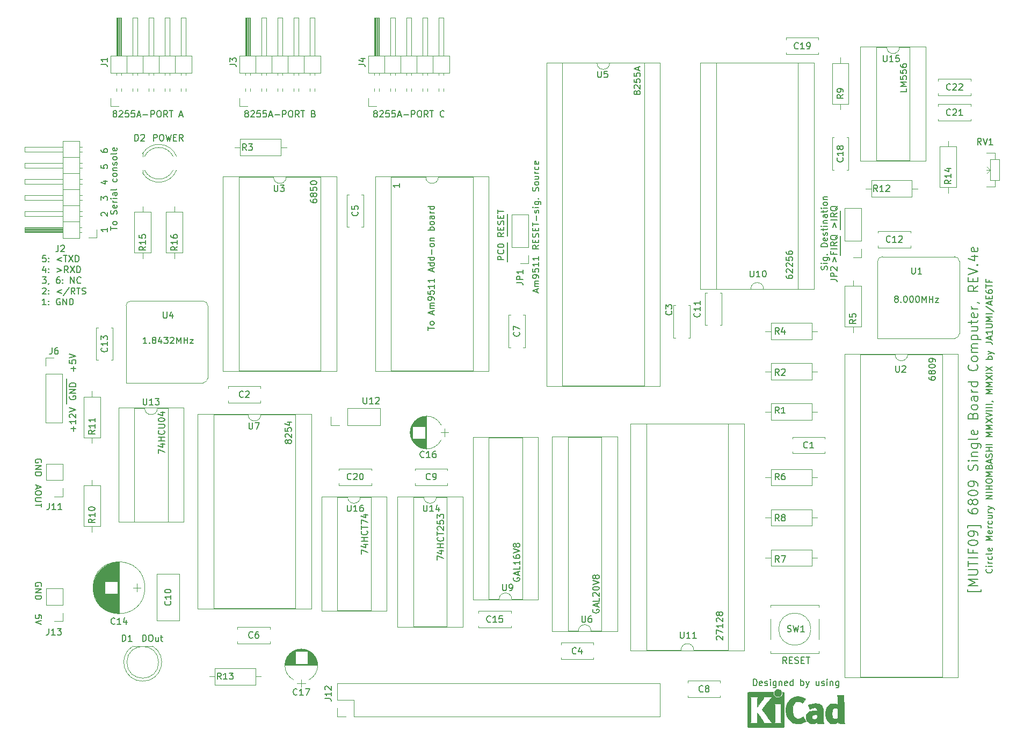
<source format=gto>
G04 #@! TF.FileFunction,Legend,Top*
%FSLAX46Y46*%
G04 Gerber Fmt 4.6, Leading zero omitted, Abs format (unit mm)*
G04 Created by KiCad (PCBNEW 4.0.7) date 11/10/19 12:42:26*
%MOMM*%
%LPD*%
G01*
G04 APERTURE LIST*
%ADD10C,0.100000*%
%ADD11C,0.150000*%
%ADD12C,0.200000*%
%ADD13C,0.120000*%
%ADD14C,0.010000*%
G04 APERTURE END LIST*
D10*
D11*
X187738095Y-74380952D02*
X187642857Y-74333333D01*
X187595238Y-74285714D01*
X187547619Y-74190476D01*
X187547619Y-74142857D01*
X187595238Y-74047619D01*
X187642857Y-74000000D01*
X187738095Y-73952381D01*
X187928572Y-73952381D01*
X188023810Y-74000000D01*
X188071429Y-74047619D01*
X188119048Y-74142857D01*
X188119048Y-74190476D01*
X188071429Y-74285714D01*
X188023810Y-74333333D01*
X187928572Y-74380952D01*
X187738095Y-74380952D01*
X187642857Y-74428571D01*
X187595238Y-74476190D01*
X187547619Y-74571429D01*
X187547619Y-74761905D01*
X187595238Y-74857143D01*
X187642857Y-74904762D01*
X187738095Y-74952381D01*
X187928572Y-74952381D01*
X188023810Y-74904762D01*
X188071429Y-74857143D01*
X188119048Y-74761905D01*
X188119048Y-74571429D01*
X188071429Y-74476190D01*
X188023810Y-74428571D01*
X187928572Y-74380952D01*
X188547619Y-74857143D02*
X188595238Y-74904762D01*
X188547619Y-74952381D01*
X188500000Y-74904762D01*
X188547619Y-74857143D01*
X188547619Y-74952381D01*
X189214285Y-73952381D02*
X189309524Y-73952381D01*
X189404762Y-74000000D01*
X189452381Y-74047619D01*
X189500000Y-74142857D01*
X189547619Y-74333333D01*
X189547619Y-74571429D01*
X189500000Y-74761905D01*
X189452381Y-74857143D01*
X189404762Y-74904762D01*
X189309524Y-74952381D01*
X189214285Y-74952381D01*
X189119047Y-74904762D01*
X189071428Y-74857143D01*
X189023809Y-74761905D01*
X188976190Y-74571429D01*
X188976190Y-74333333D01*
X189023809Y-74142857D01*
X189071428Y-74047619D01*
X189119047Y-74000000D01*
X189214285Y-73952381D01*
X190166666Y-73952381D02*
X190261905Y-73952381D01*
X190357143Y-74000000D01*
X190404762Y-74047619D01*
X190452381Y-74142857D01*
X190500000Y-74333333D01*
X190500000Y-74571429D01*
X190452381Y-74761905D01*
X190404762Y-74857143D01*
X190357143Y-74904762D01*
X190261905Y-74952381D01*
X190166666Y-74952381D01*
X190071428Y-74904762D01*
X190023809Y-74857143D01*
X189976190Y-74761905D01*
X189928571Y-74571429D01*
X189928571Y-74333333D01*
X189976190Y-74142857D01*
X190023809Y-74047619D01*
X190071428Y-74000000D01*
X190166666Y-73952381D01*
X191119047Y-73952381D02*
X191214286Y-73952381D01*
X191309524Y-74000000D01*
X191357143Y-74047619D01*
X191404762Y-74142857D01*
X191452381Y-74333333D01*
X191452381Y-74571429D01*
X191404762Y-74761905D01*
X191357143Y-74857143D01*
X191309524Y-74904762D01*
X191214286Y-74952381D01*
X191119047Y-74952381D01*
X191023809Y-74904762D01*
X190976190Y-74857143D01*
X190928571Y-74761905D01*
X190880952Y-74571429D01*
X190880952Y-74333333D01*
X190928571Y-74142857D01*
X190976190Y-74047619D01*
X191023809Y-74000000D01*
X191119047Y-73952381D01*
X191880952Y-74952381D02*
X191880952Y-73952381D01*
X192214286Y-74666667D01*
X192547619Y-73952381D01*
X192547619Y-74952381D01*
X193023809Y-74952381D02*
X193023809Y-73952381D01*
X193023809Y-74428571D02*
X193595238Y-74428571D01*
X193595238Y-74952381D02*
X193595238Y-73952381D01*
X193976190Y-74285714D02*
X194500000Y-74285714D01*
X193976190Y-74952381D01*
X194500000Y-74952381D01*
D12*
X57000000Y-87000000D02*
X57000000Y-91000000D01*
D11*
X69642858Y-81452381D02*
X69071429Y-81452381D01*
X69357143Y-81452381D02*
X69357143Y-80452381D01*
X69261905Y-80595238D01*
X69166667Y-80690476D01*
X69071429Y-80738095D01*
X70071429Y-81357143D02*
X70119048Y-81404762D01*
X70071429Y-81452381D01*
X70023810Y-81404762D01*
X70071429Y-81357143D01*
X70071429Y-81452381D01*
X70690476Y-80880952D02*
X70595238Y-80833333D01*
X70547619Y-80785714D01*
X70500000Y-80690476D01*
X70500000Y-80642857D01*
X70547619Y-80547619D01*
X70595238Y-80500000D01*
X70690476Y-80452381D01*
X70880953Y-80452381D01*
X70976191Y-80500000D01*
X71023810Y-80547619D01*
X71071429Y-80642857D01*
X71071429Y-80690476D01*
X71023810Y-80785714D01*
X70976191Y-80833333D01*
X70880953Y-80880952D01*
X70690476Y-80880952D01*
X70595238Y-80928571D01*
X70547619Y-80976190D01*
X70500000Y-81071429D01*
X70500000Y-81261905D01*
X70547619Y-81357143D01*
X70595238Y-81404762D01*
X70690476Y-81452381D01*
X70880953Y-81452381D01*
X70976191Y-81404762D01*
X71023810Y-81357143D01*
X71071429Y-81261905D01*
X71071429Y-81071429D01*
X71023810Y-80976190D01*
X70976191Y-80928571D01*
X70880953Y-80880952D01*
X71928572Y-80785714D02*
X71928572Y-81452381D01*
X71690476Y-80404762D02*
X71452381Y-81119048D01*
X72071429Y-81119048D01*
X72357143Y-80452381D02*
X72976191Y-80452381D01*
X72642857Y-80833333D01*
X72785715Y-80833333D01*
X72880953Y-80880952D01*
X72928572Y-80928571D01*
X72976191Y-81023810D01*
X72976191Y-81261905D01*
X72928572Y-81357143D01*
X72880953Y-81404762D01*
X72785715Y-81452381D01*
X72500000Y-81452381D01*
X72404762Y-81404762D01*
X72357143Y-81357143D01*
X73357143Y-80547619D02*
X73404762Y-80500000D01*
X73500000Y-80452381D01*
X73738096Y-80452381D01*
X73833334Y-80500000D01*
X73880953Y-80547619D01*
X73928572Y-80642857D01*
X73928572Y-80738095D01*
X73880953Y-80880952D01*
X73309524Y-81452381D01*
X73928572Y-81452381D01*
X74357143Y-81452381D02*
X74357143Y-80452381D01*
X74690477Y-81166667D01*
X75023810Y-80452381D01*
X75023810Y-81452381D01*
X75500000Y-81452381D02*
X75500000Y-80452381D01*
X75500000Y-80928571D02*
X76071429Y-80928571D01*
X76071429Y-81452381D02*
X76071429Y-80452381D01*
X76452381Y-80785714D02*
X76976191Y-80785714D01*
X76452381Y-81452381D01*
X76976191Y-81452381D01*
X63952381Y-63547620D02*
X63952381Y-62976191D01*
X64952381Y-63261906D02*
X63952381Y-63261906D01*
X64952381Y-62500001D02*
X64904762Y-62595239D01*
X64857143Y-62642858D01*
X64761905Y-62690477D01*
X64476190Y-62690477D01*
X64380952Y-62642858D01*
X64333333Y-62595239D01*
X64285714Y-62500001D01*
X64285714Y-62357143D01*
X64333333Y-62261905D01*
X64380952Y-62214286D01*
X64476190Y-62166667D01*
X64761905Y-62166667D01*
X64857143Y-62214286D01*
X64904762Y-62261905D01*
X64952381Y-62357143D01*
X64952381Y-62500001D01*
X64904762Y-61023810D02*
X64952381Y-60880953D01*
X64952381Y-60642857D01*
X64904762Y-60547619D01*
X64857143Y-60500000D01*
X64761905Y-60452381D01*
X64666667Y-60452381D01*
X64571429Y-60500000D01*
X64523810Y-60547619D01*
X64476190Y-60642857D01*
X64428571Y-60833334D01*
X64380952Y-60928572D01*
X64333333Y-60976191D01*
X64238095Y-61023810D01*
X64142857Y-61023810D01*
X64047619Y-60976191D01*
X64000000Y-60928572D01*
X63952381Y-60833334D01*
X63952381Y-60595238D01*
X64000000Y-60452381D01*
X64904762Y-59642857D02*
X64952381Y-59738095D01*
X64952381Y-59928572D01*
X64904762Y-60023810D01*
X64809524Y-60071429D01*
X64428571Y-60071429D01*
X64333333Y-60023810D01*
X64285714Y-59928572D01*
X64285714Y-59738095D01*
X64333333Y-59642857D01*
X64428571Y-59595238D01*
X64523810Y-59595238D01*
X64619048Y-60071429D01*
X64952381Y-59166667D02*
X64285714Y-59166667D01*
X64476190Y-59166667D02*
X64380952Y-59119048D01*
X64333333Y-59071429D01*
X64285714Y-58976191D01*
X64285714Y-58880952D01*
X64952381Y-58547619D02*
X64285714Y-58547619D01*
X63952381Y-58547619D02*
X64000000Y-58595238D01*
X64047619Y-58547619D01*
X64000000Y-58500000D01*
X63952381Y-58547619D01*
X64047619Y-58547619D01*
X64952381Y-57642857D02*
X64428571Y-57642857D01*
X64333333Y-57690476D01*
X64285714Y-57785714D01*
X64285714Y-57976191D01*
X64333333Y-58071429D01*
X64904762Y-57642857D02*
X64952381Y-57738095D01*
X64952381Y-57976191D01*
X64904762Y-58071429D01*
X64809524Y-58119048D01*
X64714286Y-58119048D01*
X64619048Y-58071429D01*
X64571429Y-57976191D01*
X64571429Y-57738095D01*
X64523810Y-57642857D01*
X64952381Y-57023810D02*
X64904762Y-57119048D01*
X64809524Y-57166667D01*
X63952381Y-57166667D01*
X64904762Y-55452380D02*
X64952381Y-55547618D01*
X64952381Y-55738095D01*
X64904762Y-55833333D01*
X64857143Y-55880952D01*
X64761905Y-55928571D01*
X64476190Y-55928571D01*
X64380952Y-55880952D01*
X64333333Y-55833333D01*
X64285714Y-55738095D01*
X64285714Y-55547618D01*
X64333333Y-55452380D01*
X64952381Y-54880952D02*
X64904762Y-54976190D01*
X64857143Y-55023809D01*
X64761905Y-55071428D01*
X64476190Y-55071428D01*
X64380952Y-55023809D01*
X64333333Y-54976190D01*
X64285714Y-54880952D01*
X64285714Y-54738094D01*
X64333333Y-54642856D01*
X64380952Y-54595237D01*
X64476190Y-54547618D01*
X64761905Y-54547618D01*
X64857143Y-54595237D01*
X64904762Y-54642856D01*
X64952381Y-54738094D01*
X64952381Y-54880952D01*
X64285714Y-54119047D02*
X64952381Y-54119047D01*
X64380952Y-54119047D02*
X64333333Y-54071428D01*
X64285714Y-53976190D01*
X64285714Y-53833332D01*
X64333333Y-53738094D01*
X64428571Y-53690475D01*
X64952381Y-53690475D01*
X64904762Y-53261904D02*
X64952381Y-53166666D01*
X64952381Y-52976190D01*
X64904762Y-52880951D01*
X64809524Y-52833332D01*
X64761905Y-52833332D01*
X64666667Y-52880951D01*
X64619048Y-52976190D01*
X64619048Y-53119047D01*
X64571429Y-53214285D01*
X64476190Y-53261904D01*
X64428571Y-53261904D01*
X64333333Y-53214285D01*
X64285714Y-53119047D01*
X64285714Y-52976190D01*
X64333333Y-52880951D01*
X64952381Y-52261904D02*
X64904762Y-52357142D01*
X64857143Y-52404761D01*
X64761905Y-52452380D01*
X64476190Y-52452380D01*
X64380952Y-52404761D01*
X64333333Y-52357142D01*
X64285714Y-52261904D01*
X64285714Y-52119046D01*
X64333333Y-52023808D01*
X64380952Y-51976189D01*
X64476190Y-51928570D01*
X64761905Y-51928570D01*
X64857143Y-51976189D01*
X64904762Y-52023808D01*
X64952381Y-52119046D01*
X64952381Y-52261904D01*
X64952381Y-51357142D02*
X64904762Y-51452380D01*
X64809524Y-51499999D01*
X63952381Y-51499999D01*
X64904762Y-50595236D02*
X64952381Y-50690474D01*
X64952381Y-50880951D01*
X64904762Y-50976189D01*
X64809524Y-51023808D01*
X64428571Y-51023808D01*
X64333333Y-50976189D01*
X64285714Y-50880951D01*
X64285714Y-50690474D01*
X64333333Y-50595236D01*
X64428571Y-50547617D01*
X64523810Y-50547617D01*
X64619048Y-51023808D01*
X68976190Y-128452381D02*
X68976190Y-127452381D01*
X69214285Y-127452381D01*
X69357143Y-127500000D01*
X69452381Y-127595238D01*
X69500000Y-127690476D01*
X69547619Y-127880952D01*
X69547619Y-128023810D01*
X69500000Y-128214286D01*
X69452381Y-128309524D01*
X69357143Y-128404762D01*
X69214285Y-128452381D01*
X68976190Y-128452381D01*
X70166666Y-127452381D02*
X70357143Y-127452381D01*
X70452381Y-127500000D01*
X70547619Y-127595238D01*
X70595238Y-127785714D01*
X70595238Y-128119048D01*
X70547619Y-128309524D01*
X70452381Y-128404762D01*
X70357143Y-128452381D01*
X70166666Y-128452381D01*
X70071428Y-128404762D01*
X69976190Y-128309524D01*
X69928571Y-128119048D01*
X69928571Y-127785714D01*
X69976190Y-127595238D01*
X70071428Y-127500000D01*
X70166666Y-127452381D01*
X71452381Y-127785714D02*
X71452381Y-128452381D01*
X71023809Y-127785714D02*
X71023809Y-128309524D01*
X71071428Y-128404762D01*
X71166666Y-128452381D01*
X71309524Y-128452381D01*
X71404762Y-128404762D01*
X71452381Y-128357143D01*
X71785714Y-127785714D02*
X72166666Y-127785714D01*
X71928571Y-127452381D02*
X71928571Y-128309524D01*
X71976190Y-128404762D01*
X72071428Y-128452381D01*
X72166666Y-128452381D01*
X70690476Y-49452381D02*
X70690476Y-48452381D01*
X71071429Y-48452381D01*
X71166667Y-48500000D01*
X71214286Y-48547619D01*
X71261905Y-48642857D01*
X71261905Y-48785714D01*
X71214286Y-48880952D01*
X71166667Y-48928571D01*
X71071429Y-48976190D01*
X70690476Y-48976190D01*
X71880952Y-48452381D02*
X72071429Y-48452381D01*
X72166667Y-48500000D01*
X72261905Y-48595238D01*
X72309524Y-48785714D01*
X72309524Y-49119048D01*
X72261905Y-49309524D01*
X72166667Y-49404762D01*
X72071429Y-49452381D01*
X71880952Y-49452381D01*
X71785714Y-49404762D01*
X71690476Y-49309524D01*
X71642857Y-49119048D01*
X71642857Y-48785714D01*
X71690476Y-48595238D01*
X71785714Y-48500000D01*
X71880952Y-48452381D01*
X72642857Y-48452381D02*
X72880952Y-49452381D01*
X73071429Y-48738095D01*
X73261905Y-49452381D01*
X73500000Y-48452381D01*
X73880952Y-48928571D02*
X74214286Y-48928571D01*
X74357143Y-49452381D02*
X73880952Y-49452381D01*
X73880952Y-48452381D01*
X74357143Y-48452381D01*
X75357143Y-49452381D02*
X75023809Y-48976190D01*
X74785714Y-49452381D02*
X74785714Y-48452381D01*
X75166667Y-48452381D01*
X75261905Y-48500000D01*
X75309524Y-48547619D01*
X75357143Y-48642857D01*
X75357143Y-48785714D01*
X75309524Y-48880952D01*
X75261905Y-48928571D01*
X75166667Y-48976190D01*
X74785714Y-48976190D01*
X109452381Y-56214285D02*
X109452381Y-56785714D01*
X109452381Y-56500000D02*
X108452381Y-56500000D01*
X108595238Y-56595238D01*
X108690476Y-56690476D01*
X108738095Y-56785714D01*
X131166667Y-73333334D02*
X131166667Y-72857143D01*
X131452381Y-73428572D02*
X130452381Y-73095239D01*
X131452381Y-72761905D01*
X131452381Y-72428572D02*
X130785714Y-72428572D01*
X130880952Y-72428572D02*
X130833333Y-72380953D01*
X130785714Y-72285715D01*
X130785714Y-72142857D01*
X130833333Y-72047619D01*
X130928571Y-72000000D01*
X131452381Y-72000000D01*
X130928571Y-72000000D02*
X130833333Y-71952381D01*
X130785714Y-71857143D01*
X130785714Y-71714286D01*
X130833333Y-71619048D01*
X130928571Y-71571429D01*
X131452381Y-71571429D01*
X131452381Y-71047620D02*
X131452381Y-70857144D01*
X131404762Y-70761905D01*
X131357143Y-70714286D01*
X131214286Y-70619048D01*
X131023810Y-70571429D01*
X130642857Y-70571429D01*
X130547619Y-70619048D01*
X130500000Y-70666667D01*
X130452381Y-70761905D01*
X130452381Y-70952382D01*
X130500000Y-71047620D01*
X130547619Y-71095239D01*
X130642857Y-71142858D01*
X130880952Y-71142858D01*
X130976190Y-71095239D01*
X131023810Y-71047620D01*
X131071429Y-70952382D01*
X131071429Y-70761905D01*
X131023810Y-70666667D01*
X130976190Y-70619048D01*
X130880952Y-70571429D01*
X130452381Y-69666667D02*
X130452381Y-70142858D01*
X130928571Y-70190477D01*
X130880952Y-70142858D01*
X130833333Y-70047620D01*
X130833333Y-69809524D01*
X130880952Y-69714286D01*
X130928571Y-69666667D01*
X131023810Y-69619048D01*
X131261905Y-69619048D01*
X131357143Y-69666667D01*
X131404762Y-69714286D01*
X131452381Y-69809524D01*
X131452381Y-70047620D01*
X131404762Y-70142858D01*
X131357143Y-70190477D01*
X131452381Y-68666667D02*
X131452381Y-69238096D01*
X131452381Y-68952382D02*
X130452381Y-68952382D01*
X130595238Y-69047620D01*
X130690476Y-69142858D01*
X130738095Y-69238096D01*
X131452381Y-67714286D02*
X131452381Y-68285715D01*
X131452381Y-68000001D02*
X130452381Y-68000001D01*
X130595238Y-68095239D01*
X130690476Y-68190477D01*
X130738095Y-68285715D01*
X131452381Y-65952381D02*
X130976190Y-66285715D01*
X131452381Y-66523810D02*
X130452381Y-66523810D01*
X130452381Y-66142857D01*
X130500000Y-66047619D01*
X130547619Y-66000000D01*
X130642857Y-65952381D01*
X130785714Y-65952381D01*
X130880952Y-66000000D01*
X130928571Y-66047619D01*
X130976190Y-66142857D01*
X130976190Y-66523810D01*
X130928571Y-65523810D02*
X130928571Y-65190476D01*
X131452381Y-65047619D02*
X131452381Y-65523810D01*
X130452381Y-65523810D01*
X130452381Y-65047619D01*
X131404762Y-64666667D02*
X131452381Y-64523810D01*
X131452381Y-64285714D01*
X131404762Y-64190476D01*
X131357143Y-64142857D01*
X131261905Y-64095238D01*
X131166667Y-64095238D01*
X131071429Y-64142857D01*
X131023810Y-64190476D01*
X130976190Y-64285714D01*
X130928571Y-64476191D01*
X130880952Y-64571429D01*
X130833333Y-64619048D01*
X130738095Y-64666667D01*
X130642857Y-64666667D01*
X130547619Y-64619048D01*
X130500000Y-64571429D01*
X130452381Y-64476191D01*
X130452381Y-64238095D01*
X130500000Y-64095238D01*
X130928571Y-63666667D02*
X130928571Y-63333333D01*
X131452381Y-63190476D02*
X131452381Y-63666667D01*
X130452381Y-63666667D01*
X130452381Y-63190476D01*
X130452381Y-62904762D02*
X130452381Y-62333333D01*
X131452381Y-62619048D02*
X130452381Y-62619048D01*
X131071429Y-62000000D02*
X131071429Y-61238095D01*
X131404762Y-60809524D02*
X131452381Y-60714286D01*
X131452381Y-60523810D01*
X131404762Y-60428571D01*
X131309524Y-60380952D01*
X131261905Y-60380952D01*
X131166667Y-60428571D01*
X131119048Y-60523810D01*
X131119048Y-60666667D01*
X131071429Y-60761905D01*
X130976190Y-60809524D01*
X130928571Y-60809524D01*
X130833333Y-60761905D01*
X130785714Y-60666667D01*
X130785714Y-60523810D01*
X130833333Y-60428571D01*
X131452381Y-59952381D02*
X130785714Y-59952381D01*
X130452381Y-59952381D02*
X130500000Y-60000000D01*
X130547619Y-59952381D01*
X130500000Y-59904762D01*
X130452381Y-59952381D01*
X130547619Y-59952381D01*
X130785714Y-59047619D02*
X131595238Y-59047619D01*
X131690476Y-59095238D01*
X131738095Y-59142857D01*
X131785714Y-59238096D01*
X131785714Y-59380953D01*
X131738095Y-59476191D01*
X131404762Y-59047619D02*
X131452381Y-59142857D01*
X131452381Y-59333334D01*
X131404762Y-59428572D01*
X131357143Y-59476191D01*
X131261905Y-59523810D01*
X130976190Y-59523810D01*
X130880952Y-59476191D01*
X130833333Y-59428572D01*
X130785714Y-59333334D01*
X130785714Y-59142857D01*
X130833333Y-59047619D01*
X131357143Y-58571429D02*
X131404762Y-58523810D01*
X131452381Y-58571429D01*
X131404762Y-58619048D01*
X131357143Y-58571429D01*
X131452381Y-58571429D01*
X131404762Y-57380953D02*
X131452381Y-57238096D01*
X131452381Y-57000000D01*
X131404762Y-56904762D01*
X131357143Y-56857143D01*
X131261905Y-56809524D01*
X131166667Y-56809524D01*
X131071429Y-56857143D01*
X131023810Y-56904762D01*
X130976190Y-57000000D01*
X130928571Y-57190477D01*
X130880952Y-57285715D01*
X130833333Y-57333334D01*
X130738095Y-57380953D01*
X130642857Y-57380953D01*
X130547619Y-57333334D01*
X130500000Y-57285715D01*
X130452381Y-57190477D01*
X130452381Y-56952381D01*
X130500000Y-56809524D01*
X131452381Y-56238096D02*
X131404762Y-56333334D01*
X131357143Y-56380953D01*
X131261905Y-56428572D01*
X130976190Y-56428572D01*
X130880952Y-56380953D01*
X130833333Y-56333334D01*
X130785714Y-56238096D01*
X130785714Y-56095238D01*
X130833333Y-56000000D01*
X130880952Y-55952381D01*
X130976190Y-55904762D01*
X131261905Y-55904762D01*
X131357143Y-55952381D01*
X131404762Y-56000000D01*
X131452381Y-56095238D01*
X131452381Y-56238096D01*
X130785714Y-55047619D02*
X131452381Y-55047619D01*
X130785714Y-55476191D02*
X131309524Y-55476191D01*
X131404762Y-55428572D01*
X131452381Y-55333334D01*
X131452381Y-55190476D01*
X131404762Y-55095238D01*
X131357143Y-55047619D01*
X131452381Y-54571429D02*
X130785714Y-54571429D01*
X130976190Y-54571429D02*
X130880952Y-54523810D01*
X130833333Y-54476191D01*
X130785714Y-54380953D01*
X130785714Y-54285714D01*
X131404762Y-53523809D02*
X131452381Y-53619047D01*
X131452381Y-53809524D01*
X131404762Y-53904762D01*
X131357143Y-53952381D01*
X131261905Y-54000000D01*
X130976190Y-54000000D01*
X130880952Y-53952381D01*
X130833333Y-53904762D01*
X130785714Y-53809524D01*
X130785714Y-53619047D01*
X130833333Y-53523809D01*
X131404762Y-52714285D02*
X131452381Y-52809523D01*
X131452381Y-53000000D01*
X131404762Y-53095238D01*
X131309524Y-53142857D01*
X130928571Y-53142857D01*
X130833333Y-53095238D01*
X130785714Y-53000000D01*
X130785714Y-52809523D01*
X130833333Y-52714285D01*
X130928571Y-52666666D01*
X131023810Y-52666666D01*
X131119048Y-53142857D01*
X125952381Y-68238095D02*
X124952381Y-68238095D01*
X124952381Y-67857142D01*
X125000000Y-67761904D01*
X125047619Y-67714285D01*
X125142857Y-67666666D01*
X125285714Y-67666666D01*
X125380952Y-67714285D01*
X125428571Y-67761904D01*
X125476190Y-67857142D01*
X125476190Y-68238095D01*
X125857143Y-66666666D02*
X125904762Y-66714285D01*
X125952381Y-66857142D01*
X125952381Y-66952380D01*
X125904762Y-67095238D01*
X125809524Y-67190476D01*
X125714286Y-67238095D01*
X125523810Y-67285714D01*
X125380952Y-67285714D01*
X125190476Y-67238095D01*
X125095238Y-67190476D01*
X125000000Y-67095238D01*
X124952381Y-66952380D01*
X124952381Y-66857142D01*
X125000000Y-66714285D01*
X125047619Y-66666666D01*
X124952381Y-66047619D02*
X124952381Y-65952380D01*
X125000000Y-65857142D01*
X125047619Y-65809523D01*
X125142857Y-65761904D01*
X125333333Y-65714285D01*
X125571429Y-65714285D01*
X125761905Y-65761904D01*
X125857143Y-65809523D01*
X125904762Y-65857142D01*
X125952381Y-65952380D01*
X125952381Y-66047619D01*
X125904762Y-66142857D01*
X125857143Y-66190476D01*
X125761905Y-66238095D01*
X125571429Y-66285714D01*
X125333333Y-66285714D01*
X125142857Y-66238095D01*
X125047619Y-66190476D01*
X125000000Y-66142857D01*
X124952381Y-66047619D01*
X125952381Y-63952381D02*
X125476190Y-64285715D01*
X125952381Y-64523810D02*
X124952381Y-64523810D01*
X124952381Y-64142857D01*
X125000000Y-64047619D01*
X125047619Y-64000000D01*
X125142857Y-63952381D01*
X125285714Y-63952381D01*
X125380952Y-64000000D01*
X125428571Y-64047619D01*
X125476190Y-64142857D01*
X125476190Y-64523810D01*
X125428571Y-63523810D02*
X125428571Y-63190476D01*
X125952381Y-63047619D02*
X125952381Y-63523810D01*
X124952381Y-63523810D01*
X124952381Y-63047619D01*
X125904762Y-62666667D02*
X125952381Y-62523810D01*
X125952381Y-62285714D01*
X125904762Y-62190476D01*
X125857143Y-62142857D01*
X125761905Y-62095238D01*
X125666667Y-62095238D01*
X125571429Y-62142857D01*
X125523810Y-62190476D01*
X125476190Y-62285714D01*
X125428571Y-62476191D01*
X125380952Y-62571429D01*
X125333333Y-62619048D01*
X125238095Y-62666667D01*
X125142857Y-62666667D01*
X125047619Y-62619048D01*
X125000000Y-62571429D01*
X124952381Y-62476191D01*
X124952381Y-62238095D01*
X125000000Y-62095238D01*
X125428571Y-61666667D02*
X125428571Y-61333333D01*
X125952381Y-61190476D02*
X125952381Y-61666667D01*
X124952381Y-61666667D01*
X124952381Y-61190476D01*
X124952381Y-60904762D02*
X124952381Y-60333333D01*
X125952381Y-60619048D02*
X124952381Y-60619048D01*
D12*
X126500000Y-61500000D02*
X126500000Y-61000000D01*
X126500000Y-64500000D02*
X126500000Y-61500000D01*
X126500000Y-68500000D02*
X126500000Y-65500000D01*
D11*
X176904762Y-69785714D02*
X176952381Y-69642857D01*
X176952381Y-69404761D01*
X176904762Y-69309523D01*
X176857143Y-69261904D01*
X176761905Y-69214285D01*
X176666667Y-69214285D01*
X176571429Y-69261904D01*
X176523810Y-69309523D01*
X176476190Y-69404761D01*
X176428571Y-69595238D01*
X176380952Y-69690476D01*
X176333333Y-69738095D01*
X176238095Y-69785714D01*
X176142857Y-69785714D01*
X176047619Y-69738095D01*
X176000000Y-69690476D01*
X175952381Y-69595238D01*
X175952381Y-69357142D01*
X176000000Y-69214285D01*
X176952381Y-68785714D02*
X176285714Y-68785714D01*
X175952381Y-68785714D02*
X176000000Y-68833333D01*
X176047619Y-68785714D01*
X176000000Y-68738095D01*
X175952381Y-68785714D01*
X176047619Y-68785714D01*
X176285714Y-67880952D02*
X177095238Y-67880952D01*
X177190476Y-67928571D01*
X177238095Y-67976190D01*
X177285714Y-68071429D01*
X177285714Y-68214286D01*
X177238095Y-68309524D01*
X176904762Y-67880952D02*
X176952381Y-67976190D01*
X176952381Y-68166667D01*
X176904762Y-68261905D01*
X176857143Y-68309524D01*
X176761905Y-68357143D01*
X176476190Y-68357143D01*
X176380952Y-68309524D01*
X176333333Y-68261905D01*
X176285714Y-68166667D01*
X176285714Y-67976190D01*
X176333333Y-67880952D01*
X176857143Y-67404762D02*
X176904762Y-67357143D01*
X176952381Y-67404762D01*
X176904762Y-67452381D01*
X176857143Y-67404762D01*
X176952381Y-67404762D01*
X176952381Y-66166667D02*
X175952381Y-66166667D01*
X175952381Y-65928572D01*
X176000000Y-65785714D01*
X176095238Y-65690476D01*
X176190476Y-65642857D01*
X176380952Y-65595238D01*
X176523810Y-65595238D01*
X176714286Y-65642857D01*
X176809524Y-65690476D01*
X176904762Y-65785714D01*
X176952381Y-65928572D01*
X176952381Y-66166667D01*
X176904762Y-64785714D02*
X176952381Y-64880952D01*
X176952381Y-65071429D01*
X176904762Y-65166667D01*
X176809524Y-65214286D01*
X176428571Y-65214286D01*
X176333333Y-65166667D01*
X176285714Y-65071429D01*
X176285714Y-64880952D01*
X176333333Y-64785714D01*
X176428571Y-64738095D01*
X176523810Y-64738095D01*
X176619048Y-65214286D01*
X176904762Y-64357143D02*
X176952381Y-64261905D01*
X176952381Y-64071429D01*
X176904762Y-63976190D01*
X176809524Y-63928571D01*
X176761905Y-63928571D01*
X176666667Y-63976190D01*
X176619048Y-64071429D01*
X176619048Y-64214286D01*
X176571429Y-64309524D01*
X176476190Y-64357143D01*
X176428571Y-64357143D01*
X176333333Y-64309524D01*
X176285714Y-64214286D01*
X176285714Y-64071429D01*
X176333333Y-63976190D01*
X176285714Y-63642857D02*
X176285714Y-63261905D01*
X175952381Y-63500000D02*
X176809524Y-63500000D01*
X176904762Y-63452381D01*
X176952381Y-63357143D01*
X176952381Y-63261905D01*
X176952381Y-62928571D02*
X176285714Y-62928571D01*
X175952381Y-62928571D02*
X176000000Y-62976190D01*
X176047619Y-62928571D01*
X176000000Y-62880952D01*
X175952381Y-62928571D01*
X176047619Y-62928571D01*
X176285714Y-62452381D02*
X176952381Y-62452381D01*
X176380952Y-62452381D02*
X176333333Y-62404762D01*
X176285714Y-62309524D01*
X176285714Y-62166666D01*
X176333333Y-62071428D01*
X176428571Y-62023809D01*
X176952381Y-62023809D01*
X176952381Y-61119047D02*
X176428571Y-61119047D01*
X176333333Y-61166666D01*
X176285714Y-61261904D01*
X176285714Y-61452381D01*
X176333333Y-61547619D01*
X176904762Y-61119047D02*
X176952381Y-61214285D01*
X176952381Y-61452381D01*
X176904762Y-61547619D01*
X176809524Y-61595238D01*
X176714286Y-61595238D01*
X176619048Y-61547619D01*
X176571429Y-61452381D01*
X176571429Y-61214285D01*
X176523810Y-61119047D01*
X176285714Y-60785714D02*
X176285714Y-60404762D01*
X175952381Y-60642857D02*
X176809524Y-60642857D01*
X176904762Y-60595238D01*
X176952381Y-60500000D01*
X176952381Y-60404762D01*
X176952381Y-60071428D02*
X176285714Y-60071428D01*
X175952381Y-60071428D02*
X176000000Y-60119047D01*
X176047619Y-60071428D01*
X176000000Y-60023809D01*
X175952381Y-60071428D01*
X176047619Y-60071428D01*
X176952381Y-59452381D02*
X176904762Y-59547619D01*
X176857143Y-59595238D01*
X176761905Y-59642857D01*
X176476190Y-59642857D01*
X176380952Y-59595238D01*
X176333333Y-59547619D01*
X176285714Y-59452381D01*
X176285714Y-59309523D01*
X176333333Y-59214285D01*
X176380952Y-59166666D01*
X176476190Y-59119047D01*
X176761905Y-59119047D01*
X176857143Y-59166666D01*
X176904762Y-59214285D01*
X176952381Y-59309523D01*
X176952381Y-59452381D01*
X176285714Y-58690476D02*
X176952381Y-58690476D01*
X176380952Y-58690476D02*
X176333333Y-58642857D01*
X176285714Y-58547619D01*
X176285714Y-58404761D01*
X176333333Y-58309523D01*
X176428571Y-58261904D01*
X176952381Y-58261904D01*
X177785714Y-68571428D02*
X178071429Y-67809523D01*
X178357143Y-68571428D01*
X177928571Y-66999999D02*
X177928571Y-67333333D01*
X178452381Y-67333333D02*
X177452381Y-67333333D01*
X177452381Y-66857142D01*
X178452381Y-66476190D02*
X177452381Y-66476190D01*
X178452381Y-65428571D02*
X177976190Y-65761905D01*
X178452381Y-66000000D02*
X177452381Y-66000000D01*
X177452381Y-65619047D01*
X177500000Y-65523809D01*
X177547619Y-65476190D01*
X177642857Y-65428571D01*
X177785714Y-65428571D01*
X177880952Y-65476190D01*
X177928571Y-65523809D01*
X177976190Y-65619047D01*
X177976190Y-66000000D01*
X178547619Y-64333333D02*
X178500000Y-64428571D01*
X178404762Y-64523809D01*
X178261905Y-64666666D01*
X178214286Y-64761905D01*
X178214286Y-64857143D01*
X178452381Y-64809524D02*
X178404762Y-64904762D01*
X178309524Y-65000000D01*
X178119048Y-65047619D01*
X177785714Y-65047619D01*
X177595238Y-65000000D01*
X177500000Y-64904762D01*
X177452381Y-64809524D01*
X177452381Y-64619047D01*
X177500000Y-64523809D01*
X177595238Y-64428571D01*
X177785714Y-64380952D01*
X178119048Y-64380952D01*
X178309524Y-64428571D01*
X178404762Y-64523809D01*
X178452381Y-64619047D01*
X178452381Y-64809524D01*
X177785714Y-63142857D02*
X178071429Y-62380952D01*
X178357143Y-63142857D01*
X178452381Y-61904762D02*
X177452381Y-61904762D01*
X178452381Y-60857143D02*
X177976190Y-61190477D01*
X178452381Y-61428572D02*
X177452381Y-61428572D01*
X177452381Y-61047619D01*
X177500000Y-60952381D01*
X177547619Y-60904762D01*
X177642857Y-60857143D01*
X177785714Y-60857143D01*
X177880952Y-60904762D01*
X177928571Y-60952381D01*
X177976190Y-61047619D01*
X177976190Y-61428572D01*
X178547619Y-59761905D02*
X178500000Y-59857143D01*
X178404762Y-59952381D01*
X178261905Y-60095238D01*
X178214286Y-60190477D01*
X178214286Y-60285715D01*
X178452381Y-60238096D02*
X178404762Y-60333334D01*
X178309524Y-60428572D01*
X178119048Y-60476191D01*
X177785714Y-60476191D01*
X177595238Y-60428572D01*
X177500000Y-60333334D01*
X177452381Y-60238096D01*
X177452381Y-60047619D01*
X177500000Y-59952381D01*
X177595238Y-59857143D01*
X177785714Y-59809524D01*
X178119048Y-59809524D01*
X178309524Y-59857143D01*
X178404762Y-59952381D01*
X178452381Y-60047619D01*
X178452381Y-60238096D01*
D12*
X179000000Y-63500000D02*
X179000000Y-60500000D01*
X179000000Y-67500000D02*
X179000000Y-64500000D01*
D11*
X189452381Y-41190476D02*
X189452381Y-41666667D01*
X188452381Y-41666667D01*
X189452381Y-40857143D02*
X188452381Y-40857143D01*
X189166667Y-40523809D01*
X188452381Y-40190476D01*
X189452381Y-40190476D01*
X188452381Y-39238095D02*
X188452381Y-39714286D01*
X188928571Y-39761905D01*
X188880952Y-39714286D01*
X188833333Y-39619048D01*
X188833333Y-39380952D01*
X188880952Y-39285714D01*
X188928571Y-39238095D01*
X189023810Y-39190476D01*
X189261905Y-39190476D01*
X189357143Y-39238095D01*
X189404762Y-39285714D01*
X189452381Y-39380952D01*
X189452381Y-39619048D01*
X189404762Y-39714286D01*
X189357143Y-39761905D01*
X188452381Y-38285714D02*
X188452381Y-38761905D01*
X188928571Y-38809524D01*
X188880952Y-38761905D01*
X188833333Y-38666667D01*
X188833333Y-38428571D01*
X188880952Y-38333333D01*
X188928571Y-38285714D01*
X189023810Y-38238095D01*
X189261905Y-38238095D01*
X189357143Y-38285714D01*
X189404762Y-38333333D01*
X189452381Y-38428571D01*
X189452381Y-38666667D01*
X189404762Y-38761905D01*
X189357143Y-38809524D01*
X188452381Y-37380952D02*
X188452381Y-37571429D01*
X188500000Y-37666667D01*
X188547619Y-37714286D01*
X188690476Y-37809524D01*
X188880952Y-37857143D01*
X189261905Y-37857143D01*
X189357143Y-37809524D01*
X189404762Y-37761905D01*
X189452381Y-37666667D01*
X189452381Y-37476190D01*
X189404762Y-37380952D01*
X189357143Y-37333333D01*
X189261905Y-37285714D01*
X189023810Y-37285714D01*
X188928571Y-37333333D01*
X188880952Y-37380952D01*
X188833333Y-37476190D01*
X188833333Y-37666667D01*
X188880952Y-37761905D01*
X188928571Y-37809524D01*
X189023810Y-37857143D01*
D12*
X170547619Y-131952381D02*
X170214285Y-131476190D01*
X169976190Y-131952381D02*
X169976190Y-130952381D01*
X170357143Y-130952381D01*
X170452381Y-131000000D01*
X170500000Y-131047619D01*
X170547619Y-131142857D01*
X170547619Y-131285714D01*
X170500000Y-131380952D01*
X170452381Y-131428571D01*
X170357143Y-131476190D01*
X169976190Y-131476190D01*
X170976190Y-131428571D02*
X171309524Y-131428571D01*
X171452381Y-131952381D02*
X170976190Y-131952381D01*
X170976190Y-130952381D01*
X171452381Y-130952381D01*
X171833333Y-131904762D02*
X171976190Y-131952381D01*
X172214286Y-131952381D01*
X172309524Y-131904762D01*
X172357143Y-131857143D01*
X172404762Y-131761905D01*
X172404762Y-131666667D01*
X172357143Y-131571429D01*
X172309524Y-131523810D01*
X172214286Y-131476190D01*
X172023809Y-131428571D01*
X171928571Y-131380952D01*
X171880952Y-131333333D01*
X171833333Y-131238095D01*
X171833333Y-131142857D01*
X171880952Y-131047619D01*
X171928571Y-131000000D01*
X172023809Y-130952381D01*
X172261905Y-130952381D01*
X172404762Y-131000000D01*
X172833333Y-131428571D02*
X173166667Y-131428571D01*
X173309524Y-131952381D02*
X172833333Y-131952381D01*
X172833333Y-130952381D01*
X173309524Y-130952381D01*
X173595238Y-130952381D02*
X174166667Y-130952381D01*
X173880952Y-131952381D02*
X173880952Y-130952381D01*
D11*
X127500000Y-118428571D02*
X127452381Y-118523809D01*
X127452381Y-118666666D01*
X127500000Y-118809524D01*
X127595238Y-118904762D01*
X127690476Y-118952381D01*
X127880952Y-119000000D01*
X128023810Y-119000000D01*
X128214286Y-118952381D01*
X128309524Y-118904762D01*
X128404762Y-118809524D01*
X128452381Y-118666666D01*
X128452381Y-118571428D01*
X128404762Y-118428571D01*
X128357143Y-118380952D01*
X128023810Y-118380952D01*
X128023810Y-118571428D01*
X128166667Y-118000000D02*
X128166667Y-117523809D01*
X128452381Y-118095238D02*
X127452381Y-117761905D01*
X128452381Y-117428571D01*
X128452381Y-116619047D02*
X128452381Y-117095238D01*
X127452381Y-117095238D01*
X128452381Y-115761904D02*
X128452381Y-116333333D01*
X128452381Y-116047619D02*
X127452381Y-116047619D01*
X127595238Y-116142857D01*
X127690476Y-116238095D01*
X127738095Y-116333333D01*
X127452381Y-114904761D02*
X127452381Y-115095238D01*
X127500000Y-115190476D01*
X127547619Y-115238095D01*
X127690476Y-115333333D01*
X127880952Y-115380952D01*
X128261905Y-115380952D01*
X128357143Y-115333333D01*
X128404762Y-115285714D01*
X128452381Y-115190476D01*
X128452381Y-114999999D01*
X128404762Y-114904761D01*
X128357143Y-114857142D01*
X128261905Y-114809523D01*
X128023810Y-114809523D01*
X127928571Y-114857142D01*
X127880952Y-114904761D01*
X127833333Y-114999999D01*
X127833333Y-115190476D01*
X127880952Y-115285714D01*
X127928571Y-115333333D01*
X128023810Y-115380952D01*
X127452381Y-114523809D02*
X128452381Y-114190476D01*
X127452381Y-113857142D01*
X127880952Y-113380952D02*
X127833333Y-113476190D01*
X127785714Y-113523809D01*
X127690476Y-113571428D01*
X127642857Y-113571428D01*
X127547619Y-113523809D01*
X127500000Y-113476190D01*
X127452381Y-113380952D01*
X127452381Y-113190475D01*
X127500000Y-113095237D01*
X127547619Y-113047618D01*
X127642857Y-112999999D01*
X127690476Y-112999999D01*
X127785714Y-113047618D01*
X127833333Y-113095237D01*
X127880952Y-113190475D01*
X127880952Y-113380952D01*
X127928571Y-113476190D01*
X127976190Y-113523809D01*
X128071429Y-113571428D01*
X128261905Y-113571428D01*
X128357143Y-113523809D01*
X128404762Y-113476190D01*
X128452381Y-113380952D01*
X128452381Y-113190475D01*
X128404762Y-113095237D01*
X128357143Y-113047618D01*
X128261905Y-112999999D01*
X128071429Y-112999999D01*
X127976190Y-113047618D01*
X127928571Y-113095237D01*
X127880952Y-113190475D01*
X115452381Y-115642857D02*
X115452381Y-114976190D01*
X116452381Y-115404762D01*
X115785714Y-114166666D02*
X116452381Y-114166666D01*
X115404762Y-114404762D02*
X116119048Y-114642857D01*
X116119048Y-114023809D01*
X116452381Y-113642857D02*
X115452381Y-113642857D01*
X115928571Y-113642857D02*
X115928571Y-113071428D01*
X116452381Y-113071428D02*
X115452381Y-113071428D01*
X116357143Y-112023809D02*
X116404762Y-112071428D01*
X116452381Y-112214285D01*
X116452381Y-112309523D01*
X116404762Y-112452381D01*
X116309524Y-112547619D01*
X116214286Y-112595238D01*
X116023810Y-112642857D01*
X115880952Y-112642857D01*
X115690476Y-112595238D01*
X115595238Y-112547619D01*
X115500000Y-112452381D01*
X115452381Y-112309523D01*
X115452381Y-112214285D01*
X115500000Y-112071428D01*
X115547619Y-112023809D01*
X115452381Y-111738095D02*
X115452381Y-111166666D01*
X116452381Y-111452381D02*
X115452381Y-111452381D01*
X115547619Y-110880952D02*
X115500000Y-110833333D01*
X115452381Y-110738095D01*
X115452381Y-110499999D01*
X115500000Y-110404761D01*
X115547619Y-110357142D01*
X115642857Y-110309523D01*
X115738095Y-110309523D01*
X115880952Y-110357142D01*
X116452381Y-110928571D01*
X116452381Y-110309523D01*
X115452381Y-109404761D02*
X115452381Y-109880952D01*
X115928571Y-109928571D01*
X115880952Y-109880952D01*
X115833333Y-109785714D01*
X115833333Y-109547618D01*
X115880952Y-109452380D01*
X115928571Y-109404761D01*
X116023810Y-109357142D01*
X116261905Y-109357142D01*
X116357143Y-109404761D01*
X116404762Y-109452380D01*
X116452381Y-109547618D01*
X116452381Y-109785714D01*
X116404762Y-109880952D01*
X116357143Y-109928571D01*
X115452381Y-109023809D02*
X115452381Y-108404761D01*
X115833333Y-108738095D01*
X115833333Y-108595237D01*
X115880952Y-108499999D01*
X115928571Y-108452380D01*
X116023810Y-108404761D01*
X116261905Y-108404761D01*
X116357143Y-108452380D01*
X116404762Y-108499999D01*
X116452381Y-108595237D01*
X116452381Y-108880952D01*
X116404762Y-108976190D01*
X116357143Y-109023809D01*
X103452381Y-114666667D02*
X103452381Y-114000000D01*
X104452381Y-114428572D01*
X103785714Y-113190476D02*
X104452381Y-113190476D01*
X103404762Y-113428572D02*
X104119048Y-113666667D01*
X104119048Y-113047619D01*
X104452381Y-112666667D02*
X103452381Y-112666667D01*
X103928571Y-112666667D02*
X103928571Y-112095238D01*
X104452381Y-112095238D02*
X103452381Y-112095238D01*
X104357143Y-111047619D02*
X104404762Y-111095238D01*
X104452381Y-111238095D01*
X104452381Y-111333333D01*
X104404762Y-111476191D01*
X104309524Y-111571429D01*
X104214286Y-111619048D01*
X104023810Y-111666667D01*
X103880952Y-111666667D01*
X103690476Y-111619048D01*
X103595238Y-111571429D01*
X103500000Y-111476191D01*
X103452381Y-111333333D01*
X103452381Y-111238095D01*
X103500000Y-111095238D01*
X103547619Y-111047619D01*
X103452381Y-110761905D02*
X103452381Y-110190476D01*
X104452381Y-110476191D02*
X103452381Y-110476191D01*
X103452381Y-109952381D02*
X103452381Y-109285714D01*
X104452381Y-109714286D01*
X103785714Y-108476190D02*
X104452381Y-108476190D01*
X103404762Y-108714286D02*
X104119048Y-108952381D01*
X104119048Y-108333333D01*
D12*
X53714286Y-67552381D02*
X53238095Y-67552381D01*
X53190476Y-68028571D01*
X53238095Y-67980952D01*
X53333333Y-67933333D01*
X53571429Y-67933333D01*
X53666667Y-67980952D01*
X53714286Y-68028571D01*
X53761905Y-68123810D01*
X53761905Y-68361905D01*
X53714286Y-68457143D01*
X53666667Y-68504762D01*
X53571429Y-68552381D01*
X53333333Y-68552381D01*
X53238095Y-68504762D01*
X53190476Y-68457143D01*
X54190476Y-68457143D02*
X54238095Y-68504762D01*
X54190476Y-68552381D01*
X54142857Y-68504762D01*
X54190476Y-68457143D01*
X54190476Y-68552381D01*
X54190476Y-67933333D02*
X54238095Y-67980952D01*
X54190476Y-68028571D01*
X54142857Y-67980952D01*
X54190476Y-67933333D01*
X54190476Y-68028571D01*
X56190476Y-67885714D02*
X55428571Y-68171429D01*
X56190476Y-68457143D01*
X56523809Y-67552381D02*
X57095238Y-67552381D01*
X56809523Y-68552381D02*
X56809523Y-67552381D01*
X57333333Y-67552381D02*
X58000000Y-68552381D01*
X58000000Y-67552381D02*
X57333333Y-68552381D01*
X58380952Y-68552381D02*
X58380952Y-67552381D01*
X58619047Y-67552381D01*
X58761905Y-67600000D01*
X58857143Y-67695238D01*
X58904762Y-67790476D01*
X58952381Y-67980952D01*
X58952381Y-68123810D01*
X58904762Y-68314286D01*
X58857143Y-68409524D01*
X58761905Y-68504762D01*
X58619047Y-68552381D01*
X58380952Y-68552381D01*
X53666667Y-69585714D02*
X53666667Y-70252381D01*
X53428571Y-69204762D02*
X53190476Y-69919048D01*
X53809524Y-69919048D01*
X54190476Y-70157143D02*
X54238095Y-70204762D01*
X54190476Y-70252381D01*
X54142857Y-70204762D01*
X54190476Y-70157143D01*
X54190476Y-70252381D01*
X54190476Y-69633333D02*
X54238095Y-69680952D01*
X54190476Y-69728571D01*
X54142857Y-69680952D01*
X54190476Y-69633333D01*
X54190476Y-69728571D01*
X55428571Y-69585714D02*
X56190476Y-69871429D01*
X55428571Y-70157143D01*
X57238095Y-70252381D02*
X56904761Y-69776190D01*
X56666666Y-70252381D02*
X56666666Y-69252381D01*
X57047619Y-69252381D01*
X57142857Y-69300000D01*
X57190476Y-69347619D01*
X57238095Y-69442857D01*
X57238095Y-69585714D01*
X57190476Y-69680952D01*
X57142857Y-69728571D01*
X57047619Y-69776190D01*
X56666666Y-69776190D01*
X57571428Y-69252381D02*
X58238095Y-70252381D01*
X58238095Y-69252381D02*
X57571428Y-70252381D01*
X58619047Y-70252381D02*
X58619047Y-69252381D01*
X58857142Y-69252381D01*
X59000000Y-69300000D01*
X59095238Y-69395238D01*
X59142857Y-69490476D01*
X59190476Y-69680952D01*
X59190476Y-69823810D01*
X59142857Y-70014286D01*
X59095238Y-70109524D01*
X59000000Y-70204762D01*
X58857142Y-70252381D01*
X58619047Y-70252381D01*
X53142857Y-70952381D02*
X53761905Y-70952381D01*
X53428571Y-71333333D01*
X53571429Y-71333333D01*
X53666667Y-71380952D01*
X53714286Y-71428571D01*
X53761905Y-71523810D01*
X53761905Y-71761905D01*
X53714286Y-71857143D01*
X53666667Y-71904762D01*
X53571429Y-71952381D01*
X53285714Y-71952381D01*
X53190476Y-71904762D01*
X53142857Y-71857143D01*
X54238095Y-71904762D02*
X54238095Y-71952381D01*
X54190476Y-72047619D01*
X54142857Y-72095238D01*
X55857143Y-70952381D02*
X55666666Y-70952381D01*
X55571428Y-71000000D01*
X55523809Y-71047619D01*
X55428571Y-71190476D01*
X55380952Y-71380952D01*
X55380952Y-71761905D01*
X55428571Y-71857143D01*
X55476190Y-71904762D01*
X55571428Y-71952381D01*
X55761905Y-71952381D01*
X55857143Y-71904762D01*
X55904762Y-71857143D01*
X55952381Y-71761905D01*
X55952381Y-71523810D01*
X55904762Y-71428571D01*
X55857143Y-71380952D01*
X55761905Y-71333333D01*
X55571428Y-71333333D01*
X55476190Y-71380952D01*
X55428571Y-71428571D01*
X55380952Y-71523810D01*
X56380952Y-71857143D02*
X56428571Y-71904762D01*
X56380952Y-71952381D01*
X56333333Y-71904762D01*
X56380952Y-71857143D01*
X56380952Y-71952381D01*
X56380952Y-71333333D02*
X56428571Y-71380952D01*
X56380952Y-71428571D01*
X56333333Y-71380952D01*
X56380952Y-71333333D01*
X56380952Y-71428571D01*
X57619047Y-71952381D02*
X57619047Y-70952381D01*
X58190476Y-71952381D01*
X58190476Y-70952381D01*
X59238095Y-71857143D02*
X59190476Y-71904762D01*
X59047619Y-71952381D01*
X58952381Y-71952381D01*
X58809523Y-71904762D01*
X58714285Y-71809524D01*
X58666666Y-71714286D01*
X58619047Y-71523810D01*
X58619047Y-71380952D01*
X58666666Y-71190476D01*
X58714285Y-71095238D01*
X58809523Y-71000000D01*
X58952381Y-70952381D01*
X59047619Y-70952381D01*
X59190476Y-71000000D01*
X59238095Y-71047619D01*
X53190476Y-72747619D02*
X53238095Y-72700000D01*
X53333333Y-72652381D01*
X53571429Y-72652381D01*
X53666667Y-72700000D01*
X53714286Y-72747619D01*
X53761905Y-72842857D01*
X53761905Y-72938095D01*
X53714286Y-73080952D01*
X53142857Y-73652381D01*
X53761905Y-73652381D01*
X54190476Y-73557143D02*
X54238095Y-73604762D01*
X54190476Y-73652381D01*
X54142857Y-73604762D01*
X54190476Y-73557143D01*
X54190476Y-73652381D01*
X54190476Y-73033333D02*
X54238095Y-73080952D01*
X54190476Y-73128571D01*
X54142857Y-73080952D01*
X54190476Y-73033333D01*
X54190476Y-73128571D01*
X56190476Y-72985714D02*
X55428571Y-73271429D01*
X56190476Y-73557143D01*
X57380952Y-72604762D02*
X56523809Y-73890476D01*
X58285714Y-73652381D02*
X57952380Y-73176190D01*
X57714285Y-73652381D02*
X57714285Y-72652381D01*
X58095238Y-72652381D01*
X58190476Y-72700000D01*
X58238095Y-72747619D01*
X58285714Y-72842857D01*
X58285714Y-72985714D01*
X58238095Y-73080952D01*
X58190476Y-73128571D01*
X58095238Y-73176190D01*
X57714285Y-73176190D01*
X58571428Y-72652381D02*
X59142857Y-72652381D01*
X58857142Y-73652381D02*
X58857142Y-72652381D01*
X59428571Y-73604762D02*
X59571428Y-73652381D01*
X59809524Y-73652381D01*
X59904762Y-73604762D01*
X59952381Y-73557143D01*
X60000000Y-73461905D01*
X60000000Y-73366667D01*
X59952381Y-73271429D01*
X59904762Y-73223810D01*
X59809524Y-73176190D01*
X59619047Y-73128571D01*
X59523809Y-73080952D01*
X59476190Y-73033333D01*
X59428571Y-72938095D01*
X59428571Y-72842857D01*
X59476190Y-72747619D01*
X59523809Y-72700000D01*
X59619047Y-72652381D01*
X59857143Y-72652381D01*
X60000000Y-72700000D01*
X53761905Y-75352381D02*
X53190476Y-75352381D01*
X53476190Y-75352381D02*
X53476190Y-74352381D01*
X53380952Y-74495238D01*
X53285714Y-74590476D01*
X53190476Y-74638095D01*
X54190476Y-75257143D02*
X54238095Y-75304762D01*
X54190476Y-75352381D01*
X54142857Y-75304762D01*
X54190476Y-75257143D01*
X54190476Y-75352381D01*
X54190476Y-74733333D02*
X54238095Y-74780952D01*
X54190476Y-74828571D01*
X54142857Y-74780952D01*
X54190476Y-74733333D01*
X54190476Y-74828571D01*
X55952381Y-74400000D02*
X55857143Y-74352381D01*
X55714286Y-74352381D01*
X55571428Y-74400000D01*
X55476190Y-74495238D01*
X55428571Y-74590476D01*
X55380952Y-74780952D01*
X55380952Y-74923810D01*
X55428571Y-75114286D01*
X55476190Y-75209524D01*
X55571428Y-75304762D01*
X55714286Y-75352381D01*
X55809524Y-75352381D01*
X55952381Y-75304762D01*
X56000000Y-75257143D01*
X56000000Y-74923810D01*
X55809524Y-74923810D01*
X56428571Y-75352381D02*
X56428571Y-74352381D01*
X57000000Y-75352381D01*
X57000000Y-74352381D01*
X57476190Y-75352381D02*
X57476190Y-74352381D01*
X57714285Y-74352381D01*
X57857143Y-74400000D01*
X57952381Y-74495238D01*
X58000000Y-74590476D01*
X58047619Y-74780952D01*
X58047619Y-74923810D01*
X58000000Y-75114286D01*
X57952381Y-75209524D01*
X57857143Y-75304762D01*
X57714285Y-75352381D01*
X57476190Y-75352381D01*
D11*
X62452381Y-58833333D02*
X62452381Y-58214285D01*
X62833333Y-58547619D01*
X62833333Y-58404761D01*
X62880952Y-58309523D01*
X62928571Y-58261904D01*
X63023810Y-58214285D01*
X63261905Y-58214285D01*
X63357143Y-58261904D01*
X63404762Y-58309523D01*
X63452381Y-58404761D01*
X63452381Y-58690476D01*
X63404762Y-58785714D01*
X63357143Y-58833333D01*
X62452381Y-50809523D02*
X62452381Y-51000000D01*
X62500000Y-51095238D01*
X62547619Y-51142857D01*
X62690476Y-51238095D01*
X62880952Y-51285714D01*
X63261905Y-51285714D01*
X63357143Y-51238095D01*
X63404762Y-51190476D01*
X63452381Y-51095238D01*
X63452381Y-50904761D01*
X63404762Y-50809523D01*
X63357143Y-50761904D01*
X63261905Y-50714285D01*
X63023810Y-50714285D01*
X62928571Y-50761904D01*
X62880952Y-50809523D01*
X62833333Y-50904761D01*
X62833333Y-51095238D01*
X62880952Y-51190476D01*
X62928571Y-51238095D01*
X63023810Y-51285714D01*
X91880952Y-97023810D02*
X91833333Y-97119048D01*
X91785714Y-97166667D01*
X91690476Y-97214286D01*
X91642857Y-97214286D01*
X91547619Y-97166667D01*
X91500000Y-97119048D01*
X91452381Y-97023810D01*
X91452381Y-96833333D01*
X91500000Y-96738095D01*
X91547619Y-96690476D01*
X91642857Y-96642857D01*
X91690476Y-96642857D01*
X91785714Y-96690476D01*
X91833333Y-96738095D01*
X91880952Y-96833333D01*
X91880952Y-97023810D01*
X91928571Y-97119048D01*
X91976190Y-97166667D01*
X92071429Y-97214286D01*
X92261905Y-97214286D01*
X92357143Y-97166667D01*
X92404762Y-97119048D01*
X92452381Y-97023810D01*
X92452381Y-96833333D01*
X92404762Y-96738095D01*
X92357143Y-96690476D01*
X92261905Y-96642857D01*
X92071429Y-96642857D01*
X91976190Y-96690476D01*
X91928571Y-96738095D01*
X91880952Y-96833333D01*
X91547619Y-96261905D02*
X91500000Y-96214286D01*
X91452381Y-96119048D01*
X91452381Y-95880952D01*
X91500000Y-95785714D01*
X91547619Y-95738095D01*
X91642857Y-95690476D01*
X91738095Y-95690476D01*
X91880952Y-95738095D01*
X92452381Y-96309524D01*
X92452381Y-95690476D01*
X91452381Y-94785714D02*
X91452381Y-95261905D01*
X91928571Y-95309524D01*
X91880952Y-95261905D01*
X91833333Y-95166667D01*
X91833333Y-94928571D01*
X91880952Y-94833333D01*
X91928571Y-94785714D01*
X92023810Y-94738095D01*
X92261905Y-94738095D01*
X92357143Y-94785714D01*
X92404762Y-94833333D01*
X92452381Y-94928571D01*
X92452381Y-95166667D01*
X92404762Y-95261905D01*
X92357143Y-95309524D01*
X91785714Y-93880952D02*
X92452381Y-93880952D01*
X91404762Y-94119048D02*
X92119048Y-94357143D01*
X92119048Y-93738095D01*
X71452381Y-98809524D02*
X71452381Y-98142857D01*
X72452381Y-98571429D01*
X71785714Y-97333333D02*
X72452381Y-97333333D01*
X71404762Y-97571429D02*
X72119048Y-97809524D01*
X72119048Y-97190476D01*
X72452381Y-96809524D02*
X71452381Y-96809524D01*
X71928571Y-96809524D02*
X71928571Y-96238095D01*
X72452381Y-96238095D02*
X71452381Y-96238095D01*
X72357143Y-95190476D02*
X72404762Y-95238095D01*
X72452381Y-95380952D01*
X72452381Y-95476190D01*
X72404762Y-95619048D01*
X72309524Y-95714286D01*
X72214286Y-95761905D01*
X72023810Y-95809524D01*
X71880952Y-95809524D01*
X71690476Y-95761905D01*
X71595238Y-95714286D01*
X71500000Y-95619048D01*
X71452381Y-95476190D01*
X71452381Y-95380952D01*
X71500000Y-95238095D01*
X71547619Y-95190476D01*
X71452381Y-94761905D02*
X72261905Y-94761905D01*
X72357143Y-94714286D01*
X72404762Y-94666667D01*
X72452381Y-94571429D01*
X72452381Y-94380952D01*
X72404762Y-94285714D01*
X72357143Y-94238095D01*
X72261905Y-94190476D01*
X71452381Y-94190476D01*
X71452381Y-93523810D02*
X71452381Y-93428571D01*
X71500000Y-93333333D01*
X71547619Y-93285714D01*
X71642857Y-93238095D01*
X71833333Y-93190476D01*
X72071429Y-93190476D01*
X72261905Y-93238095D01*
X72357143Y-93285714D01*
X72404762Y-93333333D01*
X72452381Y-93428571D01*
X72452381Y-93523810D01*
X72404762Y-93619048D01*
X72357143Y-93666667D01*
X72261905Y-93714286D01*
X72071429Y-93761905D01*
X71833333Y-93761905D01*
X71642857Y-93714286D01*
X71547619Y-93666667D01*
X71500000Y-93619048D01*
X71452381Y-93523810D01*
X71785714Y-92333333D02*
X72452381Y-92333333D01*
X71404762Y-92571429D02*
X72119048Y-92809524D01*
X72119048Y-92190476D01*
X95452381Y-58738095D02*
X95452381Y-58928572D01*
X95500000Y-59023810D01*
X95547619Y-59071429D01*
X95690476Y-59166667D01*
X95880952Y-59214286D01*
X96261905Y-59214286D01*
X96357143Y-59166667D01*
X96404762Y-59119048D01*
X96452381Y-59023810D01*
X96452381Y-58833333D01*
X96404762Y-58738095D01*
X96357143Y-58690476D01*
X96261905Y-58642857D01*
X96023810Y-58642857D01*
X95928571Y-58690476D01*
X95880952Y-58738095D01*
X95833333Y-58833333D01*
X95833333Y-59023810D01*
X95880952Y-59119048D01*
X95928571Y-59166667D01*
X96023810Y-59214286D01*
X95880952Y-58071429D02*
X95833333Y-58166667D01*
X95785714Y-58214286D01*
X95690476Y-58261905D01*
X95642857Y-58261905D01*
X95547619Y-58214286D01*
X95500000Y-58166667D01*
X95452381Y-58071429D01*
X95452381Y-57880952D01*
X95500000Y-57785714D01*
X95547619Y-57738095D01*
X95642857Y-57690476D01*
X95690476Y-57690476D01*
X95785714Y-57738095D01*
X95833333Y-57785714D01*
X95880952Y-57880952D01*
X95880952Y-58071429D01*
X95928571Y-58166667D01*
X95976190Y-58214286D01*
X96071429Y-58261905D01*
X96261905Y-58261905D01*
X96357143Y-58214286D01*
X96404762Y-58166667D01*
X96452381Y-58071429D01*
X96452381Y-57880952D01*
X96404762Y-57785714D01*
X96357143Y-57738095D01*
X96261905Y-57690476D01*
X96071429Y-57690476D01*
X95976190Y-57738095D01*
X95928571Y-57785714D01*
X95880952Y-57880952D01*
X95452381Y-56785714D02*
X95452381Y-57261905D01*
X95928571Y-57309524D01*
X95880952Y-57261905D01*
X95833333Y-57166667D01*
X95833333Y-56928571D01*
X95880952Y-56833333D01*
X95928571Y-56785714D01*
X96023810Y-56738095D01*
X96261905Y-56738095D01*
X96357143Y-56785714D01*
X96404762Y-56833333D01*
X96452381Y-56928571D01*
X96452381Y-57166667D01*
X96404762Y-57261905D01*
X96357143Y-57309524D01*
X95452381Y-56119048D02*
X95452381Y-56023809D01*
X95500000Y-55928571D01*
X95547619Y-55880952D01*
X95642857Y-55833333D01*
X95833333Y-55785714D01*
X96071429Y-55785714D01*
X96261905Y-55833333D01*
X96357143Y-55880952D01*
X96404762Y-55928571D01*
X96452381Y-56023809D01*
X96452381Y-56119048D01*
X96404762Y-56214286D01*
X96357143Y-56261905D01*
X96261905Y-56309524D01*
X96071429Y-56357143D01*
X95833333Y-56357143D01*
X95642857Y-56309524D01*
X95547619Y-56261905D01*
X95500000Y-56214286D01*
X95452381Y-56119048D01*
X113952381Y-79357144D02*
X113952381Y-78785715D01*
X114952381Y-79071430D02*
X113952381Y-79071430D01*
X114952381Y-78309525D02*
X114904762Y-78404763D01*
X114857143Y-78452382D01*
X114761905Y-78500001D01*
X114476190Y-78500001D01*
X114380952Y-78452382D01*
X114333333Y-78404763D01*
X114285714Y-78309525D01*
X114285714Y-78166667D01*
X114333333Y-78071429D01*
X114380952Y-78023810D01*
X114476190Y-77976191D01*
X114761905Y-77976191D01*
X114857143Y-78023810D01*
X114904762Y-78071429D01*
X114952381Y-78166667D01*
X114952381Y-78309525D01*
X114666667Y-76833334D02*
X114666667Y-76357143D01*
X114952381Y-76928572D02*
X113952381Y-76595239D01*
X114952381Y-76261905D01*
X114952381Y-75928572D02*
X114285714Y-75928572D01*
X114380952Y-75928572D02*
X114333333Y-75880953D01*
X114285714Y-75785715D01*
X114285714Y-75642857D01*
X114333333Y-75547619D01*
X114428571Y-75500000D01*
X114952381Y-75500000D01*
X114428571Y-75500000D02*
X114333333Y-75452381D01*
X114285714Y-75357143D01*
X114285714Y-75214286D01*
X114333333Y-75119048D01*
X114428571Y-75071429D01*
X114952381Y-75071429D01*
X114952381Y-74547620D02*
X114952381Y-74357144D01*
X114904762Y-74261905D01*
X114857143Y-74214286D01*
X114714286Y-74119048D01*
X114523810Y-74071429D01*
X114142857Y-74071429D01*
X114047619Y-74119048D01*
X114000000Y-74166667D01*
X113952381Y-74261905D01*
X113952381Y-74452382D01*
X114000000Y-74547620D01*
X114047619Y-74595239D01*
X114142857Y-74642858D01*
X114380952Y-74642858D01*
X114476190Y-74595239D01*
X114523810Y-74547620D01*
X114571429Y-74452382D01*
X114571429Y-74261905D01*
X114523810Y-74166667D01*
X114476190Y-74119048D01*
X114380952Y-74071429D01*
X113952381Y-73166667D02*
X113952381Y-73642858D01*
X114428571Y-73690477D01*
X114380952Y-73642858D01*
X114333333Y-73547620D01*
X114333333Y-73309524D01*
X114380952Y-73214286D01*
X114428571Y-73166667D01*
X114523810Y-73119048D01*
X114761905Y-73119048D01*
X114857143Y-73166667D01*
X114904762Y-73214286D01*
X114952381Y-73309524D01*
X114952381Y-73547620D01*
X114904762Y-73642858D01*
X114857143Y-73690477D01*
X114952381Y-72166667D02*
X114952381Y-72738096D01*
X114952381Y-72452382D02*
X113952381Y-72452382D01*
X114095238Y-72547620D01*
X114190476Y-72642858D01*
X114238095Y-72738096D01*
X114952381Y-71214286D02*
X114952381Y-71785715D01*
X114952381Y-71500001D02*
X113952381Y-71500001D01*
X114095238Y-71595239D01*
X114190476Y-71690477D01*
X114238095Y-71785715D01*
X114666667Y-70071429D02*
X114666667Y-69595238D01*
X114952381Y-70166667D02*
X113952381Y-69833334D01*
X114952381Y-69500000D01*
X114952381Y-68738095D02*
X113952381Y-68738095D01*
X114904762Y-68738095D02*
X114952381Y-68833333D01*
X114952381Y-69023810D01*
X114904762Y-69119048D01*
X114857143Y-69166667D01*
X114761905Y-69214286D01*
X114476190Y-69214286D01*
X114380952Y-69166667D01*
X114333333Y-69119048D01*
X114285714Y-69023810D01*
X114285714Y-68833333D01*
X114333333Y-68738095D01*
X114952381Y-67833333D02*
X113952381Y-67833333D01*
X114904762Y-67833333D02*
X114952381Y-67928571D01*
X114952381Y-68119048D01*
X114904762Y-68214286D01*
X114857143Y-68261905D01*
X114761905Y-68309524D01*
X114476190Y-68309524D01*
X114380952Y-68261905D01*
X114333333Y-68214286D01*
X114285714Y-68119048D01*
X114285714Y-67928571D01*
X114333333Y-67833333D01*
X114571429Y-67357143D02*
X114571429Y-66595238D01*
X114952381Y-65976191D02*
X114904762Y-66071429D01*
X114857143Y-66119048D01*
X114761905Y-66166667D01*
X114476190Y-66166667D01*
X114380952Y-66119048D01*
X114333333Y-66071429D01*
X114285714Y-65976191D01*
X114285714Y-65833333D01*
X114333333Y-65738095D01*
X114380952Y-65690476D01*
X114476190Y-65642857D01*
X114761905Y-65642857D01*
X114857143Y-65690476D01*
X114904762Y-65738095D01*
X114952381Y-65833333D01*
X114952381Y-65976191D01*
X114285714Y-65214286D02*
X114952381Y-65214286D01*
X114380952Y-65214286D02*
X114333333Y-65166667D01*
X114285714Y-65071429D01*
X114285714Y-64928571D01*
X114333333Y-64833333D01*
X114428571Y-64785714D01*
X114952381Y-64785714D01*
X114952381Y-63547619D02*
X113952381Y-63547619D01*
X114333333Y-63547619D02*
X114285714Y-63452381D01*
X114285714Y-63261904D01*
X114333333Y-63166666D01*
X114380952Y-63119047D01*
X114476190Y-63071428D01*
X114761905Y-63071428D01*
X114857143Y-63119047D01*
X114904762Y-63166666D01*
X114952381Y-63261904D01*
X114952381Y-63452381D01*
X114904762Y-63547619D01*
X114952381Y-62500000D02*
X114904762Y-62595238D01*
X114857143Y-62642857D01*
X114761905Y-62690476D01*
X114476190Y-62690476D01*
X114380952Y-62642857D01*
X114333333Y-62595238D01*
X114285714Y-62500000D01*
X114285714Y-62357142D01*
X114333333Y-62261904D01*
X114380952Y-62214285D01*
X114476190Y-62166666D01*
X114761905Y-62166666D01*
X114857143Y-62214285D01*
X114904762Y-62261904D01*
X114952381Y-62357142D01*
X114952381Y-62500000D01*
X114952381Y-61309523D02*
X114428571Y-61309523D01*
X114333333Y-61357142D01*
X114285714Y-61452380D01*
X114285714Y-61642857D01*
X114333333Y-61738095D01*
X114904762Y-61309523D02*
X114952381Y-61404761D01*
X114952381Y-61642857D01*
X114904762Y-61738095D01*
X114809524Y-61785714D01*
X114714286Y-61785714D01*
X114619048Y-61738095D01*
X114571429Y-61642857D01*
X114571429Y-61404761D01*
X114523810Y-61309523D01*
X114952381Y-60833333D02*
X114285714Y-60833333D01*
X114476190Y-60833333D02*
X114380952Y-60785714D01*
X114333333Y-60738095D01*
X114285714Y-60642857D01*
X114285714Y-60547618D01*
X114952381Y-59785713D02*
X113952381Y-59785713D01*
X114904762Y-59785713D02*
X114952381Y-59880951D01*
X114952381Y-60071428D01*
X114904762Y-60166666D01*
X114857143Y-60214285D01*
X114761905Y-60261904D01*
X114476190Y-60261904D01*
X114380952Y-60214285D01*
X114333333Y-60166666D01*
X114285714Y-60071428D01*
X114285714Y-59880951D01*
X114333333Y-59785713D01*
X140000000Y-123428571D02*
X139952381Y-123523809D01*
X139952381Y-123666666D01*
X140000000Y-123809524D01*
X140095238Y-123904762D01*
X140190476Y-123952381D01*
X140380952Y-124000000D01*
X140523810Y-124000000D01*
X140714286Y-123952381D01*
X140809524Y-123904762D01*
X140904762Y-123809524D01*
X140952381Y-123666666D01*
X140952381Y-123571428D01*
X140904762Y-123428571D01*
X140857143Y-123380952D01*
X140523810Y-123380952D01*
X140523810Y-123571428D01*
X140666667Y-123000000D02*
X140666667Y-122523809D01*
X140952381Y-123095238D02*
X139952381Y-122761905D01*
X140952381Y-122428571D01*
X140952381Y-121619047D02*
X140952381Y-122095238D01*
X139952381Y-122095238D01*
X140047619Y-121333333D02*
X140000000Y-121285714D01*
X139952381Y-121190476D01*
X139952381Y-120952380D01*
X140000000Y-120857142D01*
X140047619Y-120809523D01*
X140142857Y-120761904D01*
X140238095Y-120761904D01*
X140380952Y-120809523D01*
X140952381Y-121380952D01*
X140952381Y-120761904D01*
X139952381Y-120142857D02*
X139952381Y-120047618D01*
X140000000Y-119952380D01*
X140047619Y-119904761D01*
X140142857Y-119857142D01*
X140333333Y-119809523D01*
X140571429Y-119809523D01*
X140761905Y-119857142D01*
X140857143Y-119904761D01*
X140904762Y-119952380D01*
X140952381Y-120047618D01*
X140952381Y-120142857D01*
X140904762Y-120238095D01*
X140857143Y-120285714D01*
X140761905Y-120333333D01*
X140571429Y-120380952D01*
X140333333Y-120380952D01*
X140142857Y-120333333D01*
X140047619Y-120285714D01*
X140000000Y-120238095D01*
X139952381Y-120142857D01*
X139952381Y-119523809D02*
X140952381Y-119190476D01*
X139952381Y-118857142D01*
X140380952Y-118380952D02*
X140333333Y-118476190D01*
X140285714Y-118523809D01*
X140190476Y-118571428D01*
X140142857Y-118571428D01*
X140047619Y-118523809D01*
X140000000Y-118476190D01*
X139952381Y-118380952D01*
X139952381Y-118190475D01*
X140000000Y-118095237D01*
X140047619Y-118047618D01*
X140142857Y-117999999D01*
X140190476Y-117999999D01*
X140285714Y-118047618D01*
X140333333Y-118095237D01*
X140380952Y-118190475D01*
X140380952Y-118380952D01*
X140428571Y-118476190D01*
X140476190Y-118523809D01*
X140571429Y-118571428D01*
X140761905Y-118571428D01*
X140857143Y-118523809D01*
X140904762Y-118476190D01*
X140952381Y-118380952D01*
X140952381Y-118190475D01*
X140904762Y-118095237D01*
X140857143Y-118047618D01*
X140761905Y-117999999D01*
X140571429Y-117999999D01*
X140476190Y-118047618D01*
X140428571Y-118095237D01*
X140380952Y-118190475D01*
X159547619Y-128190476D02*
X159500000Y-128142857D01*
X159452381Y-128047619D01*
X159452381Y-127809523D01*
X159500000Y-127714285D01*
X159547619Y-127666666D01*
X159642857Y-127619047D01*
X159738095Y-127619047D01*
X159880952Y-127666666D01*
X160452381Y-128238095D01*
X160452381Y-127619047D01*
X159452381Y-127285714D02*
X159452381Y-126619047D01*
X160452381Y-127047619D01*
X160452381Y-125714285D02*
X160452381Y-126285714D01*
X160452381Y-126000000D02*
X159452381Y-126000000D01*
X159595238Y-126095238D01*
X159690476Y-126190476D01*
X159738095Y-126285714D01*
X159547619Y-125333333D02*
X159500000Y-125285714D01*
X159452381Y-125190476D01*
X159452381Y-124952380D01*
X159500000Y-124857142D01*
X159547619Y-124809523D01*
X159642857Y-124761904D01*
X159738095Y-124761904D01*
X159880952Y-124809523D01*
X160452381Y-125380952D01*
X160452381Y-124761904D01*
X159880952Y-124190476D02*
X159833333Y-124285714D01*
X159785714Y-124333333D01*
X159690476Y-124380952D01*
X159642857Y-124380952D01*
X159547619Y-124333333D01*
X159500000Y-124285714D01*
X159452381Y-124190476D01*
X159452381Y-123999999D01*
X159500000Y-123904761D01*
X159547619Y-123857142D01*
X159642857Y-123809523D01*
X159690476Y-123809523D01*
X159785714Y-123857142D01*
X159833333Y-123904761D01*
X159880952Y-123999999D01*
X159880952Y-124190476D01*
X159928571Y-124285714D01*
X159976190Y-124333333D01*
X160071429Y-124380952D01*
X160261905Y-124380952D01*
X160357143Y-124333333D01*
X160404762Y-124285714D01*
X160452381Y-124190476D01*
X160452381Y-123999999D01*
X160404762Y-123904761D01*
X160357143Y-123857142D01*
X160261905Y-123809523D01*
X160071429Y-123809523D01*
X159976190Y-123857142D01*
X159928571Y-123904761D01*
X159880952Y-123999999D01*
X170452381Y-70714285D02*
X170452381Y-70904762D01*
X170500000Y-71000000D01*
X170547619Y-71047619D01*
X170690476Y-71142857D01*
X170880952Y-71190476D01*
X171261905Y-71190476D01*
X171357143Y-71142857D01*
X171404762Y-71095238D01*
X171452381Y-71000000D01*
X171452381Y-70809523D01*
X171404762Y-70714285D01*
X171357143Y-70666666D01*
X171261905Y-70619047D01*
X171023810Y-70619047D01*
X170928571Y-70666666D01*
X170880952Y-70714285D01*
X170833333Y-70809523D01*
X170833333Y-71000000D01*
X170880952Y-71095238D01*
X170928571Y-71142857D01*
X171023810Y-71190476D01*
X170547619Y-70238095D02*
X170500000Y-70190476D01*
X170452381Y-70095238D01*
X170452381Y-69857142D01*
X170500000Y-69761904D01*
X170547619Y-69714285D01*
X170642857Y-69666666D01*
X170738095Y-69666666D01*
X170880952Y-69714285D01*
X171452381Y-70285714D01*
X171452381Y-69666666D01*
X170547619Y-69285714D02*
X170500000Y-69238095D01*
X170452381Y-69142857D01*
X170452381Y-68904761D01*
X170500000Y-68809523D01*
X170547619Y-68761904D01*
X170642857Y-68714285D01*
X170738095Y-68714285D01*
X170880952Y-68761904D01*
X171452381Y-69333333D01*
X171452381Y-68714285D01*
X170452381Y-67809523D02*
X170452381Y-68285714D01*
X170928571Y-68333333D01*
X170880952Y-68285714D01*
X170833333Y-68190476D01*
X170833333Y-67952380D01*
X170880952Y-67857142D01*
X170928571Y-67809523D01*
X171023810Y-67761904D01*
X171261905Y-67761904D01*
X171357143Y-67809523D01*
X171404762Y-67857142D01*
X171452381Y-67952380D01*
X171452381Y-68190476D01*
X171404762Y-68285714D01*
X171357143Y-68333333D01*
X170452381Y-66904761D02*
X170452381Y-67095238D01*
X170500000Y-67190476D01*
X170547619Y-67238095D01*
X170690476Y-67333333D01*
X170880952Y-67380952D01*
X171261905Y-67380952D01*
X171357143Y-67333333D01*
X171404762Y-67285714D01*
X171452381Y-67190476D01*
X171452381Y-66999999D01*
X171404762Y-66904761D01*
X171357143Y-66857142D01*
X171261905Y-66809523D01*
X171023810Y-66809523D01*
X170928571Y-66857142D01*
X170880952Y-66904761D01*
X170833333Y-66999999D01*
X170833333Y-67190476D01*
X170880952Y-67285714D01*
X170928571Y-67333333D01*
X171023810Y-67380952D01*
X146880952Y-41952381D02*
X146833333Y-42047619D01*
X146785714Y-42095238D01*
X146690476Y-42142857D01*
X146642857Y-42142857D01*
X146547619Y-42095238D01*
X146500000Y-42047619D01*
X146452381Y-41952381D01*
X146452381Y-41761904D01*
X146500000Y-41666666D01*
X146547619Y-41619047D01*
X146642857Y-41571428D01*
X146690476Y-41571428D01*
X146785714Y-41619047D01*
X146833333Y-41666666D01*
X146880952Y-41761904D01*
X146880952Y-41952381D01*
X146928571Y-42047619D01*
X146976190Y-42095238D01*
X147071429Y-42142857D01*
X147261905Y-42142857D01*
X147357143Y-42095238D01*
X147404762Y-42047619D01*
X147452381Y-41952381D01*
X147452381Y-41761904D01*
X147404762Y-41666666D01*
X147357143Y-41619047D01*
X147261905Y-41571428D01*
X147071429Y-41571428D01*
X146976190Y-41619047D01*
X146928571Y-41666666D01*
X146880952Y-41761904D01*
X146547619Y-41190476D02*
X146500000Y-41142857D01*
X146452381Y-41047619D01*
X146452381Y-40809523D01*
X146500000Y-40714285D01*
X146547619Y-40666666D01*
X146642857Y-40619047D01*
X146738095Y-40619047D01*
X146880952Y-40666666D01*
X147452381Y-41238095D01*
X147452381Y-40619047D01*
X146452381Y-39714285D02*
X146452381Y-40190476D01*
X146928571Y-40238095D01*
X146880952Y-40190476D01*
X146833333Y-40095238D01*
X146833333Y-39857142D01*
X146880952Y-39761904D01*
X146928571Y-39714285D01*
X147023810Y-39666666D01*
X147261905Y-39666666D01*
X147357143Y-39714285D01*
X147404762Y-39761904D01*
X147452381Y-39857142D01*
X147452381Y-40095238D01*
X147404762Y-40190476D01*
X147357143Y-40238095D01*
X146452381Y-38761904D02*
X146452381Y-39238095D01*
X146928571Y-39285714D01*
X146880952Y-39238095D01*
X146833333Y-39142857D01*
X146833333Y-38904761D01*
X146880952Y-38809523D01*
X146928571Y-38761904D01*
X147023810Y-38714285D01*
X147261905Y-38714285D01*
X147357143Y-38761904D01*
X147404762Y-38809523D01*
X147452381Y-38904761D01*
X147452381Y-39142857D01*
X147404762Y-39238095D01*
X147357143Y-39285714D01*
X147166667Y-38333333D02*
X147166667Y-37857142D01*
X147452381Y-38428571D02*
X146452381Y-38095238D01*
X147452381Y-37761904D01*
D12*
X165285714Y-135452381D02*
X165285714Y-134452381D01*
X165523809Y-134452381D01*
X165666667Y-134500000D01*
X165761905Y-134595238D01*
X165809524Y-134690476D01*
X165857143Y-134880952D01*
X165857143Y-135023810D01*
X165809524Y-135214286D01*
X165761905Y-135309524D01*
X165666667Y-135404762D01*
X165523809Y-135452381D01*
X165285714Y-135452381D01*
X166666667Y-135404762D02*
X166571429Y-135452381D01*
X166380952Y-135452381D01*
X166285714Y-135404762D01*
X166238095Y-135309524D01*
X166238095Y-134928571D01*
X166285714Y-134833333D01*
X166380952Y-134785714D01*
X166571429Y-134785714D01*
X166666667Y-134833333D01*
X166714286Y-134928571D01*
X166714286Y-135023810D01*
X166238095Y-135119048D01*
X167095238Y-135404762D02*
X167190476Y-135452381D01*
X167380952Y-135452381D01*
X167476191Y-135404762D01*
X167523810Y-135309524D01*
X167523810Y-135261905D01*
X167476191Y-135166667D01*
X167380952Y-135119048D01*
X167238095Y-135119048D01*
X167142857Y-135071429D01*
X167095238Y-134976190D01*
X167095238Y-134928571D01*
X167142857Y-134833333D01*
X167238095Y-134785714D01*
X167380952Y-134785714D01*
X167476191Y-134833333D01*
X167952381Y-135452381D02*
X167952381Y-134785714D01*
X167952381Y-134452381D02*
X167904762Y-134500000D01*
X167952381Y-134547619D01*
X168000000Y-134500000D01*
X167952381Y-134452381D01*
X167952381Y-134547619D01*
X168857143Y-134785714D02*
X168857143Y-135595238D01*
X168809524Y-135690476D01*
X168761905Y-135738095D01*
X168666666Y-135785714D01*
X168523809Y-135785714D01*
X168428571Y-135738095D01*
X168857143Y-135404762D02*
X168761905Y-135452381D01*
X168571428Y-135452381D01*
X168476190Y-135404762D01*
X168428571Y-135357143D01*
X168380952Y-135261905D01*
X168380952Y-134976190D01*
X168428571Y-134880952D01*
X168476190Y-134833333D01*
X168571428Y-134785714D01*
X168761905Y-134785714D01*
X168857143Y-134833333D01*
X169333333Y-134785714D02*
X169333333Y-135452381D01*
X169333333Y-134880952D02*
X169380952Y-134833333D01*
X169476190Y-134785714D01*
X169619048Y-134785714D01*
X169714286Y-134833333D01*
X169761905Y-134928571D01*
X169761905Y-135452381D01*
X170619048Y-135404762D02*
X170523810Y-135452381D01*
X170333333Y-135452381D01*
X170238095Y-135404762D01*
X170190476Y-135309524D01*
X170190476Y-134928571D01*
X170238095Y-134833333D01*
X170333333Y-134785714D01*
X170523810Y-134785714D01*
X170619048Y-134833333D01*
X170666667Y-134928571D01*
X170666667Y-135023810D01*
X170190476Y-135119048D01*
X171523810Y-135452381D02*
X171523810Y-134452381D01*
X171523810Y-135404762D02*
X171428572Y-135452381D01*
X171238095Y-135452381D01*
X171142857Y-135404762D01*
X171095238Y-135357143D01*
X171047619Y-135261905D01*
X171047619Y-134976190D01*
X171095238Y-134880952D01*
X171142857Y-134833333D01*
X171238095Y-134785714D01*
X171428572Y-134785714D01*
X171523810Y-134833333D01*
X172761905Y-135452381D02*
X172761905Y-134452381D01*
X172761905Y-134833333D02*
X172857143Y-134785714D01*
X173047620Y-134785714D01*
X173142858Y-134833333D01*
X173190477Y-134880952D01*
X173238096Y-134976190D01*
X173238096Y-135261905D01*
X173190477Y-135357143D01*
X173142858Y-135404762D01*
X173047620Y-135452381D01*
X172857143Y-135452381D01*
X172761905Y-135404762D01*
X173571429Y-134785714D02*
X173809524Y-135452381D01*
X174047620Y-134785714D02*
X173809524Y-135452381D01*
X173714286Y-135690476D01*
X173666667Y-135738095D01*
X173571429Y-135785714D01*
X175619049Y-134785714D02*
X175619049Y-135452381D01*
X175190477Y-134785714D02*
X175190477Y-135309524D01*
X175238096Y-135404762D01*
X175333334Y-135452381D01*
X175476192Y-135452381D01*
X175571430Y-135404762D01*
X175619049Y-135357143D01*
X176047620Y-135404762D02*
X176142858Y-135452381D01*
X176333334Y-135452381D01*
X176428573Y-135404762D01*
X176476192Y-135309524D01*
X176476192Y-135261905D01*
X176428573Y-135166667D01*
X176333334Y-135119048D01*
X176190477Y-135119048D01*
X176095239Y-135071429D01*
X176047620Y-134976190D01*
X176047620Y-134928571D01*
X176095239Y-134833333D01*
X176190477Y-134785714D01*
X176333334Y-134785714D01*
X176428573Y-134833333D01*
X176904763Y-135452381D02*
X176904763Y-134785714D01*
X176904763Y-134452381D02*
X176857144Y-134500000D01*
X176904763Y-134547619D01*
X176952382Y-134500000D01*
X176904763Y-134452381D01*
X176904763Y-134547619D01*
X177380953Y-134785714D02*
X177380953Y-135452381D01*
X177380953Y-134880952D02*
X177428572Y-134833333D01*
X177523810Y-134785714D01*
X177666668Y-134785714D01*
X177761906Y-134833333D01*
X177809525Y-134928571D01*
X177809525Y-135452381D01*
X178714287Y-134785714D02*
X178714287Y-135595238D01*
X178666668Y-135690476D01*
X178619049Y-135738095D01*
X178523810Y-135785714D01*
X178380953Y-135785714D01*
X178285715Y-135738095D01*
X178714287Y-135404762D02*
X178619049Y-135452381D01*
X178428572Y-135452381D01*
X178333334Y-135404762D01*
X178285715Y-135357143D01*
X178238096Y-135261905D01*
X178238096Y-134976190D01*
X178285715Y-134880952D01*
X178333334Y-134833333D01*
X178428572Y-134785714D01*
X178619049Y-134785714D01*
X178714287Y-134833333D01*
D11*
X58071429Y-95261905D02*
X58071429Y-94500000D01*
X58452381Y-94880952D02*
X57690476Y-94880952D01*
X58452381Y-93500000D02*
X58452381Y-94071429D01*
X58452381Y-93785715D02*
X57452381Y-93785715D01*
X57595238Y-93880953D01*
X57690476Y-93976191D01*
X57738095Y-94071429D01*
X57547619Y-93119048D02*
X57500000Y-93071429D01*
X57452381Y-92976191D01*
X57452381Y-92738095D01*
X57500000Y-92642857D01*
X57547619Y-92595238D01*
X57642857Y-92547619D01*
X57738095Y-92547619D01*
X57880952Y-92595238D01*
X58452381Y-93166667D01*
X58452381Y-92547619D01*
X57452381Y-92261905D02*
X58452381Y-91928572D01*
X57452381Y-91595238D01*
X57500000Y-89761904D02*
X57452381Y-89857142D01*
X57452381Y-89999999D01*
X57500000Y-90142857D01*
X57595238Y-90238095D01*
X57690476Y-90285714D01*
X57880952Y-90333333D01*
X58023810Y-90333333D01*
X58214286Y-90285714D01*
X58309524Y-90238095D01*
X58404762Y-90142857D01*
X58452381Y-89999999D01*
X58452381Y-89904761D01*
X58404762Y-89761904D01*
X58357143Y-89714285D01*
X58023810Y-89714285D01*
X58023810Y-89904761D01*
X58452381Y-89285714D02*
X57452381Y-89285714D01*
X58452381Y-88714285D01*
X57452381Y-88714285D01*
X58452381Y-88238095D02*
X57452381Y-88238095D01*
X57452381Y-88000000D01*
X57500000Y-87857142D01*
X57595238Y-87761904D01*
X57690476Y-87714285D01*
X57880952Y-87666666D01*
X58023810Y-87666666D01*
X58214286Y-87714285D01*
X58309524Y-87761904D01*
X58404762Y-87857142D01*
X58452381Y-88000000D01*
X58452381Y-88238095D01*
X58071429Y-85785714D02*
X58071429Y-85023809D01*
X58452381Y-85404761D02*
X57690476Y-85404761D01*
X57452381Y-84071428D02*
X57452381Y-84547619D01*
X57928571Y-84595238D01*
X57880952Y-84547619D01*
X57833333Y-84452381D01*
X57833333Y-84214285D01*
X57880952Y-84119047D01*
X57928571Y-84071428D01*
X58023810Y-84023809D01*
X58261905Y-84023809D01*
X58357143Y-84071428D01*
X58404762Y-84119047D01*
X58452381Y-84214285D01*
X58452381Y-84452381D01*
X58404762Y-84547619D01*
X58357143Y-84595238D01*
X57452381Y-83738095D02*
X58452381Y-83404762D01*
X57452381Y-83071428D01*
X192952381Y-86738095D02*
X192952381Y-86928572D01*
X193000000Y-87023810D01*
X193047619Y-87071429D01*
X193190476Y-87166667D01*
X193380952Y-87214286D01*
X193761905Y-87214286D01*
X193857143Y-87166667D01*
X193904762Y-87119048D01*
X193952381Y-87023810D01*
X193952381Y-86833333D01*
X193904762Y-86738095D01*
X193857143Y-86690476D01*
X193761905Y-86642857D01*
X193523810Y-86642857D01*
X193428571Y-86690476D01*
X193380952Y-86738095D01*
X193333333Y-86833333D01*
X193333333Y-87023810D01*
X193380952Y-87119048D01*
X193428571Y-87166667D01*
X193523810Y-87214286D01*
X193380952Y-86071429D02*
X193333333Y-86166667D01*
X193285714Y-86214286D01*
X193190476Y-86261905D01*
X193142857Y-86261905D01*
X193047619Y-86214286D01*
X193000000Y-86166667D01*
X192952381Y-86071429D01*
X192952381Y-85880952D01*
X193000000Y-85785714D01*
X193047619Y-85738095D01*
X193142857Y-85690476D01*
X193190476Y-85690476D01*
X193285714Y-85738095D01*
X193333333Y-85785714D01*
X193380952Y-85880952D01*
X193380952Y-86071429D01*
X193428571Y-86166667D01*
X193476190Y-86214286D01*
X193571429Y-86261905D01*
X193761905Y-86261905D01*
X193857143Y-86214286D01*
X193904762Y-86166667D01*
X193952381Y-86071429D01*
X193952381Y-85880952D01*
X193904762Y-85785714D01*
X193857143Y-85738095D01*
X193761905Y-85690476D01*
X193571429Y-85690476D01*
X193476190Y-85738095D01*
X193428571Y-85785714D01*
X193380952Y-85880952D01*
X192952381Y-85071429D02*
X192952381Y-84976190D01*
X193000000Y-84880952D01*
X193047619Y-84833333D01*
X193142857Y-84785714D01*
X193333333Y-84738095D01*
X193571429Y-84738095D01*
X193761905Y-84785714D01*
X193857143Y-84833333D01*
X193904762Y-84880952D01*
X193952381Y-84976190D01*
X193952381Y-85071429D01*
X193904762Y-85166667D01*
X193857143Y-85214286D01*
X193761905Y-85261905D01*
X193571429Y-85309524D01*
X193333333Y-85309524D01*
X193142857Y-85261905D01*
X193047619Y-85214286D01*
X193000000Y-85166667D01*
X192952381Y-85071429D01*
X193952381Y-84261905D02*
X193952381Y-84071429D01*
X193904762Y-83976190D01*
X193857143Y-83928571D01*
X193714286Y-83833333D01*
X193523810Y-83785714D01*
X193142857Y-83785714D01*
X193047619Y-83833333D01*
X193000000Y-83880952D01*
X192952381Y-83976190D01*
X192952381Y-84166667D01*
X193000000Y-84261905D01*
X193047619Y-84309524D01*
X193142857Y-84357143D01*
X193380952Y-84357143D01*
X193476190Y-84309524D01*
X193523810Y-84261905D01*
X193571429Y-84166667D01*
X193571429Y-83976190D01*
X193523810Y-83880952D01*
X193476190Y-83833333D01*
X193380952Y-83785714D01*
D12*
X202857143Y-117047619D02*
X202904762Y-117095238D01*
X202952381Y-117238095D01*
X202952381Y-117333333D01*
X202904762Y-117476191D01*
X202809524Y-117571429D01*
X202714286Y-117619048D01*
X202523810Y-117666667D01*
X202380952Y-117666667D01*
X202190476Y-117619048D01*
X202095238Y-117571429D01*
X202000000Y-117476191D01*
X201952381Y-117333333D01*
X201952381Y-117238095D01*
X202000000Y-117095238D01*
X202047619Y-117047619D01*
X202952381Y-116619048D02*
X202285714Y-116619048D01*
X201952381Y-116619048D02*
X202000000Y-116666667D01*
X202047619Y-116619048D01*
X202000000Y-116571429D01*
X201952381Y-116619048D01*
X202047619Y-116619048D01*
X202952381Y-116142858D02*
X202285714Y-116142858D01*
X202476190Y-116142858D02*
X202380952Y-116095239D01*
X202333333Y-116047620D01*
X202285714Y-115952382D01*
X202285714Y-115857143D01*
X202904762Y-115095238D02*
X202952381Y-115190476D01*
X202952381Y-115380953D01*
X202904762Y-115476191D01*
X202857143Y-115523810D01*
X202761905Y-115571429D01*
X202476190Y-115571429D01*
X202380952Y-115523810D01*
X202333333Y-115476191D01*
X202285714Y-115380953D01*
X202285714Y-115190476D01*
X202333333Y-115095238D01*
X202952381Y-114523810D02*
X202904762Y-114619048D01*
X202809524Y-114666667D01*
X201952381Y-114666667D01*
X202904762Y-113761904D02*
X202952381Y-113857142D01*
X202952381Y-114047619D01*
X202904762Y-114142857D01*
X202809524Y-114190476D01*
X202428571Y-114190476D01*
X202333333Y-114142857D01*
X202285714Y-114047619D01*
X202285714Y-113857142D01*
X202333333Y-113761904D01*
X202428571Y-113714285D01*
X202523810Y-113714285D01*
X202619048Y-114190476D01*
X202952381Y-112523809D02*
X201952381Y-112523809D01*
X202666667Y-112190475D01*
X201952381Y-111857142D01*
X202952381Y-111857142D01*
X202904762Y-110999999D02*
X202952381Y-111095237D01*
X202952381Y-111285714D01*
X202904762Y-111380952D01*
X202809524Y-111428571D01*
X202428571Y-111428571D01*
X202333333Y-111380952D01*
X202285714Y-111285714D01*
X202285714Y-111095237D01*
X202333333Y-110999999D01*
X202428571Y-110952380D01*
X202523810Y-110952380D01*
X202619048Y-111428571D01*
X202952381Y-110523809D02*
X202285714Y-110523809D01*
X202476190Y-110523809D02*
X202380952Y-110476190D01*
X202333333Y-110428571D01*
X202285714Y-110333333D01*
X202285714Y-110238094D01*
X202904762Y-109476189D02*
X202952381Y-109571427D01*
X202952381Y-109761904D01*
X202904762Y-109857142D01*
X202857143Y-109904761D01*
X202761905Y-109952380D01*
X202476190Y-109952380D01*
X202380952Y-109904761D01*
X202333333Y-109857142D01*
X202285714Y-109761904D01*
X202285714Y-109571427D01*
X202333333Y-109476189D01*
X202285714Y-108619046D02*
X202952381Y-108619046D01*
X202285714Y-109047618D02*
X202809524Y-109047618D01*
X202904762Y-108999999D01*
X202952381Y-108904761D01*
X202952381Y-108761903D01*
X202904762Y-108666665D01*
X202857143Y-108619046D01*
X202952381Y-108142856D02*
X202285714Y-108142856D01*
X202476190Y-108142856D02*
X202380952Y-108095237D01*
X202333333Y-108047618D01*
X202285714Y-107952380D01*
X202285714Y-107857141D01*
X202285714Y-107619046D02*
X202952381Y-107380951D01*
X202285714Y-107142855D02*
X202952381Y-107380951D01*
X203190476Y-107476189D01*
X203238095Y-107523808D01*
X203285714Y-107619046D01*
X202952381Y-105999998D02*
X201952381Y-105999998D01*
X202952381Y-105428569D01*
X201952381Y-105428569D01*
X202952381Y-104952379D02*
X201952381Y-104952379D01*
X202952381Y-104476189D02*
X201952381Y-104476189D01*
X202428571Y-104476189D02*
X202428571Y-103904760D01*
X202952381Y-103904760D02*
X201952381Y-103904760D01*
X201952381Y-103238094D02*
X201952381Y-103047617D01*
X202000000Y-102952379D01*
X202095238Y-102857141D01*
X202285714Y-102809522D01*
X202619048Y-102809522D01*
X202809524Y-102857141D01*
X202904762Y-102952379D01*
X202952381Y-103047617D01*
X202952381Y-103238094D01*
X202904762Y-103333332D01*
X202809524Y-103428570D01*
X202619048Y-103476189D01*
X202285714Y-103476189D01*
X202095238Y-103428570D01*
X202000000Y-103333332D01*
X201952381Y-103238094D01*
X202952381Y-102380951D02*
X201952381Y-102380951D01*
X202666667Y-102047617D01*
X201952381Y-101714284D01*
X202952381Y-101714284D01*
X202428571Y-100904760D02*
X202476190Y-100761903D01*
X202523810Y-100714284D01*
X202619048Y-100666665D01*
X202761905Y-100666665D01*
X202857143Y-100714284D01*
X202904762Y-100761903D01*
X202952381Y-100857141D01*
X202952381Y-101238094D01*
X201952381Y-101238094D01*
X201952381Y-100904760D01*
X202000000Y-100809522D01*
X202047619Y-100761903D01*
X202142857Y-100714284D01*
X202238095Y-100714284D01*
X202333333Y-100761903D01*
X202380952Y-100809522D01*
X202428571Y-100904760D01*
X202428571Y-101238094D01*
X202666667Y-100285713D02*
X202666667Y-99809522D01*
X202952381Y-100380951D02*
X201952381Y-100047618D01*
X202952381Y-99714284D01*
X202904762Y-99428570D02*
X202952381Y-99285713D01*
X202952381Y-99047617D01*
X202904762Y-98952379D01*
X202857143Y-98904760D01*
X202761905Y-98857141D01*
X202666667Y-98857141D01*
X202571429Y-98904760D01*
X202523810Y-98952379D01*
X202476190Y-99047617D01*
X202428571Y-99238094D01*
X202380952Y-99333332D01*
X202333333Y-99380951D01*
X202238095Y-99428570D01*
X202142857Y-99428570D01*
X202047619Y-99380951D01*
X202000000Y-99333332D01*
X201952381Y-99238094D01*
X201952381Y-98999998D01*
X202000000Y-98857141D01*
X202952381Y-98428570D02*
X201952381Y-98428570D01*
X202428571Y-98428570D02*
X202428571Y-97857141D01*
X202952381Y-97857141D02*
X201952381Y-97857141D01*
X202952381Y-97380951D02*
X201952381Y-97380951D01*
X202952381Y-96142856D02*
X201952381Y-96142856D01*
X202666667Y-95809522D01*
X201952381Y-95476189D01*
X202952381Y-95476189D01*
X202952381Y-94999999D02*
X201952381Y-94999999D01*
X202666667Y-94666665D01*
X201952381Y-94333332D01*
X202952381Y-94333332D01*
X201952381Y-93952380D02*
X202952381Y-93285713D01*
X201952381Y-93285713D02*
X202952381Y-93952380D01*
X201952381Y-93047618D02*
X202952381Y-92714285D01*
X201952381Y-92380951D01*
X202952381Y-92047618D02*
X201952381Y-92047618D01*
X202952381Y-91571428D02*
X201952381Y-91571428D01*
X202952381Y-91095238D02*
X201952381Y-91095238D01*
X202904762Y-90571429D02*
X202952381Y-90571429D01*
X203047619Y-90619048D01*
X203095238Y-90666667D01*
X202952381Y-89380953D02*
X201952381Y-89380953D01*
X202666667Y-89047619D01*
X201952381Y-88714286D01*
X202952381Y-88714286D01*
X202952381Y-88238096D02*
X201952381Y-88238096D01*
X202666667Y-87904762D01*
X201952381Y-87571429D01*
X202952381Y-87571429D01*
X201952381Y-87190477D02*
X202952381Y-86523810D01*
X201952381Y-86523810D02*
X202952381Y-87190477D01*
X202952381Y-86142858D02*
X201952381Y-86142858D01*
X201952381Y-85761906D02*
X202952381Y-85095239D01*
X201952381Y-85095239D02*
X202952381Y-85761906D01*
X202952381Y-83952382D02*
X201952381Y-83952382D01*
X202333333Y-83952382D02*
X202285714Y-83857144D01*
X202285714Y-83666667D01*
X202333333Y-83571429D01*
X202380952Y-83523810D01*
X202476190Y-83476191D01*
X202761905Y-83476191D01*
X202857143Y-83523810D01*
X202904762Y-83571429D01*
X202952381Y-83666667D01*
X202952381Y-83857144D01*
X202904762Y-83952382D01*
X202285714Y-83142858D02*
X202952381Y-82904763D01*
X202285714Y-82666667D02*
X202952381Y-82904763D01*
X203190476Y-83000001D01*
X203238095Y-83047620D01*
X203285714Y-83142858D01*
X201952381Y-81238095D02*
X202666667Y-81238095D01*
X202809524Y-81285715D01*
X202904762Y-81380953D01*
X202952381Y-81523810D01*
X202952381Y-81619048D01*
X202666667Y-80809524D02*
X202666667Y-80333333D01*
X202952381Y-80904762D02*
X201952381Y-80571429D01*
X202952381Y-80238095D01*
X202952381Y-79380952D02*
X202952381Y-79952381D01*
X202952381Y-79666667D02*
X201952381Y-79666667D01*
X202095238Y-79761905D01*
X202190476Y-79857143D01*
X202238095Y-79952381D01*
X201952381Y-78952381D02*
X202761905Y-78952381D01*
X202857143Y-78904762D01*
X202904762Y-78857143D01*
X202952381Y-78761905D01*
X202952381Y-78571428D01*
X202904762Y-78476190D01*
X202857143Y-78428571D01*
X202761905Y-78380952D01*
X201952381Y-78380952D01*
X202952381Y-77904762D02*
X201952381Y-77904762D01*
X202666667Y-77571428D01*
X201952381Y-77238095D01*
X202952381Y-77238095D01*
X202952381Y-76761905D02*
X201952381Y-76761905D01*
X201904762Y-75571429D02*
X203190476Y-76428572D01*
X202666667Y-75285715D02*
X202666667Y-74809524D01*
X202952381Y-75380953D02*
X201952381Y-75047620D01*
X202952381Y-74714286D01*
X202428571Y-74380953D02*
X202428571Y-74047619D01*
X202952381Y-73904762D02*
X202952381Y-74380953D01*
X201952381Y-74380953D01*
X201952381Y-73904762D01*
X201952381Y-73047619D02*
X201952381Y-73238096D01*
X202000000Y-73333334D01*
X202047619Y-73380953D01*
X202190476Y-73476191D01*
X202380952Y-73523810D01*
X202761905Y-73523810D01*
X202857143Y-73476191D01*
X202904762Y-73428572D01*
X202952381Y-73333334D01*
X202952381Y-73142857D01*
X202904762Y-73047619D01*
X202857143Y-73000000D01*
X202761905Y-72952381D01*
X202523810Y-72952381D01*
X202428571Y-73000000D01*
X202380952Y-73047619D01*
X202333333Y-73142857D01*
X202333333Y-73333334D01*
X202380952Y-73428572D01*
X202428571Y-73476191D01*
X202523810Y-73523810D01*
X201952381Y-72666667D02*
X201952381Y-72095238D01*
X202952381Y-72380953D02*
X201952381Y-72380953D01*
X202428571Y-71428571D02*
X202428571Y-71761905D01*
X202952381Y-71761905D02*
X201952381Y-71761905D01*
X201952381Y-71285714D01*
D11*
X53000000Y-119738096D02*
X53047619Y-119642858D01*
X53047619Y-119500001D01*
X53000000Y-119357143D01*
X52904762Y-119261905D01*
X52809524Y-119214286D01*
X52619048Y-119166667D01*
X52476190Y-119166667D01*
X52285714Y-119214286D01*
X52190476Y-119261905D01*
X52095238Y-119357143D01*
X52047619Y-119500001D01*
X52047619Y-119595239D01*
X52095238Y-119738096D01*
X52142857Y-119785715D01*
X52476190Y-119785715D01*
X52476190Y-119595239D01*
X52047619Y-120214286D02*
X53047619Y-120214286D01*
X52047619Y-120785715D01*
X53047619Y-120785715D01*
X52047619Y-121261905D02*
X53047619Y-121261905D01*
X53047619Y-121500000D01*
X53000000Y-121642858D01*
X52904762Y-121738096D01*
X52809524Y-121785715D01*
X52619048Y-121833334D01*
X52476190Y-121833334D01*
X52285714Y-121785715D01*
X52190476Y-121738096D01*
X52095238Y-121642858D01*
X52047619Y-121500000D01*
X52047619Y-121261905D01*
X53047619Y-124809524D02*
X53047619Y-124333333D01*
X52571429Y-124285714D01*
X52619048Y-124333333D01*
X52666667Y-124428571D01*
X52666667Y-124666667D01*
X52619048Y-124761905D01*
X52571429Y-124809524D01*
X52476190Y-124857143D01*
X52238095Y-124857143D01*
X52142857Y-124809524D01*
X52095238Y-124761905D01*
X52047619Y-124666667D01*
X52047619Y-124428571D01*
X52095238Y-124333333D01*
X52142857Y-124285714D01*
X53047619Y-125142857D02*
X52047619Y-125476190D01*
X53047619Y-125809524D01*
X53000000Y-100238096D02*
X53047619Y-100142858D01*
X53047619Y-100000001D01*
X53000000Y-99857143D01*
X52904762Y-99761905D01*
X52809524Y-99714286D01*
X52619048Y-99666667D01*
X52476190Y-99666667D01*
X52285714Y-99714286D01*
X52190476Y-99761905D01*
X52095238Y-99857143D01*
X52047619Y-100000001D01*
X52047619Y-100095239D01*
X52095238Y-100238096D01*
X52142857Y-100285715D01*
X52476190Y-100285715D01*
X52476190Y-100095239D01*
X52047619Y-100714286D02*
X53047619Y-100714286D01*
X52047619Y-101285715D01*
X53047619Y-101285715D01*
X52047619Y-101761905D02*
X53047619Y-101761905D01*
X53047619Y-102000000D01*
X53000000Y-102142858D01*
X52904762Y-102238096D01*
X52809524Y-102285715D01*
X52619048Y-102333334D01*
X52476190Y-102333334D01*
X52285714Y-102285715D01*
X52190476Y-102238096D01*
X52095238Y-102142858D01*
X52047619Y-102000000D01*
X52047619Y-101761905D01*
X52333333Y-103833333D02*
X52333333Y-104309524D01*
X52047619Y-103738095D02*
X53047619Y-104071428D01*
X52047619Y-104404762D01*
X53047619Y-104928571D02*
X53047619Y-105119048D01*
X53000000Y-105214286D01*
X52904762Y-105309524D01*
X52714286Y-105357143D01*
X52380952Y-105357143D01*
X52190476Y-105309524D01*
X52095238Y-105214286D01*
X52047619Y-105119048D01*
X52047619Y-104928571D01*
X52095238Y-104833333D01*
X52190476Y-104738095D01*
X52380952Y-104690476D01*
X52714286Y-104690476D01*
X52904762Y-104738095D01*
X53000000Y-104833333D01*
X53047619Y-104928571D01*
X53047619Y-105785714D02*
X52238095Y-105785714D01*
X52142857Y-105833333D01*
X52095238Y-105880952D01*
X52047619Y-105976190D01*
X52047619Y-106166667D01*
X52095238Y-106261905D01*
X52142857Y-106309524D01*
X52238095Y-106357143D01*
X53047619Y-106357143D01*
X53047619Y-106690476D02*
X53047619Y-107261905D01*
X52047619Y-106976190D02*
X53047619Y-106976190D01*
X105602857Y-45120952D02*
X105507619Y-45073333D01*
X105460000Y-45025714D01*
X105412381Y-44930476D01*
X105412381Y-44882857D01*
X105460000Y-44787619D01*
X105507619Y-44740000D01*
X105602857Y-44692381D01*
X105793334Y-44692381D01*
X105888572Y-44740000D01*
X105936191Y-44787619D01*
X105983810Y-44882857D01*
X105983810Y-44930476D01*
X105936191Y-45025714D01*
X105888572Y-45073333D01*
X105793334Y-45120952D01*
X105602857Y-45120952D01*
X105507619Y-45168571D01*
X105460000Y-45216190D01*
X105412381Y-45311429D01*
X105412381Y-45501905D01*
X105460000Y-45597143D01*
X105507619Y-45644762D01*
X105602857Y-45692381D01*
X105793334Y-45692381D01*
X105888572Y-45644762D01*
X105936191Y-45597143D01*
X105983810Y-45501905D01*
X105983810Y-45311429D01*
X105936191Y-45216190D01*
X105888572Y-45168571D01*
X105793334Y-45120952D01*
X106364762Y-44787619D02*
X106412381Y-44740000D01*
X106507619Y-44692381D01*
X106745715Y-44692381D01*
X106840953Y-44740000D01*
X106888572Y-44787619D01*
X106936191Y-44882857D01*
X106936191Y-44978095D01*
X106888572Y-45120952D01*
X106317143Y-45692381D01*
X106936191Y-45692381D01*
X107840953Y-44692381D02*
X107364762Y-44692381D01*
X107317143Y-45168571D01*
X107364762Y-45120952D01*
X107460000Y-45073333D01*
X107698096Y-45073333D01*
X107793334Y-45120952D01*
X107840953Y-45168571D01*
X107888572Y-45263810D01*
X107888572Y-45501905D01*
X107840953Y-45597143D01*
X107793334Y-45644762D01*
X107698096Y-45692381D01*
X107460000Y-45692381D01*
X107364762Y-45644762D01*
X107317143Y-45597143D01*
X108793334Y-44692381D02*
X108317143Y-44692381D01*
X108269524Y-45168571D01*
X108317143Y-45120952D01*
X108412381Y-45073333D01*
X108650477Y-45073333D01*
X108745715Y-45120952D01*
X108793334Y-45168571D01*
X108840953Y-45263810D01*
X108840953Y-45501905D01*
X108793334Y-45597143D01*
X108745715Y-45644762D01*
X108650477Y-45692381D01*
X108412381Y-45692381D01*
X108317143Y-45644762D01*
X108269524Y-45597143D01*
X109221905Y-45406667D02*
X109698096Y-45406667D01*
X109126667Y-45692381D02*
X109460000Y-44692381D01*
X109793334Y-45692381D01*
X110126667Y-45311429D02*
X110888572Y-45311429D01*
X111364762Y-45692381D02*
X111364762Y-44692381D01*
X111745715Y-44692381D01*
X111840953Y-44740000D01*
X111888572Y-44787619D01*
X111936191Y-44882857D01*
X111936191Y-45025714D01*
X111888572Y-45120952D01*
X111840953Y-45168571D01*
X111745715Y-45216190D01*
X111364762Y-45216190D01*
X112555238Y-44692381D02*
X112745715Y-44692381D01*
X112840953Y-44740000D01*
X112936191Y-44835238D01*
X112983810Y-45025714D01*
X112983810Y-45359048D01*
X112936191Y-45549524D01*
X112840953Y-45644762D01*
X112745715Y-45692381D01*
X112555238Y-45692381D01*
X112460000Y-45644762D01*
X112364762Y-45549524D01*
X112317143Y-45359048D01*
X112317143Y-45025714D01*
X112364762Y-44835238D01*
X112460000Y-44740000D01*
X112555238Y-44692381D01*
X113983810Y-45692381D02*
X113650476Y-45216190D01*
X113412381Y-45692381D02*
X113412381Y-44692381D01*
X113793334Y-44692381D01*
X113888572Y-44740000D01*
X113936191Y-44787619D01*
X113983810Y-44882857D01*
X113983810Y-45025714D01*
X113936191Y-45120952D01*
X113888572Y-45168571D01*
X113793334Y-45216190D01*
X113412381Y-45216190D01*
X114269524Y-44692381D02*
X114840953Y-44692381D01*
X114555238Y-45692381D02*
X114555238Y-44692381D01*
X116507620Y-45597143D02*
X116460001Y-45644762D01*
X116317144Y-45692381D01*
X116221906Y-45692381D01*
X116079048Y-45644762D01*
X115983810Y-45549524D01*
X115936191Y-45454286D01*
X115888572Y-45263810D01*
X115888572Y-45120952D01*
X115936191Y-44930476D01*
X115983810Y-44835238D01*
X116079048Y-44740000D01*
X116221906Y-44692381D01*
X116317144Y-44692381D01*
X116460001Y-44740000D01*
X116507620Y-44787619D01*
X85282857Y-45120952D02*
X85187619Y-45073333D01*
X85140000Y-45025714D01*
X85092381Y-44930476D01*
X85092381Y-44882857D01*
X85140000Y-44787619D01*
X85187619Y-44740000D01*
X85282857Y-44692381D01*
X85473334Y-44692381D01*
X85568572Y-44740000D01*
X85616191Y-44787619D01*
X85663810Y-44882857D01*
X85663810Y-44930476D01*
X85616191Y-45025714D01*
X85568572Y-45073333D01*
X85473334Y-45120952D01*
X85282857Y-45120952D01*
X85187619Y-45168571D01*
X85140000Y-45216190D01*
X85092381Y-45311429D01*
X85092381Y-45501905D01*
X85140000Y-45597143D01*
X85187619Y-45644762D01*
X85282857Y-45692381D01*
X85473334Y-45692381D01*
X85568572Y-45644762D01*
X85616191Y-45597143D01*
X85663810Y-45501905D01*
X85663810Y-45311429D01*
X85616191Y-45216190D01*
X85568572Y-45168571D01*
X85473334Y-45120952D01*
X86044762Y-44787619D02*
X86092381Y-44740000D01*
X86187619Y-44692381D01*
X86425715Y-44692381D01*
X86520953Y-44740000D01*
X86568572Y-44787619D01*
X86616191Y-44882857D01*
X86616191Y-44978095D01*
X86568572Y-45120952D01*
X85997143Y-45692381D01*
X86616191Y-45692381D01*
X87520953Y-44692381D02*
X87044762Y-44692381D01*
X86997143Y-45168571D01*
X87044762Y-45120952D01*
X87140000Y-45073333D01*
X87378096Y-45073333D01*
X87473334Y-45120952D01*
X87520953Y-45168571D01*
X87568572Y-45263810D01*
X87568572Y-45501905D01*
X87520953Y-45597143D01*
X87473334Y-45644762D01*
X87378096Y-45692381D01*
X87140000Y-45692381D01*
X87044762Y-45644762D01*
X86997143Y-45597143D01*
X88473334Y-44692381D02*
X87997143Y-44692381D01*
X87949524Y-45168571D01*
X87997143Y-45120952D01*
X88092381Y-45073333D01*
X88330477Y-45073333D01*
X88425715Y-45120952D01*
X88473334Y-45168571D01*
X88520953Y-45263810D01*
X88520953Y-45501905D01*
X88473334Y-45597143D01*
X88425715Y-45644762D01*
X88330477Y-45692381D01*
X88092381Y-45692381D01*
X87997143Y-45644762D01*
X87949524Y-45597143D01*
X88901905Y-45406667D02*
X89378096Y-45406667D01*
X88806667Y-45692381D02*
X89140000Y-44692381D01*
X89473334Y-45692381D01*
X89806667Y-45311429D02*
X90568572Y-45311429D01*
X91044762Y-45692381D02*
X91044762Y-44692381D01*
X91425715Y-44692381D01*
X91520953Y-44740000D01*
X91568572Y-44787619D01*
X91616191Y-44882857D01*
X91616191Y-45025714D01*
X91568572Y-45120952D01*
X91520953Y-45168571D01*
X91425715Y-45216190D01*
X91044762Y-45216190D01*
X92235238Y-44692381D02*
X92425715Y-44692381D01*
X92520953Y-44740000D01*
X92616191Y-44835238D01*
X92663810Y-45025714D01*
X92663810Y-45359048D01*
X92616191Y-45549524D01*
X92520953Y-45644762D01*
X92425715Y-45692381D01*
X92235238Y-45692381D01*
X92140000Y-45644762D01*
X92044762Y-45549524D01*
X91997143Y-45359048D01*
X91997143Y-45025714D01*
X92044762Y-44835238D01*
X92140000Y-44740000D01*
X92235238Y-44692381D01*
X93663810Y-45692381D02*
X93330476Y-45216190D01*
X93092381Y-45692381D02*
X93092381Y-44692381D01*
X93473334Y-44692381D01*
X93568572Y-44740000D01*
X93616191Y-44787619D01*
X93663810Y-44882857D01*
X93663810Y-45025714D01*
X93616191Y-45120952D01*
X93568572Y-45168571D01*
X93473334Y-45216190D01*
X93092381Y-45216190D01*
X93949524Y-44692381D02*
X94520953Y-44692381D01*
X94235238Y-45692381D02*
X94235238Y-44692381D01*
X95949525Y-45168571D02*
X96092382Y-45216190D01*
X96140001Y-45263810D01*
X96187620Y-45359048D01*
X96187620Y-45501905D01*
X96140001Y-45597143D01*
X96092382Y-45644762D01*
X95997144Y-45692381D01*
X95616191Y-45692381D01*
X95616191Y-44692381D01*
X95949525Y-44692381D01*
X96044763Y-44740000D01*
X96092382Y-44787619D01*
X96140001Y-44882857D01*
X96140001Y-44978095D01*
X96092382Y-45073333D01*
X96044763Y-45120952D01*
X95949525Y-45168571D01*
X95616191Y-45168571D01*
X64526285Y-45120952D02*
X64431047Y-45073333D01*
X64383428Y-45025714D01*
X64335809Y-44930476D01*
X64335809Y-44882857D01*
X64383428Y-44787619D01*
X64431047Y-44740000D01*
X64526285Y-44692381D01*
X64716762Y-44692381D01*
X64812000Y-44740000D01*
X64859619Y-44787619D01*
X64907238Y-44882857D01*
X64907238Y-44930476D01*
X64859619Y-45025714D01*
X64812000Y-45073333D01*
X64716762Y-45120952D01*
X64526285Y-45120952D01*
X64431047Y-45168571D01*
X64383428Y-45216190D01*
X64335809Y-45311429D01*
X64335809Y-45501905D01*
X64383428Y-45597143D01*
X64431047Y-45644762D01*
X64526285Y-45692381D01*
X64716762Y-45692381D01*
X64812000Y-45644762D01*
X64859619Y-45597143D01*
X64907238Y-45501905D01*
X64907238Y-45311429D01*
X64859619Y-45216190D01*
X64812000Y-45168571D01*
X64716762Y-45120952D01*
X65288190Y-44787619D02*
X65335809Y-44740000D01*
X65431047Y-44692381D01*
X65669143Y-44692381D01*
X65764381Y-44740000D01*
X65812000Y-44787619D01*
X65859619Y-44882857D01*
X65859619Y-44978095D01*
X65812000Y-45120952D01*
X65240571Y-45692381D01*
X65859619Y-45692381D01*
X66764381Y-44692381D02*
X66288190Y-44692381D01*
X66240571Y-45168571D01*
X66288190Y-45120952D01*
X66383428Y-45073333D01*
X66621524Y-45073333D01*
X66716762Y-45120952D01*
X66764381Y-45168571D01*
X66812000Y-45263810D01*
X66812000Y-45501905D01*
X66764381Y-45597143D01*
X66716762Y-45644762D01*
X66621524Y-45692381D01*
X66383428Y-45692381D01*
X66288190Y-45644762D01*
X66240571Y-45597143D01*
X67716762Y-44692381D02*
X67240571Y-44692381D01*
X67192952Y-45168571D01*
X67240571Y-45120952D01*
X67335809Y-45073333D01*
X67573905Y-45073333D01*
X67669143Y-45120952D01*
X67716762Y-45168571D01*
X67764381Y-45263810D01*
X67764381Y-45501905D01*
X67716762Y-45597143D01*
X67669143Y-45644762D01*
X67573905Y-45692381D01*
X67335809Y-45692381D01*
X67240571Y-45644762D01*
X67192952Y-45597143D01*
X68145333Y-45406667D02*
X68621524Y-45406667D01*
X68050095Y-45692381D02*
X68383428Y-44692381D01*
X68716762Y-45692381D01*
X69050095Y-45311429D02*
X69812000Y-45311429D01*
X70288190Y-45692381D02*
X70288190Y-44692381D01*
X70669143Y-44692381D01*
X70764381Y-44740000D01*
X70812000Y-44787619D01*
X70859619Y-44882857D01*
X70859619Y-45025714D01*
X70812000Y-45120952D01*
X70764381Y-45168571D01*
X70669143Y-45216190D01*
X70288190Y-45216190D01*
X71478666Y-44692381D02*
X71669143Y-44692381D01*
X71764381Y-44740000D01*
X71859619Y-44835238D01*
X71907238Y-45025714D01*
X71907238Y-45359048D01*
X71859619Y-45549524D01*
X71764381Y-45644762D01*
X71669143Y-45692381D01*
X71478666Y-45692381D01*
X71383428Y-45644762D01*
X71288190Y-45549524D01*
X71240571Y-45359048D01*
X71240571Y-45025714D01*
X71288190Y-44835238D01*
X71383428Y-44740000D01*
X71478666Y-44692381D01*
X72907238Y-45692381D02*
X72573904Y-45216190D01*
X72335809Y-45692381D02*
X72335809Y-44692381D01*
X72716762Y-44692381D01*
X72812000Y-44740000D01*
X72859619Y-44787619D01*
X72907238Y-44882857D01*
X72907238Y-45025714D01*
X72859619Y-45120952D01*
X72812000Y-45168571D01*
X72716762Y-45216190D01*
X72335809Y-45216190D01*
X73192952Y-44692381D02*
X73764381Y-44692381D01*
X73478666Y-45692381D02*
X73478666Y-44692381D01*
X74812000Y-45406667D02*
X75288191Y-45406667D01*
X74716762Y-45692381D02*
X75050095Y-44692381D01*
X75383429Y-45692381D01*
X62452381Y-53261904D02*
X62452381Y-53738095D01*
X62928571Y-53785714D01*
X62880952Y-53738095D01*
X62833333Y-53642857D01*
X62833333Y-53404761D01*
X62880952Y-53309523D01*
X62928571Y-53261904D01*
X63023810Y-53214285D01*
X63261905Y-53214285D01*
X63357143Y-53261904D01*
X63404762Y-53309523D01*
X63452381Y-53404761D01*
X63452381Y-53642857D01*
X63404762Y-53738095D01*
X63357143Y-53785714D01*
X62785714Y-55809523D02*
X63452381Y-55809523D01*
X62404762Y-56047619D02*
X63119048Y-56285714D01*
X63119048Y-55666666D01*
X62547619Y-61285714D02*
X62500000Y-61238095D01*
X62452381Y-61142857D01*
X62452381Y-60904761D01*
X62500000Y-60809523D01*
X62547619Y-60761904D01*
X62642857Y-60714285D01*
X62738095Y-60714285D01*
X62880952Y-60761904D01*
X63452381Y-61333333D01*
X63452381Y-60714285D01*
X63452381Y-63214285D02*
X63452381Y-63785714D01*
X63452381Y-63500000D02*
X62452381Y-63500000D01*
X62595238Y-63595238D01*
X62690476Y-63690476D01*
X62738095Y-63785714D01*
D12*
X201178571Y-120249998D02*
X201178571Y-120607141D01*
X199035714Y-120607141D01*
X199035714Y-120249998D01*
X200678571Y-119678569D02*
X199178571Y-119678569D01*
X200250000Y-119178569D01*
X199178571Y-118678569D01*
X200678571Y-118678569D01*
X199178571Y-117964283D02*
X200392857Y-117964283D01*
X200535714Y-117892855D01*
X200607143Y-117821426D01*
X200678571Y-117678569D01*
X200678571Y-117392855D01*
X200607143Y-117249997D01*
X200535714Y-117178569D01*
X200392857Y-117107140D01*
X199178571Y-117107140D01*
X199178571Y-116607140D02*
X199178571Y-115749997D01*
X200678571Y-116178568D02*
X199178571Y-116178568D01*
X200678571Y-115249997D02*
X199178571Y-115249997D01*
X199892857Y-114035711D02*
X199892857Y-114535711D01*
X200678571Y-114535711D02*
X199178571Y-114535711D01*
X199178571Y-113821425D01*
X199178571Y-112964283D02*
X199178571Y-112821426D01*
X199250000Y-112678569D01*
X199321429Y-112607140D01*
X199464286Y-112535711D01*
X199750000Y-112464283D01*
X200107143Y-112464283D01*
X200392857Y-112535711D01*
X200535714Y-112607140D01*
X200607143Y-112678569D01*
X200678571Y-112821426D01*
X200678571Y-112964283D01*
X200607143Y-113107140D01*
X200535714Y-113178569D01*
X200392857Y-113249997D01*
X200107143Y-113321426D01*
X199750000Y-113321426D01*
X199464286Y-113249997D01*
X199321429Y-113178569D01*
X199250000Y-113107140D01*
X199178571Y-112964283D01*
X200678571Y-111749998D02*
X200678571Y-111464283D01*
X200607143Y-111321426D01*
X200535714Y-111249998D01*
X200321429Y-111107140D01*
X200035714Y-111035712D01*
X199464286Y-111035712D01*
X199321429Y-111107140D01*
X199250000Y-111178569D01*
X199178571Y-111321426D01*
X199178571Y-111607140D01*
X199250000Y-111749998D01*
X199321429Y-111821426D01*
X199464286Y-111892855D01*
X199821429Y-111892855D01*
X199964286Y-111821426D01*
X200035714Y-111749998D01*
X200107143Y-111607140D01*
X200107143Y-111321426D01*
X200035714Y-111178569D01*
X199964286Y-111107140D01*
X199821429Y-111035712D01*
X201178571Y-110535712D02*
X201178571Y-110178569D01*
X199035714Y-110178569D01*
X199035714Y-110535712D01*
X199178571Y-107607141D02*
X199178571Y-107892855D01*
X199250000Y-108035712D01*
X199321429Y-108107141D01*
X199535714Y-108249998D01*
X199821429Y-108321427D01*
X200392857Y-108321427D01*
X200535714Y-108249998D01*
X200607143Y-108178570D01*
X200678571Y-108035712D01*
X200678571Y-107749998D01*
X200607143Y-107607141D01*
X200535714Y-107535712D01*
X200392857Y-107464284D01*
X200035714Y-107464284D01*
X199892857Y-107535712D01*
X199821429Y-107607141D01*
X199750000Y-107749998D01*
X199750000Y-108035712D01*
X199821429Y-108178570D01*
X199892857Y-108249998D01*
X200035714Y-108321427D01*
X199821429Y-106607141D02*
X199750000Y-106749999D01*
X199678571Y-106821427D01*
X199535714Y-106892856D01*
X199464286Y-106892856D01*
X199321429Y-106821427D01*
X199250000Y-106749999D01*
X199178571Y-106607141D01*
X199178571Y-106321427D01*
X199250000Y-106178570D01*
X199321429Y-106107141D01*
X199464286Y-106035713D01*
X199535714Y-106035713D01*
X199678571Y-106107141D01*
X199750000Y-106178570D01*
X199821429Y-106321427D01*
X199821429Y-106607141D01*
X199892857Y-106749999D01*
X199964286Y-106821427D01*
X200107143Y-106892856D01*
X200392857Y-106892856D01*
X200535714Y-106821427D01*
X200607143Y-106749999D01*
X200678571Y-106607141D01*
X200678571Y-106321427D01*
X200607143Y-106178570D01*
X200535714Y-106107141D01*
X200392857Y-106035713D01*
X200107143Y-106035713D01*
X199964286Y-106107141D01*
X199892857Y-106178570D01*
X199821429Y-106321427D01*
X199178571Y-105107142D02*
X199178571Y-104964285D01*
X199250000Y-104821428D01*
X199321429Y-104749999D01*
X199464286Y-104678570D01*
X199750000Y-104607142D01*
X200107143Y-104607142D01*
X200392857Y-104678570D01*
X200535714Y-104749999D01*
X200607143Y-104821428D01*
X200678571Y-104964285D01*
X200678571Y-105107142D01*
X200607143Y-105249999D01*
X200535714Y-105321428D01*
X200392857Y-105392856D01*
X200107143Y-105464285D01*
X199750000Y-105464285D01*
X199464286Y-105392856D01*
X199321429Y-105321428D01*
X199250000Y-105249999D01*
X199178571Y-105107142D01*
X200678571Y-103892857D02*
X200678571Y-103607142D01*
X200607143Y-103464285D01*
X200535714Y-103392857D01*
X200321429Y-103249999D01*
X200035714Y-103178571D01*
X199464286Y-103178571D01*
X199321429Y-103249999D01*
X199250000Y-103321428D01*
X199178571Y-103464285D01*
X199178571Y-103749999D01*
X199250000Y-103892857D01*
X199321429Y-103964285D01*
X199464286Y-104035714D01*
X199821429Y-104035714D01*
X199964286Y-103964285D01*
X200035714Y-103892857D01*
X200107143Y-103749999D01*
X200107143Y-103464285D01*
X200035714Y-103321428D01*
X199964286Y-103249999D01*
X199821429Y-103178571D01*
X200607143Y-101464286D02*
X200678571Y-101250000D01*
X200678571Y-100892857D01*
X200607143Y-100750000D01*
X200535714Y-100678571D01*
X200392857Y-100607143D01*
X200250000Y-100607143D01*
X200107143Y-100678571D01*
X200035714Y-100750000D01*
X199964286Y-100892857D01*
X199892857Y-101178571D01*
X199821429Y-101321429D01*
X199750000Y-101392857D01*
X199607143Y-101464286D01*
X199464286Y-101464286D01*
X199321429Y-101392857D01*
X199250000Y-101321429D01*
X199178571Y-101178571D01*
X199178571Y-100821429D01*
X199250000Y-100607143D01*
X200678571Y-99964286D02*
X199678571Y-99964286D01*
X199178571Y-99964286D02*
X199250000Y-100035715D01*
X199321429Y-99964286D01*
X199250000Y-99892858D01*
X199178571Y-99964286D01*
X199321429Y-99964286D01*
X199678571Y-99250000D02*
X200678571Y-99250000D01*
X199821429Y-99250000D02*
X199750000Y-99178572D01*
X199678571Y-99035714D01*
X199678571Y-98821429D01*
X199750000Y-98678572D01*
X199892857Y-98607143D01*
X200678571Y-98607143D01*
X199678571Y-97250000D02*
X200892857Y-97250000D01*
X201035714Y-97321429D01*
X201107143Y-97392857D01*
X201178571Y-97535714D01*
X201178571Y-97750000D01*
X201107143Y-97892857D01*
X200607143Y-97250000D02*
X200678571Y-97392857D01*
X200678571Y-97678571D01*
X200607143Y-97821429D01*
X200535714Y-97892857D01*
X200392857Y-97964286D01*
X199964286Y-97964286D01*
X199821429Y-97892857D01*
X199750000Y-97821429D01*
X199678571Y-97678571D01*
X199678571Y-97392857D01*
X199750000Y-97250000D01*
X200678571Y-96321428D02*
X200607143Y-96464286D01*
X200464286Y-96535714D01*
X199178571Y-96535714D01*
X200607143Y-95178572D02*
X200678571Y-95321429D01*
X200678571Y-95607143D01*
X200607143Y-95750000D01*
X200464286Y-95821429D01*
X199892857Y-95821429D01*
X199750000Y-95750000D01*
X199678571Y-95607143D01*
X199678571Y-95321429D01*
X199750000Y-95178572D01*
X199892857Y-95107143D01*
X200035714Y-95107143D01*
X200178571Y-95821429D01*
X199892857Y-92821429D02*
X199964286Y-92607143D01*
X200035714Y-92535715D01*
X200178571Y-92464286D01*
X200392857Y-92464286D01*
X200535714Y-92535715D01*
X200607143Y-92607143D01*
X200678571Y-92750001D01*
X200678571Y-93321429D01*
X199178571Y-93321429D01*
X199178571Y-92821429D01*
X199250000Y-92678572D01*
X199321429Y-92607143D01*
X199464286Y-92535715D01*
X199607143Y-92535715D01*
X199750000Y-92607143D01*
X199821429Y-92678572D01*
X199892857Y-92821429D01*
X199892857Y-93321429D01*
X200678571Y-91607143D02*
X200607143Y-91750001D01*
X200535714Y-91821429D01*
X200392857Y-91892858D01*
X199964286Y-91892858D01*
X199821429Y-91821429D01*
X199750000Y-91750001D01*
X199678571Y-91607143D01*
X199678571Y-91392858D01*
X199750000Y-91250001D01*
X199821429Y-91178572D01*
X199964286Y-91107143D01*
X200392857Y-91107143D01*
X200535714Y-91178572D01*
X200607143Y-91250001D01*
X200678571Y-91392858D01*
X200678571Y-91607143D01*
X200678571Y-89821429D02*
X199892857Y-89821429D01*
X199750000Y-89892858D01*
X199678571Y-90035715D01*
X199678571Y-90321429D01*
X199750000Y-90464286D01*
X200607143Y-89821429D02*
X200678571Y-89964286D01*
X200678571Y-90321429D01*
X200607143Y-90464286D01*
X200464286Y-90535715D01*
X200321429Y-90535715D01*
X200178571Y-90464286D01*
X200107143Y-90321429D01*
X200107143Y-89964286D01*
X200035714Y-89821429D01*
X200678571Y-89107143D02*
X199678571Y-89107143D01*
X199964286Y-89107143D02*
X199821429Y-89035715D01*
X199750000Y-88964286D01*
X199678571Y-88821429D01*
X199678571Y-88678572D01*
X200678571Y-87535715D02*
X199178571Y-87535715D01*
X200607143Y-87535715D02*
X200678571Y-87678572D01*
X200678571Y-87964286D01*
X200607143Y-88107144D01*
X200535714Y-88178572D01*
X200392857Y-88250001D01*
X199964286Y-88250001D01*
X199821429Y-88178572D01*
X199750000Y-88107144D01*
X199678571Y-87964286D01*
X199678571Y-87678572D01*
X199750000Y-87535715D01*
X200535714Y-84821429D02*
X200607143Y-84892858D01*
X200678571Y-85107144D01*
X200678571Y-85250001D01*
X200607143Y-85464286D01*
X200464286Y-85607144D01*
X200321429Y-85678572D01*
X200035714Y-85750001D01*
X199821429Y-85750001D01*
X199535714Y-85678572D01*
X199392857Y-85607144D01*
X199250000Y-85464286D01*
X199178571Y-85250001D01*
X199178571Y-85107144D01*
X199250000Y-84892858D01*
X199321429Y-84821429D01*
X200678571Y-83964286D02*
X200607143Y-84107144D01*
X200535714Y-84178572D01*
X200392857Y-84250001D01*
X199964286Y-84250001D01*
X199821429Y-84178572D01*
X199750000Y-84107144D01*
X199678571Y-83964286D01*
X199678571Y-83750001D01*
X199750000Y-83607144D01*
X199821429Y-83535715D01*
X199964286Y-83464286D01*
X200392857Y-83464286D01*
X200535714Y-83535715D01*
X200607143Y-83607144D01*
X200678571Y-83750001D01*
X200678571Y-83964286D01*
X200678571Y-82821429D02*
X199678571Y-82821429D01*
X199821429Y-82821429D02*
X199750000Y-82750001D01*
X199678571Y-82607143D01*
X199678571Y-82392858D01*
X199750000Y-82250001D01*
X199892857Y-82178572D01*
X200678571Y-82178572D01*
X199892857Y-82178572D02*
X199750000Y-82107143D01*
X199678571Y-81964286D01*
X199678571Y-81750001D01*
X199750000Y-81607143D01*
X199892857Y-81535715D01*
X200678571Y-81535715D01*
X199678571Y-80821429D02*
X201178571Y-80821429D01*
X199750000Y-80821429D02*
X199678571Y-80678572D01*
X199678571Y-80392858D01*
X199750000Y-80250001D01*
X199821429Y-80178572D01*
X199964286Y-80107143D01*
X200392857Y-80107143D01*
X200535714Y-80178572D01*
X200607143Y-80250001D01*
X200678571Y-80392858D01*
X200678571Y-80678572D01*
X200607143Y-80821429D01*
X199678571Y-78821429D02*
X200678571Y-78821429D01*
X199678571Y-79464286D02*
X200464286Y-79464286D01*
X200607143Y-79392858D01*
X200678571Y-79250000D01*
X200678571Y-79035715D01*
X200607143Y-78892858D01*
X200535714Y-78821429D01*
X199678571Y-78321429D02*
X199678571Y-77750000D01*
X199178571Y-78107143D02*
X200464286Y-78107143D01*
X200607143Y-78035715D01*
X200678571Y-77892857D01*
X200678571Y-77750000D01*
X200607143Y-76678572D02*
X200678571Y-76821429D01*
X200678571Y-77107143D01*
X200607143Y-77250000D01*
X200464286Y-77321429D01*
X199892857Y-77321429D01*
X199750000Y-77250000D01*
X199678571Y-77107143D01*
X199678571Y-76821429D01*
X199750000Y-76678572D01*
X199892857Y-76607143D01*
X200035714Y-76607143D01*
X200178571Y-77321429D01*
X200678571Y-75964286D02*
X199678571Y-75964286D01*
X199964286Y-75964286D02*
X199821429Y-75892858D01*
X199750000Y-75821429D01*
X199678571Y-75678572D01*
X199678571Y-75535715D01*
X200607143Y-74964287D02*
X200678571Y-74964287D01*
X200821429Y-75035715D01*
X200892857Y-75107144D01*
X200678571Y-72321429D02*
X199964286Y-72821429D01*
X200678571Y-73178572D02*
X199178571Y-73178572D01*
X199178571Y-72607144D01*
X199250000Y-72464286D01*
X199321429Y-72392858D01*
X199464286Y-72321429D01*
X199678571Y-72321429D01*
X199821429Y-72392858D01*
X199892857Y-72464286D01*
X199964286Y-72607144D01*
X199964286Y-73178572D01*
X199892857Y-71678572D02*
X199892857Y-71178572D01*
X200678571Y-70964286D02*
X200678571Y-71678572D01*
X199178571Y-71678572D01*
X199178571Y-70964286D01*
X199178571Y-70535715D02*
X200678571Y-70035715D01*
X199178571Y-69535715D01*
X200535714Y-69035715D02*
X200607143Y-68964287D01*
X200678571Y-69035715D01*
X200607143Y-69107144D01*
X200535714Y-69035715D01*
X200678571Y-69035715D01*
X199678571Y-67678572D02*
X200678571Y-67678572D01*
X199107143Y-68035715D02*
X200178571Y-68392858D01*
X200178571Y-67464286D01*
X200607143Y-66321430D02*
X200678571Y-66464287D01*
X200678571Y-66750001D01*
X200607143Y-66892858D01*
X200464286Y-66964287D01*
X199892857Y-66964287D01*
X199750000Y-66892858D01*
X199678571Y-66750001D01*
X199678571Y-66464287D01*
X199750000Y-66321430D01*
X199892857Y-66250001D01*
X200035714Y-66250001D01*
X200178571Y-66964287D01*
D13*
X176560000Y-98810000D02*
X171440000Y-98810000D01*
X176560000Y-96190000D02*
X171440000Y-96190000D01*
X176560000Y-98810000D02*
X176560000Y-98496000D01*
X176560000Y-96504000D02*
X176560000Y-96190000D01*
X171440000Y-98810000D02*
X171440000Y-98496000D01*
X171440000Y-96504000D02*
X171440000Y-96190000D01*
X87560000Y-90810000D02*
X82440000Y-90810000D01*
X87560000Y-88190000D02*
X82440000Y-88190000D01*
X87560000Y-90810000D02*
X87560000Y-90496000D01*
X87560000Y-88504000D02*
X87560000Y-88190000D01*
X82440000Y-90810000D02*
X82440000Y-90496000D01*
X82440000Y-88504000D02*
X82440000Y-88190000D01*
X155310000Y-75440000D02*
X155310000Y-80560000D01*
X152690000Y-75440000D02*
X152690000Y-80560000D01*
X155310000Y-75440000D02*
X154996000Y-75440000D01*
X153004000Y-75440000D02*
X152690000Y-75440000D01*
X155310000Y-80560000D02*
X154996000Y-80560000D01*
X153004000Y-80560000D02*
X152690000Y-80560000D01*
X140060000Y-131310000D02*
X134940000Y-131310000D01*
X140060000Y-128690000D02*
X134940000Y-128690000D01*
X140060000Y-131310000D02*
X140060000Y-130996000D01*
X140060000Y-129004000D02*
X140060000Y-128690000D01*
X134940000Y-131310000D02*
X134940000Y-130996000D01*
X134940000Y-129004000D02*
X134940000Y-128690000D01*
X101190000Y-63060000D02*
X101190000Y-57940000D01*
X103810000Y-63060000D02*
X103810000Y-57940000D01*
X101190000Y-63060000D02*
X101504000Y-63060000D01*
X103496000Y-63060000D02*
X103810000Y-63060000D01*
X101190000Y-57940000D02*
X101504000Y-57940000D01*
X103496000Y-57940000D02*
X103810000Y-57940000D01*
X89060000Y-128810000D02*
X83940000Y-128810000D01*
X89060000Y-126190000D02*
X83940000Y-126190000D01*
X89060000Y-128810000D02*
X89060000Y-128496000D01*
X89060000Y-126504000D02*
X89060000Y-126190000D01*
X83940000Y-128810000D02*
X83940000Y-128496000D01*
X83940000Y-126504000D02*
X83940000Y-126190000D01*
X129310000Y-76940000D02*
X129310000Y-82060000D01*
X126690000Y-76940000D02*
X126690000Y-82060000D01*
X129310000Y-76940000D02*
X128996000Y-76940000D01*
X127004000Y-76940000D02*
X126690000Y-76940000D01*
X129310000Y-82060000D02*
X128996000Y-82060000D01*
X127004000Y-82060000D02*
X126690000Y-82060000D01*
X160060000Y-137310000D02*
X154940000Y-137310000D01*
X160060000Y-134690000D02*
X154940000Y-134690000D01*
X160060000Y-137310000D02*
X160060000Y-136996000D01*
X160060000Y-135004000D02*
X160060000Y-134690000D01*
X154940000Y-137310000D02*
X154940000Y-136996000D01*
X154940000Y-135004000D02*
X154940000Y-134690000D01*
X117060000Y-103810000D02*
X111940000Y-103810000D01*
X117060000Y-101190000D02*
X111940000Y-101190000D01*
X117060000Y-103810000D02*
X117060000Y-103496000D01*
X117060000Y-101504000D02*
X117060000Y-101190000D01*
X111940000Y-103810000D02*
X111940000Y-103496000D01*
X111940000Y-101504000D02*
X111940000Y-101190000D01*
X74810000Y-117840000D02*
X74810000Y-125160000D01*
X71190000Y-117840000D02*
X71190000Y-125160000D01*
X74810000Y-117840000D02*
X71190000Y-117840000D01*
X74810000Y-125160000D02*
X71190000Y-125160000D01*
X69340000Y-120000000D02*
G75*
G03X69340000Y-120000000I-4090000J0D01*
G01*
X65250000Y-124050000D02*
X65250000Y-115950000D01*
X65210000Y-124050000D02*
X65210000Y-115950000D01*
X65170000Y-124050000D02*
X65170000Y-115950000D01*
X65130000Y-124049000D02*
X65130000Y-115951000D01*
X65090000Y-124047000D02*
X65090000Y-115953000D01*
X65050000Y-124046000D02*
X65050000Y-115954000D01*
X65010000Y-124043000D02*
X65010000Y-115957000D01*
X64970000Y-124041000D02*
X64970000Y-120980000D01*
X64970000Y-119020000D02*
X64970000Y-115959000D01*
X64930000Y-124038000D02*
X64930000Y-120980000D01*
X64930000Y-119020000D02*
X64930000Y-115962000D01*
X64890000Y-124035000D02*
X64890000Y-120980000D01*
X64890000Y-119020000D02*
X64890000Y-115965000D01*
X64850000Y-124031000D02*
X64850000Y-120980000D01*
X64850000Y-119020000D02*
X64850000Y-115969000D01*
X64810000Y-124027000D02*
X64810000Y-120980000D01*
X64810000Y-119020000D02*
X64810000Y-115973000D01*
X64770000Y-124022000D02*
X64770000Y-120980000D01*
X64770000Y-119020000D02*
X64770000Y-115978000D01*
X64730000Y-124017000D02*
X64730000Y-120980000D01*
X64730000Y-119020000D02*
X64730000Y-115983000D01*
X64690000Y-124012000D02*
X64690000Y-120980000D01*
X64690000Y-119020000D02*
X64690000Y-115988000D01*
X64650000Y-124006000D02*
X64650000Y-120980000D01*
X64650000Y-119020000D02*
X64650000Y-115994000D01*
X64610000Y-124000000D02*
X64610000Y-120980000D01*
X64610000Y-119020000D02*
X64610000Y-116000000D01*
X64570000Y-123994000D02*
X64570000Y-120980000D01*
X64570000Y-119020000D02*
X64570000Y-116006000D01*
X64529000Y-123987000D02*
X64529000Y-120980000D01*
X64529000Y-119020000D02*
X64529000Y-116013000D01*
X64489000Y-123979000D02*
X64489000Y-120980000D01*
X64489000Y-119020000D02*
X64489000Y-116021000D01*
X64449000Y-123971000D02*
X64449000Y-120980000D01*
X64449000Y-119020000D02*
X64449000Y-116029000D01*
X64409000Y-123963000D02*
X64409000Y-120980000D01*
X64409000Y-119020000D02*
X64409000Y-116037000D01*
X64369000Y-123955000D02*
X64369000Y-120980000D01*
X64369000Y-119020000D02*
X64369000Y-116045000D01*
X64329000Y-123946000D02*
X64329000Y-120980000D01*
X64329000Y-119020000D02*
X64329000Y-116054000D01*
X64289000Y-123936000D02*
X64289000Y-120980000D01*
X64289000Y-119020000D02*
X64289000Y-116064000D01*
X64249000Y-123926000D02*
X64249000Y-120980000D01*
X64249000Y-119020000D02*
X64249000Y-116074000D01*
X64209000Y-123916000D02*
X64209000Y-120980000D01*
X64209000Y-119020000D02*
X64209000Y-116084000D01*
X64169000Y-123905000D02*
X64169000Y-120980000D01*
X64169000Y-119020000D02*
X64169000Y-116095000D01*
X64129000Y-123894000D02*
X64129000Y-120980000D01*
X64129000Y-119020000D02*
X64129000Y-116106000D01*
X64089000Y-123883000D02*
X64089000Y-120980000D01*
X64089000Y-119020000D02*
X64089000Y-116117000D01*
X64049000Y-123870000D02*
X64049000Y-120980000D01*
X64049000Y-119020000D02*
X64049000Y-116130000D01*
X64009000Y-123858000D02*
X64009000Y-120980000D01*
X64009000Y-119020000D02*
X64009000Y-116142000D01*
X63969000Y-123845000D02*
X63969000Y-120980000D01*
X63969000Y-119020000D02*
X63969000Y-116155000D01*
X63929000Y-123832000D02*
X63929000Y-120980000D01*
X63929000Y-119020000D02*
X63929000Y-116168000D01*
X63889000Y-123818000D02*
X63889000Y-120980000D01*
X63889000Y-119020000D02*
X63889000Y-116182000D01*
X63849000Y-123803000D02*
X63849000Y-120980000D01*
X63849000Y-119020000D02*
X63849000Y-116197000D01*
X63809000Y-123789000D02*
X63809000Y-120980000D01*
X63809000Y-119020000D02*
X63809000Y-116211000D01*
X63769000Y-123773000D02*
X63769000Y-120980000D01*
X63769000Y-119020000D02*
X63769000Y-116227000D01*
X63729000Y-123758000D02*
X63729000Y-120980000D01*
X63729000Y-119020000D02*
X63729000Y-116242000D01*
X63689000Y-123741000D02*
X63689000Y-120980000D01*
X63689000Y-119020000D02*
X63689000Y-116259000D01*
X63649000Y-123725000D02*
X63649000Y-120980000D01*
X63649000Y-119020000D02*
X63649000Y-116275000D01*
X63609000Y-123707000D02*
X63609000Y-120980000D01*
X63609000Y-119020000D02*
X63609000Y-116293000D01*
X63569000Y-123690000D02*
X63569000Y-120980000D01*
X63569000Y-119020000D02*
X63569000Y-116310000D01*
X63529000Y-123671000D02*
X63529000Y-120980000D01*
X63529000Y-119020000D02*
X63529000Y-116329000D01*
X63489000Y-123652000D02*
X63489000Y-120980000D01*
X63489000Y-119020000D02*
X63489000Y-116348000D01*
X63449000Y-123633000D02*
X63449000Y-120980000D01*
X63449000Y-119020000D02*
X63449000Y-116367000D01*
X63409000Y-123613000D02*
X63409000Y-120980000D01*
X63409000Y-119020000D02*
X63409000Y-116387000D01*
X63369000Y-123593000D02*
X63369000Y-120980000D01*
X63369000Y-119020000D02*
X63369000Y-116407000D01*
X63329000Y-123572000D02*
X63329000Y-120980000D01*
X63329000Y-119020000D02*
X63329000Y-116428000D01*
X63289000Y-123550000D02*
X63289000Y-120980000D01*
X63289000Y-119020000D02*
X63289000Y-116450000D01*
X63249000Y-123528000D02*
X63249000Y-120980000D01*
X63249000Y-119020000D02*
X63249000Y-116472000D01*
X63209000Y-123505000D02*
X63209000Y-120980000D01*
X63209000Y-119020000D02*
X63209000Y-116495000D01*
X63169000Y-123482000D02*
X63169000Y-120980000D01*
X63169000Y-119020000D02*
X63169000Y-116518000D01*
X63129000Y-123458000D02*
X63129000Y-120980000D01*
X63129000Y-119020000D02*
X63129000Y-116542000D01*
X63089000Y-123434000D02*
X63089000Y-120980000D01*
X63089000Y-119020000D02*
X63089000Y-116566000D01*
X63049000Y-123408000D02*
X63049000Y-120980000D01*
X63049000Y-119020000D02*
X63049000Y-116592000D01*
X63009000Y-123383000D02*
X63009000Y-116617000D01*
X62969000Y-123356000D02*
X62969000Y-116644000D01*
X62929000Y-123329000D02*
X62929000Y-116671000D01*
X62889000Y-123301000D02*
X62889000Y-116699000D01*
X62849000Y-123272000D02*
X62849000Y-116728000D01*
X62809000Y-123243000D02*
X62809000Y-116757000D01*
X62769000Y-123213000D02*
X62769000Y-116787000D01*
X62729000Y-123182000D02*
X62729000Y-116818000D01*
X62689000Y-123150000D02*
X62689000Y-116850000D01*
X62649000Y-123118000D02*
X62649000Y-116882000D01*
X62609000Y-123084000D02*
X62609000Y-116916000D01*
X62569000Y-123050000D02*
X62569000Y-116950000D01*
X62529000Y-123015000D02*
X62529000Y-116985000D01*
X62489000Y-122979000D02*
X62489000Y-117021000D01*
X62449000Y-122942000D02*
X62449000Y-117058000D01*
X62409000Y-122904000D02*
X62409000Y-117096000D01*
X62369000Y-122865000D02*
X62369000Y-117135000D01*
X62329000Y-122824000D02*
X62329000Y-117176000D01*
X62289000Y-122783000D02*
X62289000Y-117217000D01*
X62249000Y-122740000D02*
X62249000Y-117260000D01*
X62209000Y-122697000D02*
X62209000Y-117303000D01*
X62169000Y-122652000D02*
X62169000Y-117348000D01*
X62129000Y-122605000D02*
X62129000Y-117395000D01*
X62089000Y-122557000D02*
X62089000Y-117443000D01*
X62049000Y-122508000D02*
X62049000Y-117492000D01*
X62009000Y-122457000D02*
X62009000Y-117543000D01*
X61969000Y-122404000D02*
X61969000Y-117596000D01*
X61929000Y-122349000D02*
X61929000Y-117651000D01*
X61889000Y-122293000D02*
X61889000Y-117707000D01*
X61849000Y-122234000D02*
X61849000Y-117766000D01*
X61809000Y-122173000D02*
X61809000Y-117827000D01*
X61769000Y-122109000D02*
X61769000Y-117891000D01*
X61729000Y-122043000D02*
X61729000Y-117957000D01*
X61689000Y-121974000D02*
X61689000Y-118026000D01*
X61649000Y-121902000D02*
X61649000Y-118098000D01*
X61609000Y-121826000D02*
X61609000Y-118174000D01*
X61569000Y-121745000D02*
X61569000Y-118255000D01*
X61529000Y-121660000D02*
X61529000Y-118340000D01*
X61489000Y-121570000D02*
X61489000Y-118430000D01*
X61449000Y-121473000D02*
X61449000Y-118527000D01*
X61409000Y-121369000D02*
X61409000Y-118631000D01*
X61369000Y-121254000D02*
X61369000Y-118746000D01*
X61329000Y-121127000D02*
X61329000Y-118873000D01*
X61289000Y-120983000D02*
X61289000Y-119017000D01*
X61249000Y-120814000D02*
X61249000Y-119186000D01*
X61209000Y-120598000D02*
X61209000Y-119402000D01*
X61169000Y-120246000D02*
X61169000Y-119754000D01*
X68700000Y-120000000D02*
X67500000Y-120000000D01*
X68100000Y-120650000D02*
X68100000Y-119350000D01*
X111444278Y-96679723D02*
G75*
G03X116055580Y-96680000I2305722J1179723D01*
G01*
X111444278Y-94320277D02*
G75*
G02X116055580Y-94320000I2305722J-1179723D01*
G01*
X111444278Y-94320277D02*
G75*
G03X111444420Y-96680000I2305722J-1179723D01*
G01*
X113750000Y-98050000D02*
X113750000Y-92950000D01*
X113710000Y-98050000D02*
X113710000Y-92950000D01*
X113670000Y-98049000D02*
X113670000Y-92951000D01*
X113630000Y-98048000D02*
X113630000Y-92952000D01*
X113590000Y-98046000D02*
X113590000Y-92954000D01*
X113550000Y-98043000D02*
X113550000Y-92957000D01*
X113510000Y-98039000D02*
X113510000Y-92961000D01*
X113470000Y-98035000D02*
X113470000Y-96480000D01*
X113470000Y-94520000D02*
X113470000Y-92965000D01*
X113430000Y-98031000D02*
X113430000Y-96480000D01*
X113430000Y-94520000D02*
X113430000Y-92969000D01*
X113390000Y-98025000D02*
X113390000Y-96480000D01*
X113390000Y-94520000D02*
X113390000Y-92975000D01*
X113350000Y-98019000D02*
X113350000Y-96480000D01*
X113350000Y-94520000D02*
X113350000Y-92981000D01*
X113310000Y-98013000D02*
X113310000Y-96480000D01*
X113310000Y-94520000D02*
X113310000Y-92987000D01*
X113270000Y-98006000D02*
X113270000Y-96480000D01*
X113270000Y-94520000D02*
X113270000Y-92994000D01*
X113230000Y-97998000D02*
X113230000Y-96480000D01*
X113230000Y-94520000D02*
X113230000Y-93002000D01*
X113190000Y-97989000D02*
X113190000Y-96480000D01*
X113190000Y-94520000D02*
X113190000Y-93011000D01*
X113150000Y-97980000D02*
X113150000Y-96480000D01*
X113150000Y-94520000D02*
X113150000Y-93020000D01*
X113110000Y-97970000D02*
X113110000Y-96480000D01*
X113110000Y-94520000D02*
X113110000Y-93030000D01*
X113070000Y-97960000D02*
X113070000Y-96480000D01*
X113070000Y-94520000D02*
X113070000Y-93040000D01*
X113029000Y-97948000D02*
X113029000Y-96480000D01*
X113029000Y-94520000D02*
X113029000Y-93052000D01*
X112989000Y-97936000D02*
X112989000Y-96480000D01*
X112989000Y-94520000D02*
X112989000Y-93064000D01*
X112949000Y-97924000D02*
X112949000Y-96480000D01*
X112949000Y-94520000D02*
X112949000Y-93076000D01*
X112909000Y-97910000D02*
X112909000Y-96480000D01*
X112909000Y-94520000D02*
X112909000Y-93090000D01*
X112869000Y-97896000D02*
X112869000Y-96480000D01*
X112869000Y-94520000D02*
X112869000Y-93104000D01*
X112829000Y-97882000D02*
X112829000Y-96480000D01*
X112829000Y-94520000D02*
X112829000Y-93118000D01*
X112789000Y-97866000D02*
X112789000Y-96480000D01*
X112789000Y-94520000D02*
X112789000Y-93134000D01*
X112749000Y-97850000D02*
X112749000Y-96480000D01*
X112749000Y-94520000D02*
X112749000Y-93150000D01*
X112709000Y-97833000D02*
X112709000Y-96480000D01*
X112709000Y-94520000D02*
X112709000Y-93167000D01*
X112669000Y-97815000D02*
X112669000Y-96480000D01*
X112669000Y-94520000D02*
X112669000Y-93185000D01*
X112629000Y-97796000D02*
X112629000Y-96480000D01*
X112629000Y-94520000D02*
X112629000Y-93204000D01*
X112589000Y-97776000D02*
X112589000Y-96480000D01*
X112589000Y-94520000D02*
X112589000Y-93224000D01*
X112549000Y-97756000D02*
X112549000Y-96480000D01*
X112549000Y-94520000D02*
X112549000Y-93244000D01*
X112509000Y-97734000D02*
X112509000Y-96480000D01*
X112509000Y-94520000D02*
X112509000Y-93266000D01*
X112469000Y-97712000D02*
X112469000Y-96480000D01*
X112469000Y-94520000D02*
X112469000Y-93288000D01*
X112429000Y-97689000D02*
X112429000Y-96480000D01*
X112429000Y-94520000D02*
X112429000Y-93311000D01*
X112389000Y-97665000D02*
X112389000Y-96480000D01*
X112389000Y-94520000D02*
X112389000Y-93335000D01*
X112349000Y-97640000D02*
X112349000Y-96480000D01*
X112349000Y-94520000D02*
X112349000Y-93360000D01*
X112309000Y-97613000D02*
X112309000Y-96480000D01*
X112309000Y-94520000D02*
X112309000Y-93387000D01*
X112269000Y-97586000D02*
X112269000Y-96480000D01*
X112269000Y-94520000D02*
X112269000Y-93414000D01*
X112229000Y-97558000D02*
X112229000Y-96480000D01*
X112229000Y-94520000D02*
X112229000Y-93442000D01*
X112189000Y-97528000D02*
X112189000Y-96480000D01*
X112189000Y-94520000D02*
X112189000Y-93472000D01*
X112149000Y-97497000D02*
X112149000Y-96480000D01*
X112149000Y-94520000D02*
X112149000Y-93503000D01*
X112109000Y-97465000D02*
X112109000Y-96480000D01*
X112109000Y-94520000D02*
X112109000Y-93535000D01*
X112069000Y-97432000D02*
X112069000Y-96480000D01*
X112069000Y-94520000D02*
X112069000Y-93568000D01*
X112029000Y-97397000D02*
X112029000Y-96480000D01*
X112029000Y-94520000D02*
X112029000Y-93603000D01*
X111989000Y-97361000D02*
X111989000Y-96480000D01*
X111989000Y-94520000D02*
X111989000Y-93639000D01*
X111949000Y-97323000D02*
X111949000Y-96480000D01*
X111949000Y-94520000D02*
X111949000Y-93677000D01*
X111909000Y-97283000D02*
X111909000Y-96480000D01*
X111909000Y-94520000D02*
X111909000Y-93717000D01*
X111869000Y-97242000D02*
X111869000Y-96480000D01*
X111869000Y-94520000D02*
X111869000Y-93758000D01*
X111829000Y-97199000D02*
X111829000Y-96480000D01*
X111829000Y-94520000D02*
X111829000Y-93801000D01*
X111789000Y-97154000D02*
X111789000Y-96480000D01*
X111789000Y-94520000D02*
X111789000Y-93846000D01*
X111749000Y-97106000D02*
X111749000Y-96480000D01*
X111749000Y-94520000D02*
X111749000Y-93894000D01*
X111709000Y-97056000D02*
X111709000Y-96480000D01*
X111709000Y-94520000D02*
X111709000Y-93944000D01*
X111669000Y-97004000D02*
X111669000Y-96480000D01*
X111669000Y-94520000D02*
X111669000Y-93996000D01*
X111629000Y-96948000D02*
X111629000Y-96480000D01*
X111629000Y-94520000D02*
X111629000Y-94052000D01*
X111589000Y-96890000D02*
X111589000Y-96480000D01*
X111589000Y-94520000D02*
X111589000Y-94110000D01*
X111549000Y-96827000D02*
X111549000Y-96480000D01*
X111549000Y-94520000D02*
X111549000Y-94173000D01*
X111509000Y-96761000D02*
X111509000Y-94239000D01*
X111469000Y-96689000D02*
X111469000Y-94311000D01*
X111429000Y-96612000D02*
X111429000Y-94388000D01*
X111389000Y-96528000D02*
X111389000Y-94472000D01*
X111349000Y-96434000D02*
X111349000Y-94566000D01*
X111309000Y-96329000D02*
X111309000Y-94671000D01*
X111269000Y-96207000D02*
X111269000Y-94793000D01*
X111229000Y-96059000D02*
X111229000Y-94941000D01*
X111189000Y-95854000D02*
X111189000Y-95146000D01*
X117200000Y-95500000D02*
X116000000Y-95500000D01*
X116600000Y-96150000D02*
X116600000Y-94850000D01*
X92820277Y-129944278D02*
G75*
G03X92820000Y-134555580I1179723J-2305722D01*
G01*
X95179723Y-129944278D02*
G75*
G02X95180000Y-134555580I-1179723J-2305722D01*
G01*
X95179723Y-129944278D02*
G75*
G03X92820000Y-129944420I-1179723J-2305722D01*
G01*
X91450000Y-132250000D02*
X96550000Y-132250000D01*
X91450000Y-132210000D02*
X96550000Y-132210000D01*
X91451000Y-132170000D02*
X96549000Y-132170000D01*
X91452000Y-132130000D02*
X96548000Y-132130000D01*
X91454000Y-132090000D02*
X96546000Y-132090000D01*
X91457000Y-132050000D02*
X96543000Y-132050000D01*
X91461000Y-132010000D02*
X96539000Y-132010000D01*
X91465000Y-131970000D02*
X93020000Y-131970000D01*
X94980000Y-131970000D02*
X96535000Y-131970000D01*
X91469000Y-131930000D02*
X93020000Y-131930000D01*
X94980000Y-131930000D02*
X96531000Y-131930000D01*
X91475000Y-131890000D02*
X93020000Y-131890000D01*
X94980000Y-131890000D02*
X96525000Y-131890000D01*
X91481000Y-131850000D02*
X93020000Y-131850000D01*
X94980000Y-131850000D02*
X96519000Y-131850000D01*
X91487000Y-131810000D02*
X93020000Y-131810000D01*
X94980000Y-131810000D02*
X96513000Y-131810000D01*
X91494000Y-131770000D02*
X93020000Y-131770000D01*
X94980000Y-131770000D02*
X96506000Y-131770000D01*
X91502000Y-131730000D02*
X93020000Y-131730000D01*
X94980000Y-131730000D02*
X96498000Y-131730000D01*
X91511000Y-131690000D02*
X93020000Y-131690000D01*
X94980000Y-131690000D02*
X96489000Y-131690000D01*
X91520000Y-131650000D02*
X93020000Y-131650000D01*
X94980000Y-131650000D02*
X96480000Y-131650000D01*
X91530000Y-131610000D02*
X93020000Y-131610000D01*
X94980000Y-131610000D02*
X96470000Y-131610000D01*
X91540000Y-131570000D02*
X93020000Y-131570000D01*
X94980000Y-131570000D02*
X96460000Y-131570000D01*
X91552000Y-131529000D02*
X93020000Y-131529000D01*
X94980000Y-131529000D02*
X96448000Y-131529000D01*
X91564000Y-131489000D02*
X93020000Y-131489000D01*
X94980000Y-131489000D02*
X96436000Y-131489000D01*
X91576000Y-131449000D02*
X93020000Y-131449000D01*
X94980000Y-131449000D02*
X96424000Y-131449000D01*
X91590000Y-131409000D02*
X93020000Y-131409000D01*
X94980000Y-131409000D02*
X96410000Y-131409000D01*
X91604000Y-131369000D02*
X93020000Y-131369000D01*
X94980000Y-131369000D02*
X96396000Y-131369000D01*
X91618000Y-131329000D02*
X93020000Y-131329000D01*
X94980000Y-131329000D02*
X96382000Y-131329000D01*
X91634000Y-131289000D02*
X93020000Y-131289000D01*
X94980000Y-131289000D02*
X96366000Y-131289000D01*
X91650000Y-131249000D02*
X93020000Y-131249000D01*
X94980000Y-131249000D02*
X96350000Y-131249000D01*
X91667000Y-131209000D02*
X93020000Y-131209000D01*
X94980000Y-131209000D02*
X96333000Y-131209000D01*
X91685000Y-131169000D02*
X93020000Y-131169000D01*
X94980000Y-131169000D02*
X96315000Y-131169000D01*
X91704000Y-131129000D02*
X93020000Y-131129000D01*
X94980000Y-131129000D02*
X96296000Y-131129000D01*
X91724000Y-131089000D02*
X93020000Y-131089000D01*
X94980000Y-131089000D02*
X96276000Y-131089000D01*
X91744000Y-131049000D02*
X93020000Y-131049000D01*
X94980000Y-131049000D02*
X96256000Y-131049000D01*
X91766000Y-131009000D02*
X93020000Y-131009000D01*
X94980000Y-131009000D02*
X96234000Y-131009000D01*
X91788000Y-130969000D02*
X93020000Y-130969000D01*
X94980000Y-130969000D02*
X96212000Y-130969000D01*
X91811000Y-130929000D02*
X93020000Y-130929000D01*
X94980000Y-130929000D02*
X96189000Y-130929000D01*
X91835000Y-130889000D02*
X93020000Y-130889000D01*
X94980000Y-130889000D02*
X96165000Y-130889000D01*
X91860000Y-130849000D02*
X93020000Y-130849000D01*
X94980000Y-130849000D02*
X96140000Y-130849000D01*
X91887000Y-130809000D02*
X93020000Y-130809000D01*
X94980000Y-130809000D02*
X96113000Y-130809000D01*
X91914000Y-130769000D02*
X93020000Y-130769000D01*
X94980000Y-130769000D02*
X96086000Y-130769000D01*
X91942000Y-130729000D02*
X93020000Y-130729000D01*
X94980000Y-130729000D02*
X96058000Y-130729000D01*
X91972000Y-130689000D02*
X93020000Y-130689000D01*
X94980000Y-130689000D02*
X96028000Y-130689000D01*
X92003000Y-130649000D02*
X93020000Y-130649000D01*
X94980000Y-130649000D02*
X95997000Y-130649000D01*
X92035000Y-130609000D02*
X93020000Y-130609000D01*
X94980000Y-130609000D02*
X95965000Y-130609000D01*
X92068000Y-130569000D02*
X93020000Y-130569000D01*
X94980000Y-130569000D02*
X95932000Y-130569000D01*
X92103000Y-130529000D02*
X93020000Y-130529000D01*
X94980000Y-130529000D02*
X95897000Y-130529000D01*
X92139000Y-130489000D02*
X93020000Y-130489000D01*
X94980000Y-130489000D02*
X95861000Y-130489000D01*
X92177000Y-130449000D02*
X93020000Y-130449000D01*
X94980000Y-130449000D02*
X95823000Y-130449000D01*
X92217000Y-130409000D02*
X93020000Y-130409000D01*
X94980000Y-130409000D02*
X95783000Y-130409000D01*
X92258000Y-130369000D02*
X93020000Y-130369000D01*
X94980000Y-130369000D02*
X95742000Y-130369000D01*
X92301000Y-130329000D02*
X93020000Y-130329000D01*
X94980000Y-130329000D02*
X95699000Y-130329000D01*
X92346000Y-130289000D02*
X93020000Y-130289000D01*
X94980000Y-130289000D02*
X95654000Y-130289000D01*
X92394000Y-130249000D02*
X93020000Y-130249000D01*
X94980000Y-130249000D02*
X95606000Y-130249000D01*
X92444000Y-130209000D02*
X93020000Y-130209000D01*
X94980000Y-130209000D02*
X95556000Y-130209000D01*
X92496000Y-130169000D02*
X93020000Y-130169000D01*
X94980000Y-130169000D02*
X95504000Y-130169000D01*
X92552000Y-130129000D02*
X93020000Y-130129000D01*
X94980000Y-130129000D02*
X95448000Y-130129000D01*
X92610000Y-130089000D02*
X93020000Y-130089000D01*
X94980000Y-130089000D02*
X95390000Y-130089000D01*
X92673000Y-130049000D02*
X93020000Y-130049000D01*
X94980000Y-130049000D02*
X95327000Y-130049000D01*
X92739000Y-130009000D02*
X95261000Y-130009000D01*
X92811000Y-129969000D02*
X95189000Y-129969000D01*
X92888000Y-129929000D02*
X95112000Y-129929000D01*
X92972000Y-129889000D02*
X95028000Y-129889000D01*
X93066000Y-129849000D02*
X94934000Y-129849000D01*
X93171000Y-129809000D02*
X94829000Y-129809000D01*
X93293000Y-129769000D02*
X94707000Y-129769000D01*
X93441000Y-129729000D02*
X94559000Y-129729000D01*
X93646000Y-129689000D02*
X94354000Y-129689000D01*
X94000000Y-135700000D02*
X94000000Y-134500000D01*
X93350000Y-135100000D02*
X94650000Y-135100000D01*
X63910000Y-38720000D02*
X76730000Y-38720000D01*
X76730000Y-38720000D02*
X76730000Y-36060000D01*
X76730000Y-36060000D02*
X63910000Y-36060000D01*
X63910000Y-36060000D02*
X63910000Y-38720000D01*
X64860000Y-36060000D02*
X64860000Y-30060000D01*
X64860000Y-30060000D02*
X65620000Y-30060000D01*
X65620000Y-30060000D02*
X65620000Y-36060000D01*
X64920000Y-36060000D02*
X64920000Y-30060000D01*
X65040000Y-36060000D02*
X65040000Y-30060000D01*
X65160000Y-36060000D02*
X65160000Y-30060000D01*
X65280000Y-36060000D02*
X65280000Y-30060000D01*
X65400000Y-36060000D02*
X65400000Y-30060000D01*
X65520000Y-36060000D02*
X65520000Y-30060000D01*
X64860000Y-39117071D02*
X64860000Y-38720000D01*
X65620000Y-39117071D02*
X65620000Y-38720000D01*
X64860000Y-41590000D02*
X64860000Y-41202929D01*
X65620000Y-41590000D02*
X65620000Y-41202929D01*
X66510000Y-38720000D02*
X66510000Y-36060000D01*
X67400000Y-36060000D02*
X67400000Y-30060000D01*
X67400000Y-30060000D02*
X68160000Y-30060000D01*
X68160000Y-30060000D02*
X68160000Y-36060000D01*
X67400000Y-39117071D02*
X67400000Y-38720000D01*
X68160000Y-39117071D02*
X68160000Y-38720000D01*
X67400000Y-41657071D02*
X67400000Y-41202929D01*
X68160000Y-41657071D02*
X68160000Y-41202929D01*
X69050000Y-38720000D02*
X69050000Y-36060000D01*
X69940000Y-36060000D02*
X69940000Y-30060000D01*
X69940000Y-30060000D02*
X70700000Y-30060000D01*
X70700000Y-30060000D02*
X70700000Y-36060000D01*
X69940000Y-39117071D02*
X69940000Y-38720000D01*
X70700000Y-39117071D02*
X70700000Y-38720000D01*
X69940000Y-41657071D02*
X69940000Y-41202929D01*
X70700000Y-41657071D02*
X70700000Y-41202929D01*
X71590000Y-38720000D02*
X71590000Y-36060000D01*
X72480000Y-36060000D02*
X72480000Y-30060000D01*
X72480000Y-30060000D02*
X73240000Y-30060000D01*
X73240000Y-30060000D02*
X73240000Y-36060000D01*
X72480000Y-39117071D02*
X72480000Y-38720000D01*
X73240000Y-39117071D02*
X73240000Y-38720000D01*
X72480000Y-41657071D02*
X72480000Y-41202929D01*
X73240000Y-41657071D02*
X73240000Y-41202929D01*
X74130000Y-38720000D02*
X74130000Y-36060000D01*
X75020000Y-36060000D02*
X75020000Y-30060000D01*
X75020000Y-30060000D02*
X75780000Y-30060000D01*
X75780000Y-30060000D02*
X75780000Y-36060000D01*
X75020000Y-39117071D02*
X75020000Y-38720000D01*
X75780000Y-39117071D02*
X75780000Y-38720000D01*
X75020000Y-41657071D02*
X75020000Y-41202929D01*
X75780000Y-41657071D02*
X75780000Y-41202929D01*
X65240000Y-43970000D02*
X63970000Y-43970000D01*
X63970000Y-43970000D02*
X63970000Y-42700000D01*
X84230000Y-38720000D02*
X97050000Y-38720000D01*
X97050000Y-38720000D02*
X97050000Y-36060000D01*
X97050000Y-36060000D02*
X84230000Y-36060000D01*
X84230000Y-36060000D02*
X84230000Y-38720000D01*
X85180000Y-36060000D02*
X85180000Y-30060000D01*
X85180000Y-30060000D02*
X85940000Y-30060000D01*
X85940000Y-30060000D02*
X85940000Y-36060000D01*
X85240000Y-36060000D02*
X85240000Y-30060000D01*
X85360000Y-36060000D02*
X85360000Y-30060000D01*
X85480000Y-36060000D02*
X85480000Y-30060000D01*
X85600000Y-36060000D02*
X85600000Y-30060000D01*
X85720000Y-36060000D02*
X85720000Y-30060000D01*
X85840000Y-36060000D02*
X85840000Y-30060000D01*
X85180000Y-39117071D02*
X85180000Y-38720000D01*
X85940000Y-39117071D02*
X85940000Y-38720000D01*
X85180000Y-41590000D02*
X85180000Y-41202929D01*
X85940000Y-41590000D02*
X85940000Y-41202929D01*
X86830000Y-38720000D02*
X86830000Y-36060000D01*
X87720000Y-36060000D02*
X87720000Y-30060000D01*
X87720000Y-30060000D02*
X88480000Y-30060000D01*
X88480000Y-30060000D02*
X88480000Y-36060000D01*
X87720000Y-39117071D02*
X87720000Y-38720000D01*
X88480000Y-39117071D02*
X88480000Y-38720000D01*
X87720000Y-41657071D02*
X87720000Y-41202929D01*
X88480000Y-41657071D02*
X88480000Y-41202929D01*
X89370000Y-38720000D02*
X89370000Y-36060000D01*
X90260000Y-36060000D02*
X90260000Y-30060000D01*
X90260000Y-30060000D02*
X91020000Y-30060000D01*
X91020000Y-30060000D02*
X91020000Y-36060000D01*
X90260000Y-39117071D02*
X90260000Y-38720000D01*
X91020000Y-39117071D02*
X91020000Y-38720000D01*
X90260000Y-41657071D02*
X90260000Y-41202929D01*
X91020000Y-41657071D02*
X91020000Y-41202929D01*
X91910000Y-38720000D02*
X91910000Y-36060000D01*
X92800000Y-36060000D02*
X92800000Y-30060000D01*
X92800000Y-30060000D02*
X93560000Y-30060000D01*
X93560000Y-30060000D02*
X93560000Y-36060000D01*
X92800000Y-39117071D02*
X92800000Y-38720000D01*
X93560000Y-39117071D02*
X93560000Y-38720000D01*
X92800000Y-41657071D02*
X92800000Y-41202929D01*
X93560000Y-41657071D02*
X93560000Y-41202929D01*
X94450000Y-38720000D02*
X94450000Y-36060000D01*
X95340000Y-36060000D02*
X95340000Y-30060000D01*
X95340000Y-30060000D02*
X96100000Y-30060000D01*
X96100000Y-30060000D02*
X96100000Y-36060000D01*
X95340000Y-39117071D02*
X95340000Y-38720000D01*
X96100000Y-39117071D02*
X96100000Y-38720000D01*
X95340000Y-41657071D02*
X95340000Y-41202929D01*
X96100000Y-41657071D02*
X96100000Y-41202929D01*
X85560000Y-43970000D02*
X84290000Y-43970000D01*
X84290000Y-43970000D02*
X84290000Y-42700000D01*
X104550000Y-38720000D02*
X117370000Y-38720000D01*
X117370000Y-38720000D02*
X117370000Y-36060000D01*
X117370000Y-36060000D02*
X104550000Y-36060000D01*
X104550000Y-36060000D02*
X104550000Y-38720000D01*
X105500000Y-36060000D02*
X105500000Y-30060000D01*
X105500000Y-30060000D02*
X106260000Y-30060000D01*
X106260000Y-30060000D02*
X106260000Y-36060000D01*
X105560000Y-36060000D02*
X105560000Y-30060000D01*
X105680000Y-36060000D02*
X105680000Y-30060000D01*
X105800000Y-36060000D02*
X105800000Y-30060000D01*
X105920000Y-36060000D02*
X105920000Y-30060000D01*
X106040000Y-36060000D02*
X106040000Y-30060000D01*
X106160000Y-36060000D02*
X106160000Y-30060000D01*
X105500000Y-39117071D02*
X105500000Y-38720000D01*
X106260000Y-39117071D02*
X106260000Y-38720000D01*
X105500000Y-41590000D02*
X105500000Y-41202929D01*
X106260000Y-41590000D02*
X106260000Y-41202929D01*
X107150000Y-38720000D02*
X107150000Y-36060000D01*
X108040000Y-36060000D02*
X108040000Y-30060000D01*
X108040000Y-30060000D02*
X108800000Y-30060000D01*
X108800000Y-30060000D02*
X108800000Y-36060000D01*
X108040000Y-39117071D02*
X108040000Y-38720000D01*
X108800000Y-39117071D02*
X108800000Y-38720000D01*
X108040000Y-41657071D02*
X108040000Y-41202929D01*
X108800000Y-41657071D02*
X108800000Y-41202929D01*
X109690000Y-38720000D02*
X109690000Y-36060000D01*
X110580000Y-36060000D02*
X110580000Y-30060000D01*
X110580000Y-30060000D02*
X111340000Y-30060000D01*
X111340000Y-30060000D02*
X111340000Y-36060000D01*
X110580000Y-39117071D02*
X110580000Y-38720000D01*
X111340000Y-39117071D02*
X111340000Y-38720000D01*
X110580000Y-41657071D02*
X110580000Y-41202929D01*
X111340000Y-41657071D02*
X111340000Y-41202929D01*
X112230000Y-38720000D02*
X112230000Y-36060000D01*
X113120000Y-36060000D02*
X113120000Y-30060000D01*
X113120000Y-30060000D02*
X113880000Y-30060000D01*
X113880000Y-30060000D02*
X113880000Y-36060000D01*
X113120000Y-39117071D02*
X113120000Y-38720000D01*
X113880000Y-39117071D02*
X113880000Y-38720000D01*
X113120000Y-41657071D02*
X113120000Y-41202929D01*
X113880000Y-41657071D02*
X113880000Y-41202929D01*
X114770000Y-38720000D02*
X114770000Y-36060000D01*
X115660000Y-36060000D02*
X115660000Y-30060000D01*
X115660000Y-30060000D02*
X116420000Y-30060000D01*
X116420000Y-30060000D02*
X116420000Y-36060000D01*
X115660000Y-39117071D02*
X115660000Y-38720000D01*
X116420000Y-39117071D02*
X116420000Y-38720000D01*
X115660000Y-41657071D02*
X115660000Y-41202929D01*
X116420000Y-41657071D02*
X116420000Y-41202929D01*
X105880000Y-43970000D02*
X104610000Y-43970000D01*
X104610000Y-43970000D02*
X104610000Y-42700000D01*
X56410000Y-100425000D02*
X53750000Y-100425000D01*
X56410000Y-103025000D02*
X56410000Y-100425000D01*
X53750000Y-103025000D02*
X53750000Y-100425000D01*
X56410000Y-103025000D02*
X53750000Y-103025000D01*
X56410000Y-104295000D02*
X56410000Y-105625000D01*
X56410000Y-105625000D02*
X55080000Y-105625000D01*
X150590000Y-140330000D02*
X150590000Y-135130000D01*
X102270000Y-140330000D02*
X150590000Y-140330000D01*
X99670000Y-135130000D02*
X150590000Y-135130000D01*
X102270000Y-140330000D02*
X102270000Y-137730000D01*
X102270000Y-137730000D02*
X99670000Y-137730000D01*
X99670000Y-137730000D02*
X99670000Y-135130000D01*
X101000000Y-140330000D02*
X99670000Y-140330000D01*
X99670000Y-140330000D02*
X99670000Y-139000000D01*
X56410000Y-120110000D02*
X53750000Y-120110000D01*
X56410000Y-122710000D02*
X56410000Y-120110000D01*
X53750000Y-122710000D02*
X53750000Y-120110000D01*
X56410000Y-122710000D02*
X53750000Y-122710000D01*
X56410000Y-123980000D02*
X56410000Y-125310000D01*
X56410000Y-125310000D02*
X55080000Y-125310000D01*
X168075000Y-90920000D02*
X168075000Y-93540000D01*
X168075000Y-93540000D02*
X174495000Y-93540000D01*
X174495000Y-93540000D02*
X174495000Y-90920000D01*
X174495000Y-90920000D02*
X168075000Y-90920000D01*
X167185000Y-92230000D02*
X168075000Y-92230000D01*
X175385000Y-92230000D02*
X174495000Y-92230000D01*
X168075000Y-84570000D02*
X168075000Y-87190000D01*
X168075000Y-87190000D02*
X174495000Y-87190000D01*
X174495000Y-87190000D02*
X174495000Y-84570000D01*
X174495000Y-84570000D02*
X168075000Y-84570000D01*
X167185000Y-85880000D02*
X168075000Y-85880000D01*
X175385000Y-85880000D02*
X174495000Y-85880000D01*
X84370000Y-49190000D02*
X84370000Y-51810000D01*
X84370000Y-51810000D02*
X90790000Y-51810000D01*
X90790000Y-51810000D02*
X90790000Y-49190000D01*
X90790000Y-49190000D02*
X84370000Y-49190000D01*
X83480000Y-50500000D02*
X84370000Y-50500000D01*
X91680000Y-50500000D02*
X90790000Y-50500000D01*
X168075000Y-78220000D02*
X168075000Y-80840000D01*
X168075000Y-80840000D02*
X174495000Y-80840000D01*
X174495000Y-80840000D02*
X174495000Y-78220000D01*
X174495000Y-78220000D02*
X168075000Y-78220000D01*
X167185000Y-79530000D02*
X168075000Y-79530000D01*
X175385000Y-79530000D02*
X174495000Y-79530000D01*
X182310000Y-72370000D02*
X179690000Y-72370000D01*
X179690000Y-72370000D02*
X179690000Y-78790000D01*
X179690000Y-78790000D02*
X182310000Y-78790000D01*
X182310000Y-78790000D02*
X182310000Y-72370000D01*
X181000000Y-71480000D02*
X181000000Y-72370000D01*
X181000000Y-79680000D02*
X181000000Y-78790000D01*
X168075000Y-101270000D02*
X168075000Y-103890000D01*
X168075000Y-103890000D02*
X174495000Y-103890000D01*
X174495000Y-103890000D02*
X174495000Y-101270000D01*
X174495000Y-101270000D02*
X168075000Y-101270000D01*
X167185000Y-102580000D02*
X168075000Y-102580000D01*
X175385000Y-102580000D02*
X174495000Y-102580000D01*
X168075000Y-113970000D02*
X168075000Y-116590000D01*
X168075000Y-116590000D02*
X174495000Y-116590000D01*
X174495000Y-116590000D02*
X174495000Y-113970000D01*
X174495000Y-113970000D02*
X168075000Y-113970000D01*
X167185000Y-115280000D02*
X168075000Y-115280000D01*
X175385000Y-115280000D02*
X174495000Y-115280000D01*
X168075000Y-107620000D02*
X168075000Y-110240000D01*
X168075000Y-110240000D02*
X174495000Y-110240000D01*
X174495000Y-110240000D02*
X174495000Y-107620000D01*
X174495000Y-107620000D02*
X168075000Y-107620000D01*
X167185000Y-108930000D02*
X168075000Y-108930000D01*
X175385000Y-108930000D02*
X174495000Y-108930000D01*
X62310000Y-103870000D02*
X59690000Y-103870000D01*
X59690000Y-103870000D02*
X59690000Y-110290000D01*
X59690000Y-110290000D02*
X62310000Y-110290000D01*
X62310000Y-110290000D02*
X62310000Y-103870000D01*
X61000000Y-102980000D02*
X61000000Y-103870000D01*
X61000000Y-111180000D02*
X61000000Y-110290000D01*
X62310000Y-89870000D02*
X59690000Y-89870000D01*
X59690000Y-89870000D02*
X59690000Y-96290000D01*
X59690000Y-96290000D02*
X62310000Y-96290000D01*
X62310000Y-96290000D02*
X62310000Y-89870000D01*
X61000000Y-88980000D02*
X61000000Y-89870000D01*
X61000000Y-97180000D02*
X61000000Y-96290000D01*
X168000000Y-122730000D02*
X175620000Y-122730000D01*
X175620000Y-122730000D02*
X175620000Y-123030000D01*
X175620000Y-130350000D02*
X168000000Y-130350000D01*
X168000000Y-122730000D02*
X168000000Y-123030000D01*
X175620000Y-124970000D02*
X175620000Y-128110000D01*
X168000000Y-124970000D02*
X168000000Y-128110000D01*
X175620000Y-130050000D02*
X175620000Y-130350000D01*
X168000000Y-130050000D02*
X168000000Y-130350000D01*
X174350000Y-126540000D02*
G75*
G03X174350000Y-126540000I-2540000J0D01*
G01*
X184860000Y-68490000D02*
X184860000Y-80640000D01*
X197010000Y-67740000D02*
X185610000Y-67740000D01*
X197760000Y-79890000D02*
X197760000Y-68490000D01*
X184860000Y-80640000D02*
X197010000Y-80640000D01*
X197010000Y-80640000D02*
G75*
G03X197760000Y-79890000I0J750000D01*
G01*
X197760000Y-68490000D02*
G75*
G03X197010000Y-67740000I-750000J0D01*
G01*
X185610000Y-67740000D02*
G75*
G03X184860000Y-68490000I0J-750000D01*
G01*
X189620000Y-83170000D02*
G75*
G02X187620000Y-83170000I-1000000J0D01*
G01*
X187620000Y-83170000D02*
X182160000Y-83170000D01*
X182160000Y-83170000D02*
X182160000Y-134090000D01*
X182160000Y-134090000D02*
X195080000Y-134090000D01*
X195080000Y-134090000D02*
X195080000Y-83170000D01*
X195080000Y-83170000D02*
X189620000Y-83170000D01*
X179670000Y-83110000D02*
X179670000Y-134150000D01*
X179670000Y-134150000D02*
X197570000Y-134150000D01*
X197570000Y-134150000D02*
X197570000Y-83110000D01*
X197570000Y-83110000D02*
X179670000Y-83110000D01*
X91620000Y-55170000D02*
G75*
G02X89620000Y-55170000I-1000000J0D01*
G01*
X89620000Y-55170000D02*
X84160000Y-55170000D01*
X84160000Y-55170000D02*
X84160000Y-85770000D01*
X84160000Y-85770000D02*
X97080000Y-85770000D01*
X97080000Y-85770000D02*
X97080000Y-55170000D01*
X97080000Y-55170000D02*
X91620000Y-55170000D01*
X81670000Y-55110000D02*
X81670000Y-85830000D01*
X81670000Y-85830000D02*
X99570000Y-85830000D01*
X99570000Y-85830000D02*
X99570000Y-55110000D01*
X99570000Y-55110000D02*
X81670000Y-55110000D01*
X66360000Y-75490000D02*
X66360000Y-87640000D01*
X78510000Y-74740000D02*
X67110000Y-74740000D01*
X79260000Y-86890000D02*
X79260000Y-75490000D01*
X66360000Y-87640000D02*
X78510000Y-87640000D01*
X78510000Y-87640000D02*
G75*
G03X79260000Y-86890000I0J750000D01*
G01*
X79260000Y-75490000D02*
G75*
G03X78510000Y-74740000I-750000J0D01*
G01*
X67110000Y-74740000D02*
G75*
G03X66360000Y-75490000I0J-750000D01*
G01*
X142620000Y-37170000D02*
G75*
G02X140620000Y-37170000I-1000000J0D01*
G01*
X140620000Y-37170000D02*
X135160000Y-37170000D01*
X135160000Y-37170000D02*
X135160000Y-88090000D01*
X135160000Y-88090000D02*
X148080000Y-88090000D01*
X148080000Y-88090000D02*
X148080000Y-37170000D01*
X148080000Y-37170000D02*
X142620000Y-37170000D01*
X132670000Y-37110000D02*
X132670000Y-88150000D01*
X132670000Y-88150000D02*
X150570000Y-88150000D01*
X150570000Y-88150000D02*
X150570000Y-37110000D01*
X150570000Y-37110000D02*
X132670000Y-37110000D01*
X137690000Y-126830000D02*
G75*
G02X139690000Y-126830000I1000000J0D01*
G01*
X139690000Y-126830000D02*
X141340000Y-126830000D01*
X141340000Y-126830000D02*
X141340000Y-96230000D01*
X141340000Y-96230000D02*
X136040000Y-96230000D01*
X136040000Y-96230000D02*
X136040000Y-126830000D01*
X136040000Y-126830000D02*
X137690000Y-126830000D01*
X143830000Y-126890000D02*
X143830000Y-96170000D01*
X143830000Y-96170000D02*
X133550000Y-96170000D01*
X133550000Y-96170000D02*
X133550000Y-126890000D01*
X133550000Y-126890000D02*
X143830000Y-126890000D01*
X87620000Y-92670000D02*
G75*
G02X85620000Y-92670000I-1000000J0D01*
G01*
X85620000Y-92670000D02*
X80160000Y-92670000D01*
X80160000Y-92670000D02*
X80160000Y-123270000D01*
X80160000Y-123270000D02*
X93080000Y-123270000D01*
X93080000Y-123270000D02*
X93080000Y-92670000D01*
X93080000Y-92670000D02*
X87620000Y-92670000D01*
X77670000Y-92610000D02*
X77670000Y-123330000D01*
X77670000Y-123330000D02*
X95570000Y-123330000D01*
X95570000Y-123330000D02*
X95570000Y-92610000D01*
X95570000Y-92610000D02*
X77670000Y-92610000D01*
X115620000Y-55170000D02*
G75*
G02X113620000Y-55170000I-1000000J0D01*
G01*
X113620000Y-55170000D02*
X108160000Y-55170000D01*
X108160000Y-55170000D02*
X108160000Y-85770000D01*
X108160000Y-85770000D02*
X121080000Y-85770000D01*
X121080000Y-85770000D02*
X121080000Y-55170000D01*
X121080000Y-55170000D02*
X115620000Y-55170000D01*
X105670000Y-55110000D02*
X105670000Y-85830000D01*
X105670000Y-85830000D02*
X123570000Y-85830000D01*
X123570000Y-85830000D02*
X123570000Y-55110000D01*
X123570000Y-55110000D02*
X105670000Y-55110000D01*
X164880000Y-72830000D02*
G75*
G02X166880000Y-72830000I1000000J0D01*
G01*
X166880000Y-72830000D02*
X172340000Y-72830000D01*
X172340000Y-72830000D02*
X172340000Y-37150000D01*
X172340000Y-37150000D02*
X159420000Y-37150000D01*
X159420000Y-37150000D02*
X159420000Y-72830000D01*
X159420000Y-72830000D02*
X164880000Y-72830000D01*
X174830000Y-72890000D02*
X174830000Y-37090000D01*
X174830000Y-37090000D02*
X156930000Y-37090000D01*
X156930000Y-37090000D02*
X156930000Y-72890000D01*
X156930000Y-72890000D02*
X174830000Y-72890000D01*
X153880000Y-129830000D02*
G75*
G02X155880000Y-129830000I1000000J0D01*
G01*
X155880000Y-129830000D02*
X161340000Y-129830000D01*
X161340000Y-129830000D02*
X161340000Y-94150000D01*
X161340000Y-94150000D02*
X148420000Y-94150000D01*
X148420000Y-94150000D02*
X148420000Y-129830000D01*
X148420000Y-129830000D02*
X153880000Y-129830000D01*
X163830000Y-129890000D02*
X163830000Y-94090000D01*
X163830000Y-94090000D02*
X145930000Y-94090000D01*
X145930000Y-94090000D02*
X145930000Y-129890000D01*
X145930000Y-129890000D02*
X163830000Y-129890000D01*
X71310000Y-91670000D02*
G75*
G02X69310000Y-91670000I-1000000J0D01*
G01*
X69310000Y-91670000D02*
X67660000Y-91670000D01*
X67660000Y-91670000D02*
X67660000Y-109570000D01*
X67660000Y-109570000D02*
X72960000Y-109570000D01*
X72960000Y-109570000D02*
X72960000Y-91670000D01*
X72960000Y-91670000D02*
X71310000Y-91670000D01*
X65170000Y-91610000D02*
X65170000Y-109630000D01*
X65170000Y-109630000D02*
X75450000Y-109630000D01*
X75450000Y-109630000D02*
X75450000Y-91610000D01*
X75450000Y-91610000D02*
X65170000Y-91610000D01*
X59060000Y-64830000D02*
X59060000Y-49470000D01*
X59060000Y-49470000D02*
X56400000Y-49470000D01*
X56400000Y-49470000D02*
X56400000Y-64830000D01*
X56400000Y-64830000D02*
X59060000Y-64830000D01*
X56400000Y-63880000D02*
X50400000Y-63880000D01*
X50400000Y-63880000D02*
X50400000Y-63120000D01*
X50400000Y-63120000D02*
X56400000Y-63120000D01*
X56400000Y-63820000D02*
X50400000Y-63820000D01*
X56400000Y-63700000D02*
X50400000Y-63700000D01*
X56400000Y-63580000D02*
X50400000Y-63580000D01*
X56400000Y-63460000D02*
X50400000Y-63460000D01*
X56400000Y-63340000D02*
X50400000Y-63340000D01*
X56400000Y-63220000D02*
X50400000Y-63220000D01*
X59390000Y-63880000D02*
X59060000Y-63880000D01*
X59390000Y-63120000D02*
X59060000Y-63120000D01*
X59060000Y-62230000D02*
X56400000Y-62230000D01*
X56400000Y-61340000D02*
X50400000Y-61340000D01*
X50400000Y-61340000D02*
X50400000Y-60580000D01*
X50400000Y-60580000D02*
X56400000Y-60580000D01*
X59457071Y-61340000D02*
X59060000Y-61340000D01*
X59457071Y-60580000D02*
X59060000Y-60580000D01*
X59060000Y-59690000D02*
X56400000Y-59690000D01*
X56400000Y-58800000D02*
X50400000Y-58800000D01*
X50400000Y-58800000D02*
X50400000Y-58040000D01*
X50400000Y-58040000D02*
X56400000Y-58040000D01*
X59457071Y-58800000D02*
X59060000Y-58800000D01*
X59457071Y-58040000D02*
X59060000Y-58040000D01*
X59060000Y-57150000D02*
X56400000Y-57150000D01*
X56400000Y-56260000D02*
X50400000Y-56260000D01*
X50400000Y-56260000D02*
X50400000Y-55500000D01*
X50400000Y-55500000D02*
X56400000Y-55500000D01*
X59457071Y-56260000D02*
X59060000Y-56260000D01*
X59457071Y-55500000D02*
X59060000Y-55500000D01*
X59060000Y-54610000D02*
X56400000Y-54610000D01*
X56400000Y-53720000D02*
X50400000Y-53720000D01*
X50400000Y-53720000D02*
X50400000Y-52960000D01*
X50400000Y-52960000D02*
X56400000Y-52960000D01*
X59457071Y-53720000D02*
X59060000Y-53720000D01*
X59457071Y-52960000D02*
X59060000Y-52960000D01*
X59060000Y-52070000D02*
X56400000Y-52070000D01*
X56400000Y-51180000D02*
X50400000Y-51180000D01*
X50400000Y-51180000D02*
X50400000Y-50420000D01*
X50400000Y-50420000D02*
X56400000Y-50420000D01*
X59457071Y-51180000D02*
X59060000Y-51180000D01*
X59457071Y-50420000D02*
X59060000Y-50420000D01*
X61770000Y-63500000D02*
X61770000Y-64770000D01*
X61770000Y-64770000D02*
X60500000Y-64770000D01*
X106410000Y-94330000D02*
X106410000Y-91670000D01*
X101270000Y-94330000D02*
X106410000Y-94330000D01*
X101270000Y-91670000D02*
X106410000Y-91670000D01*
X101270000Y-94330000D02*
X101270000Y-91670000D01*
X100000000Y-94330000D02*
X98670000Y-94330000D01*
X98670000Y-94330000D02*
X98670000Y-93000000D01*
X127060000Y-126310000D02*
X121940000Y-126310000D01*
X127060000Y-123690000D02*
X121940000Y-123690000D01*
X127060000Y-126310000D02*
X127060000Y-125996000D01*
X127060000Y-124004000D02*
X127060000Y-123690000D01*
X121940000Y-126310000D02*
X121940000Y-125996000D01*
X121940000Y-124004000D02*
X121940000Y-123690000D01*
X180310000Y-48940000D02*
X180310000Y-54060000D01*
X177690000Y-48940000D02*
X177690000Y-54060000D01*
X180310000Y-48940000D02*
X179996000Y-48940000D01*
X178004000Y-48940000D02*
X177690000Y-48940000D01*
X180310000Y-54060000D02*
X179996000Y-54060000D01*
X178004000Y-54060000D02*
X177690000Y-54060000D01*
X175560000Y-35810000D02*
X170440000Y-35810000D01*
X175560000Y-33190000D02*
X170440000Y-33190000D01*
X175560000Y-35810000D02*
X175560000Y-35496000D01*
X175560000Y-33504000D02*
X175560000Y-33190000D01*
X170440000Y-35810000D02*
X170440000Y-35496000D01*
X170440000Y-33504000D02*
X170440000Y-33190000D01*
X105060000Y-103810000D02*
X99940000Y-103810000D01*
X105060000Y-101190000D02*
X99940000Y-101190000D01*
X105060000Y-103810000D02*
X105060000Y-103496000D01*
X105060000Y-101504000D02*
X105060000Y-101190000D01*
X99940000Y-103810000D02*
X99940000Y-103496000D01*
X99940000Y-101504000D02*
X99940000Y-101190000D01*
X194440000Y-43690000D02*
X199560000Y-43690000D01*
X194440000Y-46310000D02*
X199560000Y-46310000D01*
X194440000Y-43690000D02*
X194440000Y-44004000D01*
X194440000Y-45996000D02*
X194440000Y-46310000D01*
X199560000Y-43690000D02*
X199560000Y-44004000D01*
X199560000Y-45996000D02*
X199560000Y-46310000D01*
X194440000Y-39690000D02*
X199560000Y-39690000D01*
X194440000Y-42310000D02*
X199560000Y-42310000D01*
X194440000Y-39690000D02*
X194440000Y-40004000D01*
X194440000Y-41996000D02*
X194440000Y-42310000D01*
X199560000Y-39690000D02*
X199560000Y-40004000D01*
X199560000Y-41996000D02*
X199560000Y-42310000D01*
X68999538Y-134760000D02*
G75*
G03X70544830Y-129210000I462J2990000D01*
G01*
X69000462Y-134760000D02*
G75*
G02X67455170Y-129210000I-462J2990000D01*
G01*
X71500000Y-131770000D02*
G75*
G03X71500000Y-131770000I-2500000J0D01*
G01*
X70545000Y-129210000D02*
X67455000Y-129210000D01*
X74327815Y-51919173D02*
G75*
G03X68980000Y-51455170I-2787815J-1080827D01*
G01*
X74327815Y-54080827D02*
G75*
G02X68980000Y-54544830I-2787815J1080827D01*
G01*
X73794479Y-51919571D02*
G75*
G03X69285316Y-51920000I-2254479J-1080429D01*
G01*
X73794479Y-54080429D02*
G75*
G02X69285316Y-54080000I-2254479J1080429D01*
G01*
X68980000Y-51455000D02*
X68980000Y-51920000D01*
X68980000Y-54080000D02*
X68980000Y-54545000D01*
X53670000Y-93950000D02*
X56330000Y-93950000D01*
X53670000Y-86270000D02*
X53670000Y-93950000D01*
X56330000Y-86270000D02*
X56330000Y-93950000D01*
X53670000Y-86270000D02*
X56330000Y-86270000D01*
X53670000Y-85000000D02*
X53670000Y-83670000D01*
X53670000Y-83670000D02*
X55000000Y-83670000D01*
X129830000Y-61090000D02*
X127170000Y-61090000D01*
X129830000Y-66230000D02*
X129830000Y-61090000D01*
X127170000Y-66230000D02*
X127170000Y-61090000D01*
X129830000Y-66230000D02*
X127170000Y-66230000D01*
X129830000Y-67500000D02*
X129830000Y-68830000D01*
X129830000Y-68830000D02*
X128500000Y-68830000D01*
X182330000Y-60090000D02*
X179670000Y-60090000D01*
X182330000Y-65230000D02*
X182330000Y-60090000D01*
X179670000Y-65230000D02*
X179670000Y-60090000D01*
X182330000Y-65230000D02*
X179670000Y-65230000D01*
X182330000Y-66500000D02*
X182330000Y-67830000D01*
X182330000Y-67830000D02*
X181000000Y-67830000D01*
X177690000Y-43630000D02*
X180310000Y-43630000D01*
X180310000Y-43630000D02*
X180310000Y-37210000D01*
X180310000Y-37210000D02*
X177690000Y-37210000D01*
X177690000Y-37210000D02*
X177690000Y-43630000D01*
X179000000Y-44520000D02*
X179000000Y-43630000D01*
X179000000Y-36320000D02*
X179000000Y-37210000D01*
X183870000Y-55690000D02*
X183870000Y-58310000D01*
X183870000Y-58310000D02*
X190290000Y-58310000D01*
X190290000Y-58310000D02*
X190290000Y-55690000D01*
X190290000Y-55690000D02*
X183870000Y-55690000D01*
X182980000Y-57000000D02*
X183870000Y-57000000D01*
X191180000Y-57000000D02*
X190290000Y-57000000D01*
X80370000Y-132690000D02*
X80370000Y-135310000D01*
X80370000Y-135310000D02*
X86790000Y-135310000D01*
X86790000Y-135310000D02*
X86790000Y-132690000D01*
X86790000Y-132690000D02*
X80370000Y-132690000D01*
X79480000Y-134000000D02*
X80370000Y-134000000D01*
X87680000Y-134000000D02*
X86790000Y-134000000D01*
X197310000Y-50370000D02*
X194690000Y-50370000D01*
X194690000Y-50370000D02*
X194690000Y-56790000D01*
X194690000Y-56790000D02*
X197310000Y-56790000D01*
X197310000Y-56790000D02*
X197310000Y-50370000D01*
X196000000Y-49480000D02*
X196000000Y-50370000D01*
X196000000Y-57680000D02*
X196000000Y-56790000D01*
X67690000Y-67130000D02*
X70310000Y-67130000D01*
X70310000Y-67130000D02*
X70310000Y-60710000D01*
X70310000Y-60710000D02*
X67690000Y-60710000D01*
X67690000Y-60710000D02*
X67690000Y-67130000D01*
X69000000Y-68020000D02*
X69000000Y-67130000D01*
X69000000Y-59820000D02*
X69000000Y-60710000D01*
X72690000Y-67130000D02*
X75310000Y-67130000D01*
X75310000Y-67130000D02*
X75310000Y-60710000D01*
X75310000Y-60710000D02*
X72690000Y-60710000D01*
X72690000Y-60710000D02*
X72690000Y-67130000D01*
X74000000Y-68020000D02*
X74000000Y-67130000D01*
X74000000Y-59820000D02*
X74000000Y-60710000D01*
X125190000Y-121830000D02*
G75*
G02X127190000Y-121830000I1000000J0D01*
G01*
X127190000Y-121830000D02*
X128840000Y-121830000D01*
X128840000Y-121830000D02*
X128840000Y-96310000D01*
X128840000Y-96310000D02*
X123540000Y-96310000D01*
X123540000Y-96310000D02*
X123540000Y-121830000D01*
X123540000Y-121830000D02*
X125190000Y-121830000D01*
X131330000Y-121890000D02*
X131330000Y-96250000D01*
X131330000Y-96250000D02*
X121050000Y-96250000D01*
X121050000Y-96250000D02*
X121050000Y-121890000D01*
X121050000Y-121890000D02*
X131330000Y-121890000D01*
X188310000Y-34670000D02*
G75*
G02X186310000Y-34670000I-1000000J0D01*
G01*
X186310000Y-34670000D02*
X184660000Y-34670000D01*
X184660000Y-34670000D02*
X184660000Y-52570000D01*
X184660000Y-52570000D02*
X189960000Y-52570000D01*
X189960000Y-52570000D02*
X189960000Y-34670000D01*
X189960000Y-34670000D02*
X188310000Y-34670000D01*
X182170000Y-34610000D02*
X182170000Y-52630000D01*
X182170000Y-52630000D02*
X192450000Y-52630000D01*
X192450000Y-52630000D02*
X192450000Y-34610000D01*
X192450000Y-34610000D02*
X182170000Y-34610000D01*
X115310000Y-105670000D02*
G75*
G02X113310000Y-105670000I-1000000J0D01*
G01*
X113310000Y-105670000D02*
X111660000Y-105670000D01*
X111660000Y-105670000D02*
X111660000Y-126110000D01*
X111660000Y-126110000D02*
X116960000Y-126110000D01*
X116960000Y-126110000D02*
X116960000Y-105670000D01*
X116960000Y-105670000D02*
X115310000Y-105670000D01*
X109170000Y-105610000D02*
X109170000Y-126170000D01*
X109170000Y-126170000D02*
X119450000Y-126170000D01*
X119450000Y-126170000D02*
X119450000Y-105610000D01*
X119450000Y-105610000D02*
X109170000Y-105610000D01*
X103310000Y-105670000D02*
G75*
G02X101310000Y-105670000I-1000000J0D01*
G01*
X101310000Y-105670000D02*
X99660000Y-105670000D01*
X99660000Y-105670000D02*
X99660000Y-123570000D01*
X99660000Y-123570000D02*
X104960000Y-123570000D01*
X104960000Y-123570000D02*
X104960000Y-105670000D01*
X104960000Y-105670000D02*
X103310000Y-105670000D01*
X97170000Y-105610000D02*
X97170000Y-123630000D01*
X97170000Y-123630000D02*
X107450000Y-123630000D01*
X107450000Y-123630000D02*
X107450000Y-105610000D01*
X107450000Y-105610000D02*
X97170000Y-105610000D01*
X203420000Y-55690000D02*
X203420000Y-56710000D01*
X203420000Y-56710000D02*
X202020000Y-56710000D01*
X203420000Y-52390000D02*
X203420000Y-51370000D01*
X203420000Y-51370000D02*
X202020000Y-51370000D01*
X202660000Y-54040000D02*
X202020000Y-54040000D01*
X202660000Y-54040000D02*
X202150000Y-54550000D01*
X202660000Y-54040000D02*
X202150000Y-53530000D01*
X202660000Y-52390000D02*
X204060000Y-52390000D01*
X204060000Y-52390000D02*
X204060000Y-55690000D01*
X204060000Y-55690000D02*
X202660000Y-55690000D01*
X202660000Y-55690000D02*
X202660000Y-52390000D01*
X157690000Y-78560000D02*
X157690000Y-73440000D01*
X160310000Y-78560000D02*
X160310000Y-73440000D01*
X157690000Y-78560000D02*
X158004000Y-78560000D01*
X159996000Y-78560000D02*
X160310000Y-78560000D01*
X157690000Y-73440000D02*
X158004000Y-73440000D01*
X159996000Y-73440000D02*
X160310000Y-73440000D01*
X190060000Y-66310000D02*
X184940000Y-66310000D01*
X190060000Y-63690000D02*
X184940000Y-63690000D01*
X190060000Y-66310000D02*
X190060000Y-65996000D01*
X190060000Y-64004000D02*
X190060000Y-63690000D01*
X184940000Y-66310000D02*
X184940000Y-65996000D01*
X184940000Y-64004000D02*
X184940000Y-63690000D01*
X64310000Y-78940000D02*
X64310000Y-84060000D01*
X61690000Y-78940000D02*
X61690000Y-84060000D01*
X64310000Y-78940000D02*
X63996000Y-78940000D01*
X62004000Y-78940000D02*
X61690000Y-78940000D01*
X64310000Y-84060000D02*
X63996000Y-84060000D01*
X62004000Y-84060000D02*
X61690000Y-84060000D01*
D14*
G36*
X166044257Y-136473689D02*
X166308780Y-136473725D01*
X166431912Y-136473730D01*
X168402811Y-136473730D01*
X168402811Y-136589910D01*
X168415211Y-136731291D01*
X168452636Y-136861684D01*
X168515423Y-136981862D01*
X168603906Y-137092602D01*
X168633843Y-137122511D01*
X168741534Y-137207348D01*
X168860275Y-137269221D01*
X168986540Y-137308159D01*
X169116803Y-137324190D01*
X169247535Y-137317342D01*
X169375212Y-137287643D01*
X169496305Y-137235120D01*
X169607288Y-137159803D01*
X169657132Y-137114363D01*
X169750017Y-137002952D01*
X169818127Y-136880435D01*
X169860871Y-136748215D01*
X169877653Y-136607692D01*
X169877876Y-136593867D01*
X169878756Y-136473734D01*
X169931557Y-136473732D01*
X169978396Y-136480089D01*
X170021183Y-136495556D01*
X170024011Y-136497154D01*
X170033675Y-136502168D01*
X170042549Y-136506073D01*
X170050665Y-136510007D01*
X170058057Y-136515106D01*
X170064755Y-136522508D01*
X170070792Y-136533351D01*
X170076199Y-136548772D01*
X170081010Y-136569909D01*
X170085255Y-136597899D01*
X170088968Y-136633879D01*
X170092179Y-136678987D01*
X170094922Y-136734360D01*
X170097228Y-136801137D01*
X170099129Y-136880453D01*
X170100658Y-136973447D01*
X170101846Y-137081257D01*
X170102726Y-137205019D01*
X170103330Y-137345871D01*
X170103689Y-137504950D01*
X170103835Y-137683395D01*
X170103802Y-137882342D01*
X170103620Y-138102929D01*
X170103323Y-138346293D01*
X170102941Y-138613572D01*
X170102508Y-138905903D01*
X170102055Y-139224424D01*
X170102002Y-139263230D01*
X170101596Y-139583782D01*
X170101251Y-139878012D01*
X170100931Y-140147056D01*
X170100600Y-140392052D01*
X170100221Y-140614137D01*
X170099757Y-140814447D01*
X170099172Y-140994119D01*
X170098430Y-141154290D01*
X170097494Y-141296098D01*
X170096327Y-141420679D01*
X170094893Y-141529170D01*
X170093156Y-141622707D01*
X170091078Y-141702429D01*
X170088624Y-141769472D01*
X170085756Y-141824973D01*
X170082439Y-141870068D01*
X170078636Y-141905895D01*
X170074310Y-141933591D01*
X170069425Y-141954293D01*
X170063945Y-141969137D01*
X170057832Y-141979260D01*
X170051050Y-141985800D01*
X170043563Y-141989893D01*
X170035334Y-141992676D01*
X170026327Y-141995287D01*
X170016505Y-141998862D01*
X170014106Y-141999950D01*
X170006565Y-142002396D01*
X169993944Y-142004642D01*
X169975141Y-142006698D01*
X169949053Y-142008572D01*
X169914578Y-142010271D01*
X169870615Y-142011803D01*
X169816061Y-142013177D01*
X169749815Y-142014400D01*
X169670774Y-142015481D01*
X169577837Y-142016427D01*
X169469901Y-142017247D01*
X169345864Y-142017947D01*
X169204624Y-142018538D01*
X169045079Y-142019025D01*
X168866128Y-142019419D01*
X168666668Y-142019725D01*
X168445596Y-142019953D01*
X168201812Y-142020110D01*
X167934213Y-142020205D01*
X167641697Y-142020245D01*
X167323161Y-142020238D01*
X167219979Y-142020228D01*
X166894377Y-142020176D01*
X166595119Y-142020091D01*
X166321091Y-142019963D01*
X166071176Y-142019785D01*
X165844260Y-142019548D01*
X165639227Y-142019242D01*
X165454962Y-142018860D01*
X165290350Y-142018392D01*
X165144275Y-142017830D01*
X165015624Y-142017165D01*
X164903279Y-142016388D01*
X164806126Y-142015491D01*
X164723050Y-142014465D01*
X164652936Y-142013301D01*
X164594668Y-142011991D01*
X164547131Y-142010525D01*
X164509210Y-142008896D01*
X164479790Y-142007093D01*
X164457755Y-142005110D01*
X164441990Y-142002936D01*
X164431380Y-142000563D01*
X164425596Y-141998391D01*
X164415316Y-141994056D01*
X164405878Y-141990859D01*
X164397245Y-141987665D01*
X164389381Y-141983338D01*
X164382252Y-141976744D01*
X164375821Y-141966747D01*
X164370053Y-141952212D01*
X164364911Y-141932003D01*
X164360360Y-141904985D01*
X164356365Y-141870023D01*
X164352889Y-141825981D01*
X164349898Y-141771724D01*
X164347354Y-141706117D01*
X164345223Y-141628024D01*
X164343468Y-141536310D01*
X164342055Y-141429840D01*
X164341685Y-141388973D01*
X164708116Y-141388973D01*
X166003266Y-141388973D01*
X165978345Y-141351217D01*
X165953553Y-141312417D01*
X165932560Y-141275469D01*
X165915065Y-141237788D01*
X165900770Y-141196788D01*
X165889377Y-141149883D01*
X165880587Y-141094487D01*
X165874102Y-141028016D01*
X165869623Y-140947883D01*
X165866850Y-140851502D01*
X165865487Y-140736289D01*
X165865233Y-140599657D01*
X165865791Y-140439020D01*
X165866107Y-140379382D01*
X165869675Y-139740041D01*
X166274702Y-140291449D01*
X166389446Y-140447876D01*
X166488857Y-140584088D01*
X166574010Y-140701890D01*
X166645978Y-140803084D01*
X166705834Y-140889477D01*
X166754652Y-140962874D01*
X166793505Y-141025077D01*
X166823466Y-141077893D01*
X166845609Y-141123125D01*
X166861007Y-141162578D01*
X166870734Y-141198058D01*
X166875863Y-141231368D01*
X166877468Y-141264313D01*
X166876621Y-141298697D01*
X166876405Y-141303019D01*
X166871946Y-141389031D01*
X168291308Y-141388973D01*
X168185735Y-141282522D01*
X168157087Y-141253406D01*
X168129910Y-141225076D01*
X168103011Y-141195968D01*
X168075197Y-141164520D01*
X168045275Y-141129169D01*
X168012054Y-141088354D01*
X167974339Y-141040511D01*
X167930940Y-140984079D01*
X167880662Y-140917494D01*
X167822312Y-140839195D01*
X167754700Y-140747619D01*
X167676631Y-140641204D01*
X167586912Y-140518387D01*
X167484352Y-140377605D01*
X167367758Y-140217297D01*
X167272191Y-140085798D01*
X167152251Y-139920596D01*
X167047620Y-139776152D01*
X166957352Y-139651094D01*
X166880497Y-139544052D01*
X166816109Y-139453654D01*
X166763239Y-139378529D01*
X166720940Y-139317304D01*
X166688264Y-139268610D01*
X166664262Y-139231074D01*
X166647987Y-139203325D01*
X166638492Y-139183992D01*
X166634827Y-139171703D01*
X166635929Y-139165242D01*
X166649276Y-139148048D01*
X166678134Y-139111655D01*
X166720760Y-139058224D01*
X166775415Y-138989919D01*
X166840356Y-138908903D01*
X166913842Y-138817340D01*
X166994132Y-138717392D01*
X167079485Y-138611224D01*
X167168160Y-138500997D01*
X167258414Y-138388876D01*
X167308056Y-138327244D01*
X168540627Y-138327244D01*
X168591854Y-138419919D01*
X168643081Y-138512595D01*
X168643081Y-141203622D01*
X168591854Y-141296298D01*
X168540627Y-141388973D01*
X169146604Y-141388973D01*
X169291266Y-141388931D01*
X169410756Y-141388741D01*
X169507358Y-141388308D01*
X169583358Y-141387536D01*
X169641043Y-141386330D01*
X169682699Y-141384594D01*
X169710611Y-141382232D01*
X169727065Y-141379150D01*
X169734348Y-141375251D01*
X169734745Y-141370440D01*
X169730542Y-141364622D01*
X169730499Y-141364574D01*
X169713187Y-141339532D01*
X169690264Y-141298815D01*
X169670019Y-141258168D01*
X169631621Y-141176162D01*
X169623789Y-138327244D01*
X168540627Y-138327244D01*
X167308056Y-138327244D01*
X167348507Y-138277024D01*
X167436698Y-138167604D01*
X167521246Y-138062778D01*
X167600408Y-137964711D01*
X167672444Y-137875566D01*
X167735613Y-137797505D01*
X167788173Y-137732692D01*
X167828383Y-137683290D01*
X167852000Y-137654487D01*
X167943710Y-137546778D01*
X168031940Y-137449580D01*
X168113597Y-137366076D01*
X168185590Y-137299448D01*
X168236681Y-137258599D01*
X168297093Y-137215135D01*
X166907702Y-137215135D01*
X166908092Y-137296666D01*
X166904209Y-137356606D01*
X166889610Y-137412177D01*
X166867012Y-137464855D01*
X166852322Y-137494615D01*
X166836528Y-137524103D01*
X166818186Y-137555276D01*
X166795855Y-137590093D01*
X166768091Y-137630510D01*
X166733451Y-137678486D01*
X166690493Y-137735978D01*
X166637773Y-137804943D01*
X166573849Y-137887339D01*
X166497279Y-137985124D01*
X166406619Y-138100255D01*
X166300426Y-138234690D01*
X166288432Y-138249859D01*
X165869675Y-138779412D01*
X165865622Y-138192922D01*
X165864805Y-138017251D01*
X165864979Y-137868532D01*
X165866151Y-137746275D01*
X165868331Y-137649989D01*
X165871526Y-137579183D01*
X165875744Y-137533369D01*
X165877162Y-137524679D01*
X165899409Y-137433135D01*
X165928557Y-137350608D01*
X165961818Y-137284253D01*
X165981800Y-137256110D01*
X166016278Y-137215135D01*
X165362086Y-137215135D01*
X165206031Y-137215269D01*
X165075533Y-137215703D01*
X164968690Y-137216489D01*
X164883602Y-137217676D01*
X164818365Y-137219317D01*
X164771079Y-137221461D01*
X164739843Y-137224159D01*
X164722754Y-137227462D01*
X164717912Y-137231421D01*
X164718247Y-137232298D01*
X164732115Y-137253231D01*
X164755268Y-137286412D01*
X164767246Y-137303193D01*
X164779631Y-137319940D01*
X164790763Y-137334915D01*
X164800712Y-137349594D01*
X164809549Y-137365449D01*
X164817343Y-137383955D01*
X164824165Y-137406585D01*
X164830084Y-137434813D01*
X164835171Y-137470113D01*
X164839496Y-137513958D01*
X164843129Y-137567822D01*
X164846140Y-137633180D01*
X164848599Y-137711504D01*
X164850577Y-137804268D01*
X164852142Y-137912947D01*
X164853366Y-138039013D01*
X164854319Y-138183942D01*
X164855070Y-138349206D01*
X164855689Y-138536279D01*
X164856248Y-138746635D01*
X164856815Y-138981748D01*
X164857345Y-139197741D01*
X164857845Y-139438535D01*
X164858105Y-139668274D01*
X164858132Y-139885493D01*
X164857933Y-140088722D01*
X164857514Y-140276496D01*
X164856882Y-140447345D01*
X164856044Y-140599803D01*
X164855008Y-140732403D01*
X164853780Y-140843676D01*
X164852367Y-140932156D01*
X164850775Y-140996375D01*
X164849013Y-141034865D01*
X164848679Y-141038933D01*
X164836534Y-141132248D01*
X164817573Y-141207190D01*
X164788698Y-141272594D01*
X164746810Y-141337293D01*
X164741571Y-141344352D01*
X164708116Y-141388973D01*
X164341685Y-141388973D01*
X164340946Y-141307479D01*
X164340107Y-141168090D01*
X164339502Y-141010539D01*
X164339095Y-140833691D01*
X164338850Y-140636410D01*
X164338733Y-140417560D01*
X164338705Y-140176007D01*
X164338733Y-139910615D01*
X164338780Y-139620249D01*
X164338810Y-139303773D01*
X164338811Y-139240946D01*
X164338828Y-138921137D01*
X164338888Y-138627661D01*
X164338998Y-138359390D01*
X164339167Y-138115198D01*
X164339403Y-137893957D01*
X164339716Y-137694540D01*
X164340115Y-137515820D01*
X164340607Y-137356671D01*
X164341203Y-137215966D01*
X164341910Y-137092576D01*
X164342737Y-136985376D01*
X164343693Y-136893238D01*
X164344787Y-136815035D01*
X164346027Y-136749641D01*
X164347422Y-136695928D01*
X164348982Y-136652769D01*
X164350714Y-136619037D01*
X164352628Y-136593605D01*
X164354732Y-136575347D01*
X164357034Y-136563134D01*
X164359545Y-136555841D01*
X164359637Y-136555659D01*
X164364808Y-136544518D01*
X164369115Y-136534431D01*
X164373879Y-136525346D01*
X164380422Y-136517212D01*
X164390065Y-136509976D01*
X164404129Y-136503586D01*
X164423937Y-136497989D01*
X164450809Y-136493133D01*
X164486067Y-136488966D01*
X164531032Y-136485436D01*
X164587026Y-136482491D01*
X164655371Y-136480077D01*
X164737386Y-136478144D01*
X164834395Y-136476638D01*
X164947718Y-136475508D01*
X165078677Y-136474702D01*
X165228593Y-136474166D01*
X165398787Y-136473849D01*
X165590582Y-136473699D01*
X165805298Y-136473663D01*
X166044257Y-136473689D01*
X166044257Y-136473689D01*
G37*
X166044257Y-136473689D02*
X166308780Y-136473725D01*
X166431912Y-136473730D01*
X168402811Y-136473730D01*
X168402811Y-136589910D01*
X168415211Y-136731291D01*
X168452636Y-136861684D01*
X168515423Y-136981862D01*
X168603906Y-137092602D01*
X168633843Y-137122511D01*
X168741534Y-137207348D01*
X168860275Y-137269221D01*
X168986540Y-137308159D01*
X169116803Y-137324190D01*
X169247535Y-137317342D01*
X169375212Y-137287643D01*
X169496305Y-137235120D01*
X169607288Y-137159803D01*
X169657132Y-137114363D01*
X169750017Y-137002952D01*
X169818127Y-136880435D01*
X169860871Y-136748215D01*
X169877653Y-136607692D01*
X169877876Y-136593867D01*
X169878756Y-136473734D01*
X169931557Y-136473732D01*
X169978396Y-136480089D01*
X170021183Y-136495556D01*
X170024011Y-136497154D01*
X170033675Y-136502168D01*
X170042549Y-136506073D01*
X170050665Y-136510007D01*
X170058057Y-136515106D01*
X170064755Y-136522508D01*
X170070792Y-136533351D01*
X170076199Y-136548772D01*
X170081010Y-136569909D01*
X170085255Y-136597899D01*
X170088968Y-136633879D01*
X170092179Y-136678987D01*
X170094922Y-136734360D01*
X170097228Y-136801137D01*
X170099129Y-136880453D01*
X170100658Y-136973447D01*
X170101846Y-137081257D01*
X170102726Y-137205019D01*
X170103330Y-137345871D01*
X170103689Y-137504950D01*
X170103835Y-137683395D01*
X170103802Y-137882342D01*
X170103620Y-138102929D01*
X170103323Y-138346293D01*
X170102941Y-138613572D01*
X170102508Y-138905903D01*
X170102055Y-139224424D01*
X170102002Y-139263230D01*
X170101596Y-139583782D01*
X170101251Y-139878012D01*
X170100931Y-140147056D01*
X170100600Y-140392052D01*
X170100221Y-140614137D01*
X170099757Y-140814447D01*
X170099172Y-140994119D01*
X170098430Y-141154290D01*
X170097494Y-141296098D01*
X170096327Y-141420679D01*
X170094893Y-141529170D01*
X170093156Y-141622707D01*
X170091078Y-141702429D01*
X170088624Y-141769472D01*
X170085756Y-141824973D01*
X170082439Y-141870068D01*
X170078636Y-141905895D01*
X170074310Y-141933591D01*
X170069425Y-141954293D01*
X170063945Y-141969137D01*
X170057832Y-141979260D01*
X170051050Y-141985800D01*
X170043563Y-141989893D01*
X170035334Y-141992676D01*
X170026327Y-141995287D01*
X170016505Y-141998862D01*
X170014106Y-141999950D01*
X170006565Y-142002396D01*
X169993944Y-142004642D01*
X169975141Y-142006698D01*
X169949053Y-142008572D01*
X169914578Y-142010271D01*
X169870615Y-142011803D01*
X169816061Y-142013177D01*
X169749815Y-142014400D01*
X169670774Y-142015481D01*
X169577837Y-142016427D01*
X169469901Y-142017247D01*
X169345864Y-142017947D01*
X169204624Y-142018538D01*
X169045079Y-142019025D01*
X168866128Y-142019419D01*
X168666668Y-142019725D01*
X168445596Y-142019953D01*
X168201812Y-142020110D01*
X167934213Y-142020205D01*
X167641697Y-142020245D01*
X167323161Y-142020238D01*
X167219979Y-142020228D01*
X166894377Y-142020176D01*
X166595119Y-142020091D01*
X166321091Y-142019963D01*
X166071176Y-142019785D01*
X165844260Y-142019548D01*
X165639227Y-142019242D01*
X165454962Y-142018860D01*
X165290350Y-142018392D01*
X165144275Y-142017830D01*
X165015624Y-142017165D01*
X164903279Y-142016388D01*
X164806126Y-142015491D01*
X164723050Y-142014465D01*
X164652936Y-142013301D01*
X164594668Y-142011991D01*
X164547131Y-142010525D01*
X164509210Y-142008896D01*
X164479790Y-142007093D01*
X164457755Y-142005110D01*
X164441990Y-142002936D01*
X164431380Y-142000563D01*
X164425596Y-141998391D01*
X164415316Y-141994056D01*
X164405878Y-141990859D01*
X164397245Y-141987665D01*
X164389381Y-141983338D01*
X164382252Y-141976744D01*
X164375821Y-141966747D01*
X164370053Y-141952212D01*
X164364911Y-141932003D01*
X164360360Y-141904985D01*
X164356365Y-141870023D01*
X164352889Y-141825981D01*
X164349898Y-141771724D01*
X164347354Y-141706117D01*
X164345223Y-141628024D01*
X164343468Y-141536310D01*
X164342055Y-141429840D01*
X164341685Y-141388973D01*
X164708116Y-141388973D01*
X166003266Y-141388973D01*
X165978345Y-141351217D01*
X165953553Y-141312417D01*
X165932560Y-141275469D01*
X165915065Y-141237788D01*
X165900770Y-141196788D01*
X165889377Y-141149883D01*
X165880587Y-141094487D01*
X165874102Y-141028016D01*
X165869623Y-140947883D01*
X165866850Y-140851502D01*
X165865487Y-140736289D01*
X165865233Y-140599657D01*
X165865791Y-140439020D01*
X165866107Y-140379382D01*
X165869675Y-139740041D01*
X166274702Y-140291449D01*
X166389446Y-140447876D01*
X166488857Y-140584088D01*
X166574010Y-140701890D01*
X166645978Y-140803084D01*
X166705834Y-140889477D01*
X166754652Y-140962874D01*
X166793505Y-141025077D01*
X166823466Y-141077893D01*
X166845609Y-141123125D01*
X166861007Y-141162578D01*
X166870734Y-141198058D01*
X166875863Y-141231368D01*
X166877468Y-141264313D01*
X166876621Y-141298697D01*
X166876405Y-141303019D01*
X166871946Y-141389031D01*
X168291308Y-141388973D01*
X168185735Y-141282522D01*
X168157087Y-141253406D01*
X168129910Y-141225076D01*
X168103011Y-141195968D01*
X168075197Y-141164520D01*
X168045275Y-141129169D01*
X168012054Y-141088354D01*
X167974339Y-141040511D01*
X167930940Y-140984079D01*
X167880662Y-140917494D01*
X167822312Y-140839195D01*
X167754700Y-140747619D01*
X167676631Y-140641204D01*
X167586912Y-140518387D01*
X167484352Y-140377605D01*
X167367758Y-140217297D01*
X167272191Y-140085798D01*
X167152251Y-139920596D01*
X167047620Y-139776152D01*
X166957352Y-139651094D01*
X166880497Y-139544052D01*
X166816109Y-139453654D01*
X166763239Y-139378529D01*
X166720940Y-139317304D01*
X166688264Y-139268610D01*
X166664262Y-139231074D01*
X166647987Y-139203325D01*
X166638492Y-139183992D01*
X166634827Y-139171703D01*
X166635929Y-139165242D01*
X166649276Y-139148048D01*
X166678134Y-139111655D01*
X166720760Y-139058224D01*
X166775415Y-138989919D01*
X166840356Y-138908903D01*
X166913842Y-138817340D01*
X166994132Y-138717392D01*
X167079485Y-138611224D01*
X167168160Y-138500997D01*
X167258414Y-138388876D01*
X167308056Y-138327244D01*
X168540627Y-138327244D01*
X168591854Y-138419919D01*
X168643081Y-138512595D01*
X168643081Y-141203622D01*
X168591854Y-141296298D01*
X168540627Y-141388973D01*
X169146604Y-141388973D01*
X169291266Y-141388931D01*
X169410756Y-141388741D01*
X169507358Y-141388308D01*
X169583358Y-141387536D01*
X169641043Y-141386330D01*
X169682699Y-141384594D01*
X169710611Y-141382232D01*
X169727065Y-141379150D01*
X169734348Y-141375251D01*
X169734745Y-141370440D01*
X169730542Y-141364622D01*
X169730499Y-141364574D01*
X169713187Y-141339532D01*
X169690264Y-141298815D01*
X169670019Y-141258168D01*
X169631621Y-141176162D01*
X169623789Y-138327244D01*
X168540627Y-138327244D01*
X167308056Y-138327244D01*
X167348507Y-138277024D01*
X167436698Y-138167604D01*
X167521246Y-138062778D01*
X167600408Y-137964711D01*
X167672444Y-137875566D01*
X167735613Y-137797505D01*
X167788173Y-137732692D01*
X167828383Y-137683290D01*
X167852000Y-137654487D01*
X167943710Y-137546778D01*
X168031940Y-137449580D01*
X168113597Y-137366076D01*
X168185590Y-137299448D01*
X168236681Y-137258599D01*
X168297093Y-137215135D01*
X166907702Y-137215135D01*
X166908092Y-137296666D01*
X166904209Y-137356606D01*
X166889610Y-137412177D01*
X166867012Y-137464855D01*
X166852322Y-137494615D01*
X166836528Y-137524103D01*
X166818186Y-137555276D01*
X166795855Y-137590093D01*
X166768091Y-137630510D01*
X166733451Y-137678486D01*
X166690493Y-137735978D01*
X166637773Y-137804943D01*
X166573849Y-137887339D01*
X166497279Y-137985124D01*
X166406619Y-138100255D01*
X166300426Y-138234690D01*
X166288432Y-138249859D01*
X165869675Y-138779412D01*
X165865622Y-138192922D01*
X165864805Y-138017251D01*
X165864979Y-137868532D01*
X165866151Y-137746275D01*
X165868331Y-137649989D01*
X165871526Y-137579183D01*
X165875744Y-137533369D01*
X165877162Y-137524679D01*
X165899409Y-137433135D01*
X165928557Y-137350608D01*
X165961818Y-137284253D01*
X165981800Y-137256110D01*
X166016278Y-137215135D01*
X165362086Y-137215135D01*
X165206031Y-137215269D01*
X165075533Y-137215703D01*
X164968690Y-137216489D01*
X164883602Y-137217676D01*
X164818365Y-137219317D01*
X164771079Y-137221461D01*
X164739843Y-137224159D01*
X164722754Y-137227462D01*
X164717912Y-137231421D01*
X164718247Y-137232298D01*
X164732115Y-137253231D01*
X164755268Y-137286412D01*
X164767246Y-137303193D01*
X164779631Y-137319940D01*
X164790763Y-137334915D01*
X164800712Y-137349594D01*
X164809549Y-137365449D01*
X164817343Y-137383955D01*
X164824165Y-137406585D01*
X164830084Y-137434813D01*
X164835171Y-137470113D01*
X164839496Y-137513958D01*
X164843129Y-137567822D01*
X164846140Y-137633180D01*
X164848599Y-137711504D01*
X164850577Y-137804268D01*
X164852142Y-137912947D01*
X164853366Y-138039013D01*
X164854319Y-138183942D01*
X164855070Y-138349206D01*
X164855689Y-138536279D01*
X164856248Y-138746635D01*
X164856815Y-138981748D01*
X164857345Y-139197741D01*
X164857845Y-139438535D01*
X164858105Y-139668274D01*
X164858132Y-139885493D01*
X164857933Y-140088722D01*
X164857514Y-140276496D01*
X164856882Y-140447345D01*
X164856044Y-140599803D01*
X164855008Y-140732403D01*
X164853780Y-140843676D01*
X164852367Y-140932156D01*
X164850775Y-140996375D01*
X164849013Y-141034865D01*
X164848679Y-141038933D01*
X164836534Y-141132248D01*
X164817573Y-141207190D01*
X164788698Y-141272594D01*
X164746810Y-141337293D01*
X164741571Y-141344352D01*
X164708116Y-141388973D01*
X164341685Y-141388973D01*
X164340946Y-141307479D01*
X164340107Y-141168090D01*
X164339502Y-141010539D01*
X164339095Y-140833691D01*
X164338850Y-140636410D01*
X164338733Y-140417560D01*
X164338705Y-140176007D01*
X164338733Y-139910615D01*
X164338780Y-139620249D01*
X164338810Y-139303773D01*
X164338811Y-139240946D01*
X164338828Y-138921137D01*
X164338888Y-138627661D01*
X164338998Y-138359390D01*
X164339167Y-138115198D01*
X164339403Y-137893957D01*
X164339716Y-137694540D01*
X164340115Y-137515820D01*
X164340607Y-137356671D01*
X164341203Y-137215966D01*
X164341910Y-137092576D01*
X164342737Y-136985376D01*
X164343693Y-136893238D01*
X164344787Y-136815035D01*
X164346027Y-136749641D01*
X164347422Y-136695928D01*
X164348982Y-136652769D01*
X164350714Y-136619037D01*
X164352628Y-136593605D01*
X164354732Y-136575347D01*
X164357034Y-136563134D01*
X164359545Y-136555841D01*
X164359637Y-136555659D01*
X164364808Y-136544518D01*
X164369115Y-136534431D01*
X164373879Y-136525346D01*
X164380422Y-136517212D01*
X164390065Y-136509976D01*
X164404129Y-136503586D01*
X164423937Y-136497989D01*
X164450809Y-136493133D01*
X164486067Y-136488966D01*
X164531032Y-136485436D01*
X164587026Y-136482491D01*
X164655371Y-136480077D01*
X164737386Y-136478144D01*
X164834395Y-136476638D01*
X164947718Y-136475508D01*
X165078677Y-136474702D01*
X165228593Y-136474166D01*
X165398787Y-136473849D01*
X165590582Y-136473699D01*
X165805298Y-136473663D01*
X166044257Y-136473689D01*
G36*
X172439962Y-137160499D02*
X172588014Y-137176707D01*
X172731452Y-137205718D01*
X172876110Y-137249045D01*
X173027824Y-137308201D01*
X173192428Y-137384700D01*
X173222071Y-137399517D01*
X173290098Y-137433031D01*
X173354256Y-137463208D01*
X173408215Y-137487166D01*
X173445640Y-137502024D01*
X173451389Y-137503895D01*
X173506486Y-137520402D01*
X173259851Y-137879201D01*
X173199552Y-137966893D01*
X173144422Y-138047012D01*
X173096336Y-138116836D01*
X173057168Y-138173647D01*
X173028794Y-138214723D01*
X173013087Y-138237346D01*
X173010536Y-138240928D01*
X173000171Y-138233438D01*
X172974660Y-138210918D01*
X172938563Y-138177461D01*
X172918642Y-138158550D01*
X172805773Y-138068778D01*
X172679014Y-138000561D01*
X172569783Y-137963195D01*
X172504214Y-137951460D01*
X172422116Y-137944308D01*
X172333144Y-137941874D01*
X172246956Y-137944288D01*
X172173205Y-137951683D01*
X172143776Y-137957347D01*
X172011133Y-138002982D01*
X171891606Y-138072663D01*
X171785283Y-138166260D01*
X171692253Y-138283649D01*
X171612605Y-138424700D01*
X171546426Y-138589286D01*
X171493806Y-138777280D01*
X171462533Y-138938217D01*
X171454374Y-139009263D01*
X171448815Y-139101046D01*
X171445802Y-139206968D01*
X171445281Y-139320434D01*
X171447200Y-139434849D01*
X171451503Y-139543617D01*
X171458137Y-139640143D01*
X171467049Y-139717831D01*
X171468979Y-139729817D01*
X171511499Y-139922892D01*
X171569433Y-140093773D01*
X171643133Y-140243224D01*
X171732951Y-140372011D01*
X171796707Y-140441639D01*
X171911286Y-140536173D01*
X172036942Y-140606246D01*
X172171557Y-140651477D01*
X172313011Y-140671484D01*
X172459183Y-140665885D01*
X172607955Y-140634300D01*
X172695911Y-140603394D01*
X172817629Y-140541506D01*
X172943080Y-140452729D01*
X173013353Y-140392694D01*
X173052811Y-140357947D01*
X173083812Y-140332454D01*
X173101458Y-140320170D01*
X173103648Y-140319795D01*
X173111524Y-140332347D01*
X173131932Y-140365516D01*
X173163132Y-140416458D01*
X173203386Y-140482331D01*
X173250957Y-140560289D01*
X173304104Y-140647490D01*
X173333687Y-140696067D01*
X173559648Y-141067215D01*
X173277527Y-141206639D01*
X173175522Y-141256719D01*
X173092889Y-141296210D01*
X173024578Y-141327073D01*
X172965537Y-141351268D01*
X172910714Y-141370758D01*
X172855060Y-141387503D01*
X172793523Y-141403465D01*
X172734540Y-141417482D01*
X172682115Y-141428329D01*
X172627288Y-141436526D01*
X172564572Y-141442528D01*
X172488477Y-141446790D01*
X172393516Y-141449767D01*
X172329513Y-141451052D01*
X172238192Y-141451930D01*
X172150627Y-141451487D01*
X172072612Y-141449852D01*
X172009942Y-141447149D01*
X171968413Y-141443505D01*
X171965952Y-141443142D01*
X171750303Y-141396487D01*
X171547793Y-141325729D01*
X171358495Y-141230914D01*
X171182479Y-141112089D01*
X171019816Y-140969300D01*
X170870578Y-140802594D01*
X170762496Y-140654433D01*
X170647434Y-140460502D01*
X170554423Y-140255699D01*
X170483013Y-140038383D01*
X170432756Y-139806912D01*
X170403201Y-139559643D01*
X170393889Y-139308559D01*
X170401548Y-139065670D01*
X170425613Y-138841570D01*
X170466852Y-138632477D01*
X170526027Y-138434613D01*
X170603904Y-138244196D01*
X170613203Y-138224468D01*
X170715648Y-138040059D01*
X170841472Y-137864576D01*
X170987112Y-137701650D01*
X171149001Y-137554914D01*
X171323576Y-137428001D01*
X171486244Y-137334905D01*
X171650573Y-137261991D01*
X171815251Y-137209174D01*
X171986652Y-137175015D01*
X172171153Y-137158078D01*
X172281459Y-137155580D01*
X172439962Y-137160499D01*
X172439962Y-137160499D01*
G37*
X172439962Y-137160499D02*
X172588014Y-137176707D01*
X172731452Y-137205718D01*
X172876110Y-137249045D01*
X173027824Y-137308201D01*
X173192428Y-137384700D01*
X173222071Y-137399517D01*
X173290098Y-137433031D01*
X173354256Y-137463208D01*
X173408215Y-137487166D01*
X173445640Y-137502024D01*
X173451389Y-137503895D01*
X173506486Y-137520402D01*
X173259851Y-137879201D01*
X173199552Y-137966893D01*
X173144422Y-138047012D01*
X173096336Y-138116836D01*
X173057168Y-138173647D01*
X173028794Y-138214723D01*
X173013087Y-138237346D01*
X173010536Y-138240928D01*
X173000171Y-138233438D01*
X172974660Y-138210918D01*
X172938563Y-138177461D01*
X172918642Y-138158550D01*
X172805773Y-138068778D01*
X172679014Y-138000561D01*
X172569783Y-137963195D01*
X172504214Y-137951460D01*
X172422116Y-137944308D01*
X172333144Y-137941874D01*
X172246956Y-137944288D01*
X172173205Y-137951683D01*
X172143776Y-137957347D01*
X172011133Y-138002982D01*
X171891606Y-138072663D01*
X171785283Y-138166260D01*
X171692253Y-138283649D01*
X171612605Y-138424700D01*
X171546426Y-138589286D01*
X171493806Y-138777280D01*
X171462533Y-138938217D01*
X171454374Y-139009263D01*
X171448815Y-139101046D01*
X171445802Y-139206968D01*
X171445281Y-139320434D01*
X171447200Y-139434849D01*
X171451503Y-139543617D01*
X171458137Y-139640143D01*
X171467049Y-139717831D01*
X171468979Y-139729817D01*
X171511499Y-139922892D01*
X171569433Y-140093773D01*
X171643133Y-140243224D01*
X171732951Y-140372011D01*
X171796707Y-140441639D01*
X171911286Y-140536173D01*
X172036942Y-140606246D01*
X172171557Y-140651477D01*
X172313011Y-140671484D01*
X172459183Y-140665885D01*
X172607955Y-140634300D01*
X172695911Y-140603394D01*
X172817629Y-140541506D01*
X172943080Y-140452729D01*
X173013353Y-140392694D01*
X173052811Y-140357947D01*
X173083812Y-140332454D01*
X173101458Y-140320170D01*
X173103648Y-140319795D01*
X173111524Y-140332347D01*
X173131932Y-140365516D01*
X173163132Y-140416458D01*
X173203386Y-140482331D01*
X173250957Y-140560289D01*
X173304104Y-140647490D01*
X173333687Y-140696067D01*
X173559648Y-141067215D01*
X173277527Y-141206639D01*
X173175522Y-141256719D01*
X173092889Y-141296210D01*
X173024578Y-141327073D01*
X172965537Y-141351268D01*
X172910714Y-141370758D01*
X172855060Y-141387503D01*
X172793523Y-141403465D01*
X172734540Y-141417482D01*
X172682115Y-141428329D01*
X172627288Y-141436526D01*
X172564572Y-141442528D01*
X172488477Y-141446790D01*
X172393516Y-141449767D01*
X172329513Y-141451052D01*
X172238192Y-141451930D01*
X172150627Y-141451487D01*
X172072612Y-141449852D01*
X172009942Y-141447149D01*
X171968413Y-141443505D01*
X171965952Y-141443142D01*
X171750303Y-141396487D01*
X171547793Y-141325729D01*
X171358495Y-141230914D01*
X171182479Y-141112089D01*
X171019816Y-140969300D01*
X170870578Y-140802594D01*
X170762496Y-140654433D01*
X170647434Y-140460502D01*
X170554423Y-140255699D01*
X170483013Y-140038383D01*
X170432756Y-139806912D01*
X170403201Y-139559643D01*
X170393889Y-139308559D01*
X170401548Y-139065670D01*
X170425613Y-138841570D01*
X170466852Y-138632477D01*
X170526027Y-138434613D01*
X170603904Y-138244196D01*
X170613203Y-138224468D01*
X170715648Y-138040059D01*
X170841472Y-137864576D01*
X170987112Y-137701650D01*
X171149001Y-137554914D01*
X171323576Y-137428001D01*
X171486244Y-137334905D01*
X171650573Y-137261991D01*
X171815251Y-137209174D01*
X171986652Y-137175015D01*
X172171153Y-137158078D01*
X172281459Y-137155580D01*
X172439962Y-137160499D01*
G36*
X175167505Y-138264229D02*
X175235531Y-138269378D01*
X175430163Y-138295273D01*
X175602529Y-138336575D01*
X175753470Y-138393853D01*
X175883825Y-138467674D01*
X175994434Y-138558608D01*
X176086135Y-138667222D01*
X176159770Y-138794085D01*
X176213539Y-138931352D01*
X176227187Y-138975137D01*
X176239073Y-139016141D01*
X176249334Y-139056569D01*
X176258113Y-139098630D01*
X176265548Y-139144531D01*
X176271780Y-139196480D01*
X176276950Y-139256685D01*
X176281196Y-139327352D01*
X176284660Y-139410689D01*
X176287481Y-139508905D01*
X176289800Y-139624205D01*
X176291757Y-139758799D01*
X176293491Y-139914893D01*
X176295143Y-140094695D01*
X176296324Y-140235676D01*
X176304270Y-141203622D01*
X176355756Y-141296770D01*
X176380137Y-141341645D01*
X176398280Y-141376501D01*
X176406935Y-141395054D01*
X176407243Y-141396311D01*
X176394014Y-141397749D01*
X176356326Y-141399074D01*
X176297183Y-141400249D01*
X176219586Y-141401237D01*
X176126536Y-141401999D01*
X176021035Y-141402500D01*
X175906084Y-141402701D01*
X175892378Y-141402703D01*
X175377513Y-141402703D01*
X175377513Y-141286000D01*
X175376635Y-141233260D01*
X175374292Y-141192926D01*
X175370921Y-141171300D01*
X175369431Y-141169298D01*
X175355804Y-141177683D01*
X175327757Y-141199692D01*
X175291303Y-141230601D01*
X175290485Y-141231316D01*
X175223962Y-141280843D01*
X175139948Y-141330575D01*
X175047937Y-141375626D01*
X174957421Y-141411110D01*
X174917567Y-141423236D01*
X174838255Y-141438637D01*
X174740935Y-141448465D01*
X174634516Y-141452580D01*
X174527907Y-141450841D01*
X174430017Y-141443108D01*
X174361513Y-141431981D01*
X174193520Y-141382648D01*
X174042281Y-141312342D01*
X173908782Y-141221933D01*
X173794006Y-141112295D01*
X173698937Y-140984299D01*
X173624560Y-140838818D01*
X173592474Y-140750541D01*
X173572365Y-140664739D01*
X173559038Y-140561736D01*
X173552872Y-140451034D01*
X173553074Y-140434925D01*
X174481648Y-140434925D01*
X174489348Y-140517184D01*
X174514989Y-140585546D01*
X174562378Y-140648970D01*
X174580579Y-140667567D01*
X174645282Y-140717846D01*
X174720066Y-140750056D01*
X174809662Y-140765648D01*
X174904012Y-140766796D01*
X174993501Y-140759216D01*
X175062018Y-140744389D01*
X175091775Y-140733253D01*
X175145408Y-140702904D01*
X175202235Y-140660221D01*
X175254082Y-140612317D01*
X175292778Y-140566301D01*
X175303054Y-140549421D01*
X175311042Y-140525782D01*
X175316721Y-140488168D01*
X175320356Y-140432985D01*
X175322211Y-140356640D01*
X175322594Y-140283981D01*
X175322335Y-140199270D01*
X175321287Y-140138018D01*
X175319045Y-140096227D01*
X175315206Y-140069899D01*
X175309365Y-140055035D01*
X175301118Y-140047639D01*
X175298567Y-140046461D01*
X175276400Y-140042833D01*
X175232680Y-140039866D01*
X175173311Y-140037827D01*
X175104196Y-140036983D01*
X175089189Y-140036982D01*
X174996805Y-140038457D01*
X174925432Y-140042842D01*
X174868719Y-140050738D01*
X174821872Y-140062270D01*
X174705669Y-140106215D01*
X174614543Y-140160243D01*
X174547705Y-140225219D01*
X174504365Y-140302005D01*
X174483734Y-140391467D01*
X174481648Y-140434925D01*
X173553074Y-140434925D01*
X173554244Y-140342133D01*
X173563532Y-140244536D01*
X173570777Y-140205105D01*
X173617039Y-140058701D01*
X173687384Y-139923995D01*
X173780484Y-139802280D01*
X173895012Y-139694847D01*
X174029640Y-139602988D01*
X174183040Y-139527996D01*
X174313459Y-139482458D01*
X174400623Y-139458533D01*
X174483996Y-139439943D01*
X174568976Y-139426084D01*
X174660965Y-139416351D01*
X174765362Y-139410141D01*
X174887568Y-139406851D01*
X174998055Y-139405924D01*
X175325677Y-139405027D01*
X175319401Y-139306547D01*
X175301579Y-139199695D01*
X175263667Y-139107852D01*
X175207280Y-139033310D01*
X175134031Y-138978364D01*
X175069535Y-138951552D01*
X174977123Y-138934654D01*
X174867111Y-138932227D01*
X174744656Y-138943378D01*
X174614914Y-138967210D01*
X174483042Y-139002830D01*
X174354198Y-139049343D01*
X174260566Y-139091883D01*
X174215517Y-139113728D01*
X174181156Y-139128984D01*
X174163681Y-139134937D01*
X174162733Y-139134746D01*
X174156703Y-139121412D01*
X174141645Y-139086068D01*
X174118977Y-139032101D01*
X174090115Y-138962896D01*
X174056477Y-138881840D01*
X174022284Y-138799118D01*
X173885586Y-138467803D01*
X173982820Y-138451833D01*
X174024964Y-138443820D01*
X174088319Y-138430361D01*
X174167457Y-138412679D01*
X174256951Y-138391996D01*
X174351373Y-138369532D01*
X174388973Y-138360403D01*
X174551637Y-138322674D01*
X174694050Y-138294388D01*
X174821527Y-138274972D01*
X174939384Y-138263854D01*
X175052938Y-138260464D01*
X175167505Y-138264229D01*
X175167505Y-138264229D01*
G37*
X175167505Y-138264229D02*
X175235531Y-138269378D01*
X175430163Y-138295273D01*
X175602529Y-138336575D01*
X175753470Y-138393853D01*
X175883825Y-138467674D01*
X175994434Y-138558608D01*
X176086135Y-138667222D01*
X176159770Y-138794085D01*
X176213539Y-138931352D01*
X176227187Y-138975137D01*
X176239073Y-139016141D01*
X176249334Y-139056569D01*
X176258113Y-139098630D01*
X176265548Y-139144531D01*
X176271780Y-139196480D01*
X176276950Y-139256685D01*
X176281196Y-139327352D01*
X176284660Y-139410689D01*
X176287481Y-139508905D01*
X176289800Y-139624205D01*
X176291757Y-139758799D01*
X176293491Y-139914893D01*
X176295143Y-140094695D01*
X176296324Y-140235676D01*
X176304270Y-141203622D01*
X176355756Y-141296770D01*
X176380137Y-141341645D01*
X176398280Y-141376501D01*
X176406935Y-141395054D01*
X176407243Y-141396311D01*
X176394014Y-141397749D01*
X176356326Y-141399074D01*
X176297183Y-141400249D01*
X176219586Y-141401237D01*
X176126536Y-141401999D01*
X176021035Y-141402500D01*
X175906084Y-141402701D01*
X175892378Y-141402703D01*
X175377513Y-141402703D01*
X175377513Y-141286000D01*
X175376635Y-141233260D01*
X175374292Y-141192926D01*
X175370921Y-141171300D01*
X175369431Y-141169298D01*
X175355804Y-141177683D01*
X175327757Y-141199692D01*
X175291303Y-141230601D01*
X175290485Y-141231316D01*
X175223962Y-141280843D01*
X175139948Y-141330575D01*
X175047937Y-141375626D01*
X174957421Y-141411110D01*
X174917567Y-141423236D01*
X174838255Y-141438637D01*
X174740935Y-141448465D01*
X174634516Y-141452580D01*
X174527907Y-141450841D01*
X174430017Y-141443108D01*
X174361513Y-141431981D01*
X174193520Y-141382648D01*
X174042281Y-141312342D01*
X173908782Y-141221933D01*
X173794006Y-141112295D01*
X173698937Y-140984299D01*
X173624560Y-140838818D01*
X173592474Y-140750541D01*
X173572365Y-140664739D01*
X173559038Y-140561736D01*
X173552872Y-140451034D01*
X173553074Y-140434925D01*
X174481648Y-140434925D01*
X174489348Y-140517184D01*
X174514989Y-140585546D01*
X174562378Y-140648970D01*
X174580579Y-140667567D01*
X174645282Y-140717846D01*
X174720066Y-140750056D01*
X174809662Y-140765648D01*
X174904012Y-140766796D01*
X174993501Y-140759216D01*
X175062018Y-140744389D01*
X175091775Y-140733253D01*
X175145408Y-140702904D01*
X175202235Y-140660221D01*
X175254082Y-140612317D01*
X175292778Y-140566301D01*
X175303054Y-140549421D01*
X175311042Y-140525782D01*
X175316721Y-140488168D01*
X175320356Y-140432985D01*
X175322211Y-140356640D01*
X175322594Y-140283981D01*
X175322335Y-140199270D01*
X175321287Y-140138018D01*
X175319045Y-140096227D01*
X175315206Y-140069899D01*
X175309365Y-140055035D01*
X175301118Y-140047639D01*
X175298567Y-140046461D01*
X175276400Y-140042833D01*
X175232680Y-140039866D01*
X175173311Y-140037827D01*
X175104196Y-140036983D01*
X175089189Y-140036982D01*
X174996805Y-140038457D01*
X174925432Y-140042842D01*
X174868719Y-140050738D01*
X174821872Y-140062270D01*
X174705669Y-140106215D01*
X174614543Y-140160243D01*
X174547705Y-140225219D01*
X174504365Y-140302005D01*
X174483734Y-140391467D01*
X174481648Y-140434925D01*
X173553074Y-140434925D01*
X173554244Y-140342133D01*
X173563532Y-140244536D01*
X173570777Y-140205105D01*
X173617039Y-140058701D01*
X173687384Y-139923995D01*
X173780484Y-139802280D01*
X173895012Y-139694847D01*
X174029640Y-139602988D01*
X174183040Y-139527996D01*
X174313459Y-139482458D01*
X174400623Y-139458533D01*
X174483996Y-139439943D01*
X174568976Y-139426084D01*
X174660965Y-139416351D01*
X174765362Y-139410141D01*
X174887568Y-139406851D01*
X174998055Y-139405924D01*
X175325677Y-139405027D01*
X175319401Y-139306547D01*
X175301579Y-139199695D01*
X175263667Y-139107852D01*
X175207280Y-139033310D01*
X175134031Y-138978364D01*
X175069535Y-138951552D01*
X174977123Y-138934654D01*
X174867111Y-138932227D01*
X174744656Y-138943378D01*
X174614914Y-138967210D01*
X174483042Y-139002830D01*
X174354198Y-139049343D01*
X174260566Y-139091883D01*
X174215517Y-139113728D01*
X174181156Y-139128984D01*
X174163681Y-139134937D01*
X174162733Y-139134746D01*
X174156703Y-139121412D01*
X174141645Y-139086068D01*
X174118977Y-139032101D01*
X174090115Y-138962896D01*
X174056477Y-138881840D01*
X174022284Y-138799118D01*
X173885586Y-138467803D01*
X173982820Y-138451833D01*
X174024964Y-138443820D01*
X174088319Y-138430361D01*
X174167457Y-138412679D01*
X174256951Y-138391996D01*
X174351373Y-138369532D01*
X174388973Y-138360403D01*
X174551637Y-138322674D01*
X174694050Y-138294388D01*
X174821527Y-138274972D01*
X174939384Y-138263854D01*
X175052938Y-138260464D01*
X175167505Y-138264229D01*
G36*
X178842270Y-136956825D02*
X178959041Y-136957304D01*
X178998729Y-136957545D01*
X179544486Y-136961135D01*
X179551351Y-139054919D01*
X179552258Y-139338842D01*
X179553062Y-139596640D01*
X179553815Y-139829646D01*
X179554569Y-140039194D01*
X179555375Y-140226618D01*
X179556285Y-140393250D01*
X179557351Y-140540425D01*
X179558624Y-140669477D01*
X179560156Y-140781739D01*
X179561998Y-140878544D01*
X179564203Y-140961226D01*
X179566822Y-141031119D01*
X179569906Y-141089557D01*
X179573508Y-141137872D01*
X179577678Y-141177400D01*
X179582469Y-141209473D01*
X179587931Y-141235424D01*
X179594118Y-141256589D01*
X179601080Y-141274299D01*
X179608869Y-141289889D01*
X179617537Y-141304693D01*
X179627135Y-141320044D01*
X179637715Y-141337276D01*
X179639884Y-141340946D01*
X179676268Y-141403031D01*
X179150431Y-141399434D01*
X178624594Y-141395838D01*
X178617729Y-141280331D01*
X178613992Y-141224899D01*
X178610097Y-141192851D01*
X178604811Y-141180135D01*
X178596903Y-141182696D01*
X178590270Y-141190024D01*
X178561374Y-141216714D01*
X178514279Y-141251021D01*
X178455620Y-141288846D01*
X178392031Y-141326090D01*
X178330149Y-141358653D01*
X178282634Y-141380077D01*
X178171316Y-141415283D01*
X178043596Y-141440222D01*
X177908901Y-141453941D01*
X177776663Y-141455486D01*
X177656308Y-141443906D01*
X177654326Y-141443574D01*
X177489641Y-141402250D01*
X177335479Y-141336412D01*
X177193328Y-141247474D01*
X177064675Y-141136852D01*
X176951007Y-141005961D01*
X176853810Y-140856216D01*
X176774572Y-140689033D01*
X176731430Y-140565190D01*
X176702979Y-140461581D01*
X176681880Y-140361252D01*
X176667488Y-140258109D01*
X176659158Y-140146057D01*
X176656245Y-140019001D01*
X176657535Y-139915252D01*
X177670650Y-139915252D01*
X177675444Y-140089222D01*
X177690568Y-140238895D01*
X177716485Y-140365597D01*
X177753663Y-140470658D01*
X177802565Y-140555406D01*
X177863658Y-140621169D01*
X177934177Y-140667659D01*
X177970871Y-140685014D01*
X178002696Y-140695419D01*
X178038177Y-140700179D01*
X178085841Y-140700601D01*
X178137189Y-140698748D01*
X178238169Y-140689841D01*
X178318035Y-140672398D01*
X178343135Y-140663661D01*
X178400448Y-140637857D01*
X178460897Y-140605453D01*
X178487297Y-140589233D01*
X178555946Y-140544205D01*
X178555946Y-139116982D01*
X178480432Y-139071718D01*
X178375121Y-139020572D01*
X178267525Y-138990324D01*
X178161581Y-138980795D01*
X178061224Y-138991807D01*
X177970387Y-139023181D01*
X177893007Y-139074740D01*
X177868039Y-139099488D01*
X177807856Y-139180577D01*
X177759145Y-139278734D01*
X177721499Y-139395643D01*
X177694512Y-139532985D01*
X177677775Y-139692444D01*
X177670883Y-139875700D01*
X177670650Y-139915252D01*
X176657535Y-139915252D01*
X176658073Y-139872067D01*
X176669647Y-139646053D01*
X176692920Y-139442192D01*
X176728504Y-139257513D01*
X176777013Y-139089048D01*
X176839060Y-138933826D01*
X176861201Y-138887808D01*
X176950385Y-138737739D01*
X177058159Y-138604377D01*
X177181990Y-138489877D01*
X177319342Y-138396389D01*
X177467683Y-138326068D01*
X177556604Y-138297060D01*
X177643933Y-138279840D01*
X177749011Y-138269594D01*
X177863029Y-138266318D01*
X177977177Y-138270009D01*
X178082648Y-138280660D01*
X178167334Y-138297370D01*
X178268128Y-138330140D01*
X178365822Y-138372279D01*
X178451296Y-138419519D01*
X178496789Y-138451581D01*
X178528169Y-138475422D01*
X178550142Y-138489939D01*
X178555141Y-138492000D01*
X178556690Y-138478718D01*
X178558135Y-138440663D01*
X178559443Y-138380519D01*
X178560583Y-138300973D01*
X178561521Y-138204711D01*
X178562226Y-138094419D01*
X178562667Y-137972781D01*
X178562811Y-137848885D01*
X178562730Y-137690196D01*
X178562335Y-137556408D01*
X178561395Y-137444960D01*
X178559680Y-137353295D01*
X178556957Y-137278853D01*
X178552997Y-137219075D01*
X178547569Y-137171402D01*
X178540441Y-137133274D01*
X178531384Y-137102134D01*
X178520167Y-137075421D01*
X178506558Y-137050577D01*
X178490328Y-137025043D01*
X178488240Y-137021881D01*
X178467306Y-136988810D01*
X178454667Y-136966069D01*
X178452973Y-136961272D01*
X178466216Y-136959759D01*
X178504002Y-136958528D01*
X178563416Y-136957599D01*
X178641542Y-136956992D01*
X178735465Y-136956727D01*
X178842270Y-136956825D01*
X178842270Y-136956825D01*
G37*
X178842270Y-136956825D02*
X178959041Y-136957304D01*
X178998729Y-136957545D01*
X179544486Y-136961135D01*
X179551351Y-139054919D01*
X179552258Y-139338842D01*
X179553062Y-139596640D01*
X179553815Y-139829646D01*
X179554569Y-140039194D01*
X179555375Y-140226618D01*
X179556285Y-140393250D01*
X179557351Y-140540425D01*
X1795
... [55231 chars truncated]
</source>
